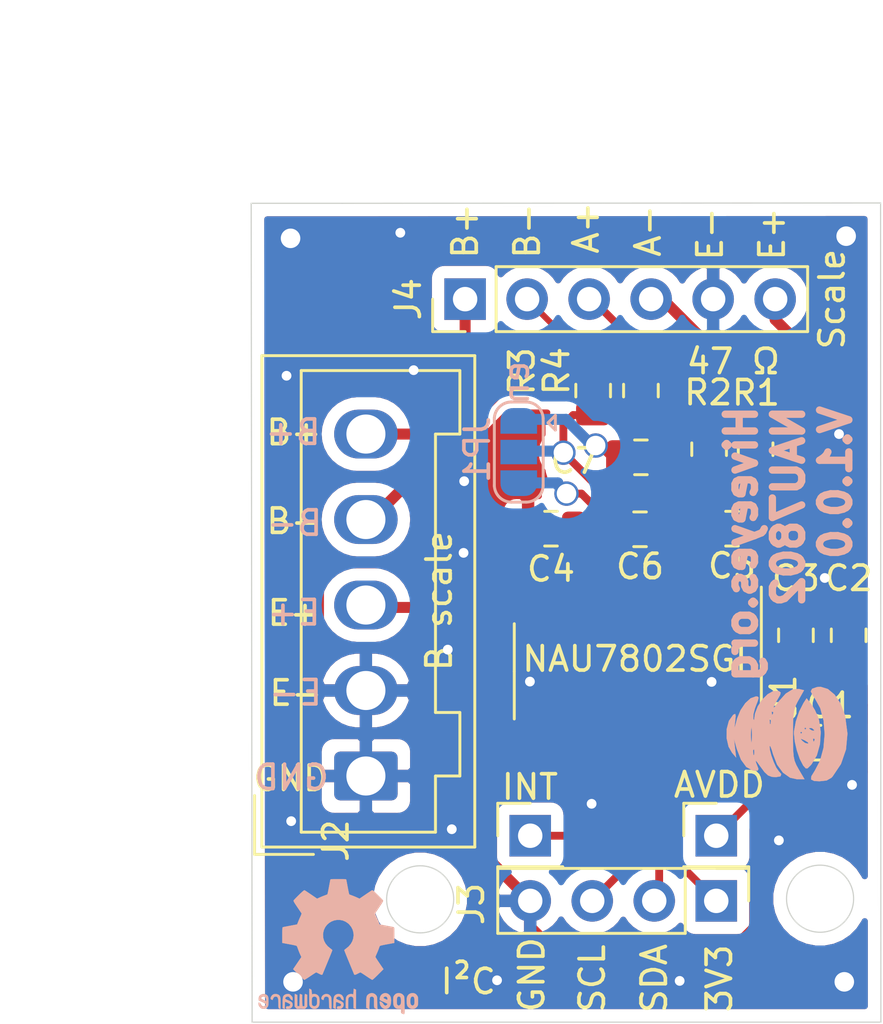
<source format=kicad_pcb>
(kicad_pcb (version 20171130) (host pcbnew "(5.1.6)-1")

  (general
    (thickness 1.6)
    (drawings 33)
    (tracks 212)
    (zones 0)
    (modules 20)
    (nets 20)
  )

  (page A4)
  (layers
    (0 F.Cu signal hide)
    (31 B.Cu signal hide)
    (32 B.Adhes user)
    (33 F.Adhes user)
    (34 B.Paste user)
    (35 F.Paste user)
    (36 B.SilkS user)
    (37 F.SilkS user)
    (38 B.Mask user)
    (39 F.Mask user)
    (40 Dwgs.User user)
    (41 Cmts.User user)
    (42 Eco1.User user)
    (43 Eco2.User user)
    (44 Edge.Cuts user)
    (45 Margin user)
    (46 B.CrtYd user)
    (47 F.CrtYd user)
    (48 B.Fab user)
    (49 F.Fab user)
  )

  (setup
    (last_trace_width 0.25)
    (user_trace_width 0.32)
    (user_trace_width 0.45)
    (trace_clearance 0.2)
    (zone_clearance 0.508)
    (zone_45_only no)
    (trace_min 0.2)
    (via_size 0.8)
    (via_drill 0.4)
    (via_min_size 0.4)
    (via_min_drill 0.3)
    (user_via 0.8 0.6)
    (user_via 1 0.8)
    (uvia_size 0.3)
    (uvia_drill 0.1)
    (uvias_allowed no)
    (uvia_min_size 0.2)
    (uvia_min_drill 0.1)
    (edge_width 0.05)
    (segment_width 0.2)
    (pcb_text_width 0.3)
    (pcb_text_size 1.5 1.5)
    (mod_edge_width 0.12)
    (mod_text_size 1 1)
    (mod_text_width 0.15)
    (pad_size 1.7 1.7)
    (pad_drill 1)
    (pad_to_mask_clearance 0.05)
    (aux_axis_origin 0 0)
    (visible_elements 7FFFFF7F)
    (pcbplotparams
      (layerselection 0x010fc_ffffffff)
      (usegerberextensions false)
      (usegerberattributes true)
      (usegerberadvancedattributes true)
      (creategerberjobfile true)
      (excludeedgelayer true)
      (linewidth 0.100000)
      (plotframeref false)
      (viasonmask false)
      (mode 1)
      (useauxorigin false)
      (hpglpennumber 1)
      (hpglpenspeed 20)
      (hpglpendiameter 15.000000)
      (psnegative false)
      (psa4output false)
      (plotreference true)
      (plotvalue true)
      (plotinvisibletext false)
      (padsonsilk false)
      (subtractmaskfromsilk false)
      (outputformat 1)
      (mirror false)
      (drillshape 1)
      (scaleselection 1)
      (outputdirectory ""))
  )

  (net 0 "")
  (net 1 "Net-(C4-Pad1)")
  (net 2 "Net-(C5-Pad2)")
  (net 3 "Net-(C5-Pad1)")
  (net 4 "Net-(C6-Pad2)")
  (net 5 "Net-(C6-Pad1)")
  (net 6 "Net-(U1-Pad11)")
  (net 7 "Net-(U1-Pad10)")
  (net 8 DVDD)
  (net 9 AVDD)
  (net 10 A+)
  (net 11 A-)
  (net 12 AVSS)
  (net 13 B+)
  (net 14 B-)
  (net 15 SDA)
  (net 16 SCL)
  (net 17 INT)
  (net 18 "Net-(C7-Pad1)")
  (net 19 "Net-(JP1-Pad2)")

  (net_class Default "This is the default net class."
    (clearance 0.2)
    (trace_width 0.25)
    (via_dia 0.8)
    (via_drill 0.4)
    (uvia_dia 0.3)
    (uvia_drill 0.1)
    (add_net A+)
    (add_net A-)
    (add_net AVDD)
    (add_net AVSS)
    (add_net B+)
    (add_net B-)
    (add_net DVDD)
    (add_net INT)
    (add_net "Net-(C4-Pad1)")
    (add_net "Net-(C5-Pad1)")
    (add_net "Net-(C5-Pad2)")
    (add_net "Net-(C6-Pad1)")
    (add_net "Net-(C6-Pad2)")
    (add_net "Net-(C7-Pad1)")
    (add_net "Net-(JP1-Pad2)")
    (add_net "Net-(U1-Pad10)")
    (add_net "Net-(U1-Pad11)")
    (add_net SCL)
    (add_net SDA)
  )

  (net_class 0,5 ""
    (clearance 0.2)
    (trace_width 0.5)
    (via_dia 0.8)
    (via_drill 0.4)
    (uvia_dia 0.3)
    (uvia_drill 0.1)
  )

  (module KiCad:OSHW-Logo2_7.3x6mm_SilkScreen (layer B.Cu) (tedit 0) (tstamp 5F025654)
    (at 34.3027 58.3819 180)
    (descr "Open Source Hardware Symbol")
    (tags "Logo Symbol OSHW")
    (attr virtual)
    (fp_text reference REF** (at 0 0) (layer B.SilkS) hide
      (effects (font (size 1 1) (thickness 0.15)) (justify mirror))
    )
    (fp_text value OSHW-Logo2_7.3x6mm_SilkScreen (at 0.75 0) (layer B.Fab) hide
      (effects (font (size 1 1) (thickness 0.15)) (justify mirror))
    )
    (fp_poly (pts (xy -2.400256 -1.919918) (xy -2.344799 -1.947568) (xy -2.295852 -1.99848) (xy -2.282371 -2.017338)
      (xy -2.267686 -2.042015) (xy -2.258158 -2.068816) (xy -2.252707 -2.104587) (xy -2.250253 -2.156169)
      (xy -2.249714 -2.224267) (xy -2.252148 -2.317588) (xy -2.260606 -2.387657) (xy -2.276826 -2.439931)
      (xy -2.302546 -2.479869) (xy -2.339503 -2.512929) (xy -2.342218 -2.514886) (xy -2.37864 -2.534908)
      (xy -2.422498 -2.544815) (xy -2.478276 -2.547257) (xy -2.568952 -2.547257) (xy -2.56899 -2.635283)
      (xy -2.569834 -2.684308) (xy -2.574976 -2.713065) (xy -2.588413 -2.730311) (xy -2.614142 -2.744808)
      (xy -2.620321 -2.747769) (xy -2.649236 -2.761648) (xy -2.671624 -2.770414) (xy -2.688271 -2.771171)
      (xy -2.699964 -2.761023) (xy -2.70749 -2.737073) (xy -2.711634 -2.696426) (xy -2.713185 -2.636186)
      (xy -2.712929 -2.553455) (xy -2.711651 -2.445339) (xy -2.711252 -2.413) (xy -2.709815 -2.301524)
      (xy -2.708528 -2.228603) (xy -2.569029 -2.228603) (xy -2.568245 -2.290499) (xy -2.56476 -2.330997)
      (xy -2.556876 -2.357708) (xy -2.542895 -2.378244) (xy -2.533403 -2.38826) (xy -2.494596 -2.417567)
      (xy -2.460237 -2.419952) (xy -2.424784 -2.39575) (xy -2.423886 -2.394857) (xy -2.409461 -2.376153)
      (xy -2.400687 -2.350732) (xy -2.396261 -2.311584) (xy -2.394882 -2.251697) (xy -2.394857 -2.23843)
      (xy -2.398188 -2.155901) (xy -2.409031 -2.098691) (xy -2.42866 -2.063766) (xy -2.45835 -2.048094)
      (xy -2.475509 -2.046514) (xy -2.516234 -2.053926) (xy -2.544168 -2.07833) (xy -2.560983 -2.12298)
      (xy -2.56835 -2.19113) (xy -2.569029 -2.228603) (xy -2.708528 -2.228603) (xy -2.708292 -2.215245)
      (xy -2.706323 -2.150333) (xy -2.70355 -2.102958) (xy -2.699612 -2.06929) (xy -2.694151 -2.045498)
      (xy -2.686808 -2.027753) (xy -2.677223 -2.012224) (xy -2.673113 -2.006381) (xy -2.618595 -1.951185)
      (xy -2.549664 -1.91989) (xy -2.469928 -1.911165) (xy -2.400256 -1.919918)) (layer B.SilkS) (width 0.01))
    (fp_poly (pts (xy -1.283907 -1.92778) (xy -1.237328 -1.954723) (xy -1.204943 -1.981466) (xy -1.181258 -2.009484)
      (xy -1.164941 -2.043748) (xy -1.154661 -2.089227) (xy -1.149086 -2.150892) (xy -1.146884 -2.233711)
      (xy -1.146629 -2.293246) (xy -1.146629 -2.512391) (xy -1.208314 -2.540044) (xy -1.27 -2.567697)
      (xy -1.277257 -2.32767) (xy -1.280256 -2.238028) (xy -1.283402 -2.172962) (xy -1.287299 -2.128026)
      (xy -1.292553 -2.09877) (xy -1.299769 -2.080748) (xy -1.30955 -2.069511) (xy -1.312688 -2.067079)
      (xy -1.360239 -2.048083) (xy -1.408303 -2.0556) (xy -1.436914 -2.075543) (xy -1.448553 -2.089675)
      (xy -1.456609 -2.10822) (xy -1.461729 -2.136334) (xy -1.464559 -2.179173) (xy -1.465744 -2.241895)
      (xy -1.465943 -2.307261) (xy -1.465982 -2.389268) (xy -1.467386 -2.447316) (xy -1.472086 -2.486465)
      (xy -1.482013 -2.51178) (xy -1.499097 -2.528323) (xy -1.525268 -2.541156) (xy -1.560225 -2.554491)
      (xy -1.598404 -2.569007) (xy -1.593859 -2.311389) (xy -1.592029 -2.218519) (xy -1.589888 -2.149889)
      (xy -1.586819 -2.100711) (xy -1.582206 -2.066198) (xy -1.575432 -2.041562) (xy -1.565881 -2.022016)
      (xy -1.554366 -2.00477) (xy -1.49881 -1.94968) (xy -1.43102 -1.917822) (xy -1.357287 -1.910191)
      (xy -1.283907 -1.92778)) (layer B.SilkS) (width 0.01))
    (fp_poly (pts (xy -2.958885 -1.921962) (xy -2.890855 -1.957733) (xy -2.840649 -2.015301) (xy -2.822815 -2.052312)
      (xy -2.808937 -2.107882) (xy -2.801833 -2.178096) (xy -2.80116 -2.254727) (xy -2.806573 -2.329552)
      (xy -2.81773 -2.394342) (xy -2.834286 -2.440873) (xy -2.839374 -2.448887) (xy -2.899645 -2.508707)
      (xy -2.971231 -2.544535) (xy -3.048908 -2.55502) (xy -3.127452 -2.53881) (xy -3.149311 -2.529092)
      (xy -3.191878 -2.499143) (xy -3.229237 -2.459433) (xy -3.232768 -2.454397) (xy -3.247119 -2.430124)
      (xy -3.256606 -2.404178) (xy -3.26221 -2.370022) (xy -3.264914 -2.321119) (xy -3.265701 -2.250935)
      (xy -3.265714 -2.2352) (xy -3.265678 -2.230192) (xy -3.120571 -2.230192) (xy -3.119727 -2.29643)
      (xy -3.116404 -2.340386) (xy -3.109417 -2.368779) (xy -3.097584 -2.388325) (xy -3.091543 -2.394857)
      (xy -3.056814 -2.41968) (xy -3.023097 -2.418548) (xy -2.989005 -2.397016) (xy -2.968671 -2.374029)
      (xy -2.956629 -2.340478) (xy -2.949866 -2.287569) (xy -2.949402 -2.281399) (xy -2.948248 -2.185513)
      (xy -2.960312 -2.114299) (xy -2.98543 -2.068194) (xy -3.02344 -2.047635) (xy -3.037008 -2.046514)
      (xy -3.072636 -2.052152) (xy -3.097006 -2.071686) (xy -3.111907 -2.109042) (xy -3.119125 -2.16815)
      (xy -3.120571 -2.230192) (xy -3.265678 -2.230192) (xy -3.265174 -2.160413) (xy -3.262904 -2.108159)
      (xy -3.257932 -2.071949) (xy -3.249287 -2.045299) (xy -3.235995 -2.021722) (xy -3.233057 -2.017338)
      (xy -3.183687 -1.958249) (xy -3.129891 -1.923947) (xy -3.064398 -1.910331) (xy -3.042158 -1.909665)
      (xy -2.958885 -1.921962)) (layer B.SilkS) (width 0.01))
    (fp_poly (pts (xy -1.831697 -1.931239) (xy -1.774473 -1.969735) (xy -1.730251 -2.025335) (xy -1.703833 -2.096086)
      (xy -1.69849 -2.148162) (xy -1.699097 -2.169893) (xy -1.704178 -2.186531) (xy -1.718145 -2.201437)
      (xy -1.745411 -2.217973) (xy -1.790388 -2.239498) (xy -1.857489 -2.269374) (xy -1.857829 -2.269524)
      (xy -1.919593 -2.297813) (xy -1.970241 -2.322933) (xy -2.004596 -2.342179) (xy -2.017482 -2.352848)
      (xy -2.017486 -2.352934) (xy -2.006128 -2.376166) (xy -1.979569 -2.401774) (xy -1.949077 -2.420221)
      (xy -1.93363 -2.423886) (xy -1.891485 -2.411212) (xy -1.855192 -2.379471) (xy -1.837483 -2.344572)
      (xy -1.820448 -2.318845) (xy -1.787078 -2.289546) (xy -1.747851 -2.264235) (xy -1.713244 -2.250471)
      (xy -1.706007 -2.249714) (xy -1.697861 -2.26216) (xy -1.69737 -2.293972) (xy -1.703357 -2.336866)
      (xy -1.714643 -2.382558) (xy -1.73005 -2.422761) (xy -1.730829 -2.424322) (xy -1.777196 -2.489062)
      (xy -1.837289 -2.533097) (xy -1.905535 -2.554711) (xy -1.976362 -2.552185) (xy -2.044196 -2.523804)
      (xy -2.047212 -2.521808) (xy -2.100573 -2.473448) (xy -2.13566 -2.410352) (xy -2.155078 -2.327387)
      (xy -2.157684 -2.304078) (xy -2.162299 -2.194055) (xy -2.156767 -2.142748) (xy -2.017486 -2.142748)
      (xy -2.015676 -2.174753) (xy -2.005778 -2.184093) (xy -1.981102 -2.177105) (xy -1.942205 -2.160587)
      (xy -1.898725 -2.139881) (xy -1.897644 -2.139333) (xy -1.860791 -2.119949) (xy -1.846 -2.107013)
      (xy -1.849647 -2.093451) (xy -1.865005 -2.075632) (xy -1.904077 -2.049845) (xy -1.946154 -2.04795)
      (xy -1.983897 -2.066717) (xy -2.009966 -2.102915) (xy -2.017486 -2.142748) (xy -2.156767 -2.142748)
      (xy -2.152806 -2.106027) (xy -2.12845 -2.036212) (xy -2.094544 -1.987302) (xy -2.033347 -1.937878)
      (xy -1.965937 -1.913359) (xy -1.89712 -1.911797) (xy -1.831697 -1.931239)) (layer B.SilkS) (width 0.01))
    (fp_poly (pts (xy -0.624114 -1.851289) (xy -0.619861 -1.910613) (xy -0.614975 -1.945572) (xy -0.608205 -1.96082)
      (xy -0.598298 -1.961015) (xy -0.595086 -1.959195) (xy -0.552356 -1.946015) (xy -0.496773 -1.946785)
      (xy -0.440263 -1.960333) (xy -0.404918 -1.977861) (xy -0.368679 -2.005861) (xy -0.342187 -2.037549)
      (xy -0.324001 -2.077813) (xy -0.312678 -2.131543) (xy -0.306778 -2.203626) (xy -0.304857 -2.298951)
      (xy -0.304823 -2.317237) (xy -0.3048 -2.522646) (xy -0.350509 -2.53858) (xy -0.382973 -2.54942)
      (xy -0.400785 -2.554468) (xy -0.401309 -2.554514) (xy -0.403063 -2.540828) (xy -0.404556 -2.503076)
      (xy -0.405674 -2.446224) (xy -0.406303 -2.375234) (xy -0.4064 -2.332073) (xy -0.406602 -2.246973)
      (xy -0.407642 -2.185981) (xy -0.410169 -2.144177) (xy -0.414836 -2.116642) (xy -0.422293 -2.098456)
      (xy -0.433189 -2.084698) (xy -0.439993 -2.078073) (xy -0.486728 -2.051375) (xy -0.537728 -2.049375)
      (xy -0.583999 -2.071955) (xy -0.592556 -2.080107) (xy -0.605107 -2.095436) (xy -0.613812 -2.113618)
      (xy -0.619369 -2.139909) (xy -0.622474 -2.179562) (xy -0.623824 -2.237832) (xy -0.624114 -2.318173)
      (xy -0.624114 -2.522646) (xy -0.669823 -2.53858) (xy -0.702287 -2.54942) (xy -0.720099 -2.554468)
      (xy -0.720623 -2.554514) (xy -0.721963 -2.540623) (xy -0.723172 -2.501439) (xy -0.724199 -2.4407)
      (xy -0.724998 -2.362141) (xy -0.725519 -2.269498) (xy -0.725714 -2.166509) (xy -0.725714 -1.769342)
      (xy -0.678543 -1.749444) (xy -0.631371 -1.729547) (xy -0.624114 -1.851289)) (layer B.SilkS) (width 0.01))
    (fp_poly (pts (xy 0.039744 -1.950968) (xy 0.096616 -1.972087) (xy 0.097267 -1.972493) (xy 0.13244 -1.99838)
      (xy 0.158407 -2.028633) (xy 0.17667 -2.068058) (xy 0.188732 -2.121462) (xy 0.196096 -2.193651)
      (xy 0.200264 -2.289432) (xy 0.200629 -2.303078) (xy 0.205876 -2.508842) (xy 0.161716 -2.531678)
      (xy 0.129763 -2.54711) (xy 0.11047 -2.554423) (xy 0.109578 -2.554514) (xy 0.106239 -2.541022)
      (xy 0.103587 -2.504626) (xy 0.101956 -2.451452) (xy 0.1016 -2.408393) (xy 0.101592 -2.338641)
      (xy 0.098403 -2.294837) (xy 0.087288 -2.273944) (xy 0.063501 -2.272925) (xy 0.022296 -2.288741)
      (xy -0.039914 -2.317815) (xy -0.085659 -2.341963) (xy -0.109187 -2.362913) (xy -0.116104 -2.385747)
      (xy -0.116114 -2.386877) (xy -0.104701 -2.426212) (xy -0.070908 -2.447462) (xy -0.019191 -2.450539)
      (xy 0.018061 -2.450006) (xy 0.037703 -2.460735) (xy 0.049952 -2.486505) (xy 0.057002 -2.519337)
      (xy 0.046842 -2.537966) (xy 0.043017 -2.540632) (xy 0.007001 -2.55134) (xy -0.043434 -2.552856)
      (xy -0.095374 -2.545759) (xy -0.132178 -2.532788) (xy -0.183062 -2.489585) (xy -0.211986 -2.429446)
      (xy -0.217714 -2.382462) (xy -0.213343 -2.340082) (xy -0.197525 -2.305488) (xy -0.166203 -2.274763)
      (xy -0.115322 -2.24399) (xy -0.040824 -2.209252) (xy -0.036286 -2.207288) (xy 0.030821 -2.176287)
      (xy 0.072232 -2.150862) (xy 0.089981 -2.128014) (xy 0.086107 -2.104745) (xy 0.062643 -2.078056)
      (xy 0.055627 -2.071914) (xy 0.00863 -2.0481) (xy -0.040067 -2.049103) (xy -0.082478 -2.072451)
      (xy -0.110616 -2.115675) (xy -0.113231 -2.12416) (xy -0.138692 -2.165308) (xy -0.170999 -2.185128)
      (xy -0.217714 -2.20477) (xy -0.217714 -2.15395) (xy -0.203504 -2.080082) (xy -0.161325 -2.012327)
      (xy -0.139376 -1.989661) (xy -0.089483 -1.960569) (xy -0.026033 -1.9474) (xy 0.039744 -1.950968)) (layer B.SilkS) (width 0.01))
    (fp_poly (pts (xy 0.529926 -1.949755) (xy 0.595858 -1.974084) (xy 0.649273 -2.017117) (xy 0.670164 -2.047409)
      (xy 0.692939 -2.102994) (xy 0.692466 -2.143186) (xy 0.668562 -2.170217) (xy 0.659717 -2.174813)
      (xy 0.62153 -2.189144) (xy 0.602028 -2.185472) (xy 0.595422 -2.161407) (xy 0.595086 -2.148114)
      (xy 0.582992 -2.09921) (xy 0.551471 -2.064999) (xy 0.507659 -2.048476) (xy 0.458695 -2.052634)
      (xy 0.418894 -2.074227) (xy 0.40545 -2.086544) (xy 0.395921 -2.101487) (xy 0.389485 -2.124075)
      (xy 0.385317 -2.159328) (xy 0.382597 -2.212266) (xy 0.380502 -2.287907) (xy 0.37996 -2.311857)
      (xy 0.377981 -2.39379) (xy 0.375731 -2.451455) (xy 0.372357 -2.489608) (xy 0.367006 -2.513004)
      (xy 0.358824 -2.526398) (xy 0.346959 -2.534545) (xy 0.339362 -2.538144) (xy 0.307102 -2.550452)
      (xy 0.288111 -2.554514) (xy 0.281836 -2.540948) (xy 0.278006 -2.499934) (xy 0.2766 -2.430999)
      (xy 0.277598 -2.333669) (xy 0.277908 -2.318657) (xy 0.280101 -2.229859) (xy 0.282693 -2.165019)
      (xy 0.286382 -2.119067) (xy 0.291864 -2.086935) (xy 0.299835 -2.063553) (xy 0.310993 -2.043852)
      (xy 0.31683 -2.03541) (xy 0.350296 -1.998057) (xy 0.387727 -1.969003) (xy 0.392309 -1.966467)
      (xy 0.459426 -1.946443) (xy 0.529926 -1.949755)) (layer B.SilkS) (width 0.01))
    (fp_poly (pts (xy 1.190117 -2.065358) (xy 1.189933 -2.173837) (xy 1.189219 -2.257287) (xy 1.187675 -2.319704)
      (xy 1.185001 -2.365085) (xy 1.180894 -2.397429) (xy 1.175055 -2.420733) (xy 1.167182 -2.438995)
      (xy 1.161221 -2.449418) (xy 1.111855 -2.505945) (xy 1.049264 -2.541377) (xy 0.980013 -2.55409)
      (xy 0.910668 -2.542463) (xy 0.869375 -2.521568) (xy 0.826025 -2.485422) (xy 0.796481 -2.441276)
      (xy 0.778655 -2.383462) (xy 0.770463 -2.306313) (xy 0.769302 -2.249714) (xy 0.769458 -2.245647)
      (xy 0.870857 -2.245647) (xy 0.871476 -2.31055) (xy 0.874314 -2.353514) (xy 0.88084 -2.381622)
      (xy 0.892523 -2.401953) (xy 0.906483 -2.417288) (xy 0.953365 -2.44689) (xy 1.003701 -2.449419)
      (xy 1.051276 -2.424705) (xy 1.054979 -2.421356) (xy 1.070783 -2.403935) (xy 1.080693 -2.383209)
      (xy 1.086058 -2.352362) (xy 1.088228 -2.304577) (xy 1.088571 -2.251748) (xy 1.087827 -2.185381)
      (xy 1.084748 -2.141106) (xy 1.078061 -2.112009) (xy 1.066496 -2.091173) (xy 1.057013 -2.080107)
      (xy 1.01296 -2.052198) (xy 0.962224 -2.048843) (xy 0.913796 -2.070159) (xy 0.90445 -2.078073)
      (xy 0.88854 -2.095647) (xy 0.87861 -2.116587) (xy 0.873278 -2.147782) (xy 0.871163 -2.196122)
      (xy 0.870857 -2.245647) (xy 0.769458 -2.245647) (xy 0.77281 -2.158568) (xy 0.784726 -2.090086)
      (xy 0.807135 -2.0386) (xy 0.842124 -1.998443) (xy 0.869375 -1.977861) (xy 0.918907 -1.955625)
      (xy 0.976316 -1.945304) (xy 1.029682 -1.948067) (xy 1.059543 -1.959212) (xy 1.071261 -1.962383)
      (xy 1.079037 -1.950557) (xy 1.084465 -1.918866) (xy 1.088571 -1.870593) (xy 1.093067 -1.816829)
      (xy 1.099313 -1.784482) (xy 1.110676 -1.765985) (xy 1.130528 -1.75377) (xy 1.143 -1.748362)
      (xy 1.190171 -1.728601) (xy 1.190117 -2.065358)) (layer B.SilkS) (width 0.01))
    (fp_poly (pts (xy 1.779833 -1.958663) (xy 1.782048 -1.99685) (xy 1.783784 -2.054886) (xy 1.784899 -2.12818)
      (xy 1.785257 -2.205055) (xy 1.785257 -2.465196) (xy 1.739326 -2.511127) (xy 1.707675 -2.539429)
      (xy 1.67989 -2.550893) (xy 1.641915 -2.550168) (xy 1.62684 -2.548321) (xy 1.579726 -2.542948)
      (xy 1.540756 -2.539869) (xy 1.531257 -2.539585) (xy 1.499233 -2.541445) (xy 1.453432 -2.546114)
      (xy 1.435674 -2.548321) (xy 1.392057 -2.551735) (xy 1.362745 -2.54432) (xy 1.33368 -2.521427)
      (xy 1.323188 -2.511127) (xy 1.277257 -2.465196) (xy 1.277257 -1.978602) (xy 1.314226 -1.961758)
      (xy 1.346059 -1.949282) (xy 1.364683 -1.944914) (xy 1.369458 -1.958718) (xy 1.373921 -1.997286)
      (xy 1.377775 -2.056356) (xy 1.380722 -2.131663) (xy 1.382143 -2.195286) (xy 1.386114 -2.445657)
      (xy 1.420759 -2.450556) (xy 1.452268 -2.447131) (xy 1.467708 -2.436041) (xy 1.472023 -2.415308)
      (xy 1.475708 -2.371145) (xy 1.478469 -2.309146) (xy 1.480012 -2.234909) (xy 1.480235 -2.196706)
      (xy 1.480457 -1.976783) (xy 1.526166 -1.960849) (xy 1.558518 -1.950015) (xy 1.576115 -1.944962)
      (xy 1.576623 -1.944914) (xy 1.578388 -1.958648) (xy 1.580329 -1.99673) (xy 1.582282 -2.054482)
      (xy 1.584084 -2.127227) (xy 1.585343 -2.195286) (xy 1.589314 -2.445657) (xy 1.6764 -2.445657)
      (xy 1.680396 -2.21724) (xy 1.684392 -1.988822) (xy 1.726847 -1.966868) (xy 1.758192 -1.951793)
      (xy 1.776744 -1.944951) (xy 1.777279 -1.944914) (xy 1.779833 -1.958663)) (layer B.SilkS) (width 0.01))
    (fp_poly (pts (xy 2.144876 -1.956335) (xy 2.186667 -1.975344) (xy 2.219469 -1.998378) (xy 2.243503 -2.024133)
      (xy 2.260097 -2.057358) (xy 2.270577 -2.1028) (xy 2.276271 -2.165207) (xy 2.278507 -2.249327)
      (xy 2.278743 -2.304721) (xy 2.278743 -2.520826) (xy 2.241774 -2.53767) (xy 2.212656 -2.549981)
      (xy 2.198231 -2.554514) (xy 2.195472 -2.541025) (xy 2.193282 -2.504653) (xy 2.191942 -2.451542)
      (xy 2.191657 -2.409372) (xy 2.190434 -2.348447) (xy 2.187136 -2.300115) (xy 2.182321 -2.270518)
      (xy 2.178496 -2.264229) (xy 2.152783 -2.270652) (xy 2.112418 -2.287125) (xy 2.065679 -2.309458)
      (xy 2.020845 -2.333457) (xy 1.986193 -2.35493) (xy 1.970002 -2.369685) (xy 1.969938 -2.369845)
      (xy 1.97133 -2.397152) (xy 1.983818 -2.423219) (xy 2.005743 -2.444392) (xy 2.037743 -2.451474)
      (xy 2.065092 -2.450649) (xy 2.103826 -2.450042) (xy 2.124158 -2.459116) (xy 2.136369 -2.483092)
      (xy 2.137909 -2.487613) (xy 2.143203 -2.521806) (xy 2.129047 -2.542568) (xy 2.092148 -2.552462)
      (xy 2.052289 -2.554292) (xy 1.980562 -2.540727) (xy 1.943432 -2.521355) (xy 1.897576 -2.475845)
      (xy 1.873256 -2.419983) (xy 1.871073 -2.360957) (xy 1.891629 -2.305953) (xy 1.922549 -2.271486)
      (xy 1.95342 -2.252189) (xy 2.001942 -2.227759) (xy 2.058485 -2.202985) (xy 2.06791 -2.199199)
      (xy 2.130019 -2.171791) (xy 2.165822 -2.147634) (xy 2.177337 -2.123619) (xy 2.16658 -2.096635)
      (xy 2.148114 -2.075543) (xy 2.104469 -2.049572) (xy 2.056446 -2.047624) (xy 2.012406 -2.067637)
      (xy 1.980709 -2.107551) (xy 1.976549 -2.117848) (xy 1.952327 -2.155724) (xy 1.916965 -2.183842)
      (xy 1.872343 -2.206917) (xy 1.872343 -2.141485) (xy 1.874969 -2.101506) (xy 1.88623 -2.069997)
      (xy 1.911199 -2.036378) (xy 1.935169 -2.010484) (xy 1.972441 -1.973817) (xy 2.001401 -1.954121)
      (xy 2.032505 -1.94622) (xy 2.067713 -1.944914) (xy 2.144876 -1.956335)) (layer B.SilkS) (width 0.01))
    (fp_poly (pts (xy 2.6526 -1.958752) (xy 2.669948 -1.966334) (xy 2.711356 -1.999128) (xy 2.746765 -2.046547)
      (xy 2.768664 -2.097151) (xy 2.772229 -2.122098) (xy 2.760279 -2.156927) (xy 2.734067 -2.175357)
      (xy 2.705964 -2.186516) (xy 2.693095 -2.188572) (xy 2.686829 -2.173649) (xy 2.674456 -2.141175)
      (xy 2.669028 -2.126502) (xy 2.63859 -2.075744) (xy 2.59452 -2.050427) (xy 2.53801 -2.051206)
      (xy 2.533825 -2.052203) (xy 2.503655 -2.066507) (xy 2.481476 -2.094393) (xy 2.466327 -2.139287)
      (xy 2.45725 -2.204615) (xy 2.453286 -2.293804) (xy 2.452914 -2.341261) (xy 2.45273 -2.416071)
      (xy 2.451522 -2.467069) (xy 2.448309 -2.499471) (xy 2.442109 -2.518495) (xy 2.43194 -2.529356)
      (xy 2.416819 -2.537272) (xy 2.415946 -2.53767) (xy 2.386828 -2.549981) (xy 2.372403 -2.554514)
      (xy 2.370186 -2.540809) (xy 2.368289 -2.502925) (xy 2.366847 -2.445715) (xy 2.365998 -2.374027)
      (xy 2.365829 -2.321565) (xy 2.366692 -2.220047) (xy 2.37007 -2.143032) (xy 2.377142 -2.086023)
      (xy 2.389088 -2.044526) (xy 2.40709 -2.014043) (xy 2.432327 -1.99008) (xy 2.457247 -1.973355)
      (xy 2.517171 -1.951097) (xy 2.586911 -1.946076) (xy 2.6526 -1.958752)) (layer B.SilkS) (width 0.01))
    (fp_poly (pts (xy 3.153595 -1.966966) (xy 3.211021 -2.004497) (xy 3.238719 -2.038096) (xy 3.260662 -2.099064)
      (xy 3.262405 -2.147308) (xy 3.258457 -2.211816) (xy 3.109686 -2.276934) (xy 3.037349 -2.310202)
      (xy 2.990084 -2.336964) (xy 2.965507 -2.360144) (xy 2.961237 -2.382667) (xy 2.974889 -2.407455)
      (xy 2.989943 -2.423886) (xy 3.033746 -2.450235) (xy 3.081389 -2.452081) (xy 3.125145 -2.431546)
      (xy 3.157289 -2.390752) (xy 3.163038 -2.376347) (xy 3.190576 -2.331356) (xy 3.222258 -2.312182)
      (xy 3.265714 -2.295779) (xy 3.265714 -2.357966) (xy 3.261872 -2.400283) (xy 3.246823 -2.435969)
      (xy 3.21528 -2.476943) (xy 3.210592 -2.482267) (xy 3.175506 -2.51872) (xy 3.145347 -2.538283)
      (xy 3.107615 -2.547283) (xy 3.076335 -2.55023) (xy 3.020385 -2.550965) (xy 2.980555 -2.54166)
      (xy 2.955708 -2.527846) (xy 2.916656 -2.497467) (xy 2.889625 -2.464613) (xy 2.872517 -2.423294)
      (xy 2.863238 -2.367521) (xy 2.859693 -2.291305) (xy 2.85941 -2.252622) (xy 2.860372 -2.206247)
      (xy 2.948007 -2.206247) (xy 2.949023 -2.231126) (xy 2.951556 -2.2352) (xy 2.968274 -2.229665)
      (xy 3.004249 -2.215017) (xy 3.052331 -2.19419) (xy 3.062386 -2.189714) (xy 3.123152 -2.158814)
      (xy 3.156632 -2.131657) (xy 3.16399 -2.10622) (xy 3.146391 -2.080481) (xy 3.131856 -2.069109)
      (xy 3.07941 -2.046364) (xy 3.030322 -2.050122) (xy 2.989227 -2.077884) (xy 2.960758 -2.127152)
      (xy 2.951631 -2.166257) (xy 2.948007 -2.206247) (xy 2.860372 -2.206247) (xy 2.861285 -2.162249)
      (xy 2.868196 -2.095384) (xy 2.881884 -2.046695) (xy 2.904096 -2.010849) (xy 2.936574 -1.982513)
      (xy 2.950733 -1.973355) (xy 3.015053 -1.949507) (xy 3.085473 -1.948006) (xy 3.153595 -1.966966)) (layer B.SilkS) (width 0.01))
    (fp_poly (pts (xy 0.10391 2.757652) (xy 0.182454 2.757222) (xy 0.239298 2.756058) (xy 0.278105 2.753793)
      (xy 0.302538 2.75006) (xy 0.316262 2.744494) (xy 0.32294 2.736727) (xy 0.326236 2.726395)
      (xy 0.326556 2.725057) (xy 0.331562 2.700921) (xy 0.340829 2.653299) (xy 0.353392 2.587259)
      (xy 0.368287 2.507872) (xy 0.384551 2.420204) (xy 0.385119 2.417125) (xy 0.40141 2.331211)
      (xy 0.416652 2.255304) (xy 0.429861 2.193955) (xy 0.440054 2.151718) (xy 0.446248 2.133145)
      (xy 0.446543 2.132816) (xy 0.464788 2.123747) (xy 0.502405 2.108633) (xy 0.551271 2.090738)
      (xy 0.551543 2.090642) (xy 0.613093 2.067507) (xy 0.685657 2.038035) (xy 0.754057 2.008403)
      (xy 0.757294 2.006938) (xy 0.868702 1.956374) (xy 1.115399 2.12484) (xy 1.191077 2.176197)
      (xy 1.259631 2.222111) (xy 1.317088 2.25997) (xy 1.359476 2.287163) (xy 1.382825 2.301079)
      (xy 1.385042 2.302111) (xy 1.40201 2.297516) (xy 1.433701 2.275345) (xy 1.481352 2.234553)
      (xy 1.546198 2.174095) (xy 1.612397 2.109773) (xy 1.676214 2.046388) (xy 1.733329 1.988549)
      (xy 1.780305 1.939825) (xy 1.813703 1.90379) (xy 1.830085 1.884016) (xy 1.830694 1.882998)
      (xy 1.832505 1.869428) (xy 1.825683 1.847267) (xy 1.80854 1.813522) (xy 1.779393 1.7652)
      (xy 1.736555 1.699308) (xy 1.679448 1.614483) (xy 1.628766 1.539823) (xy 1.583461 1.47286)
      (xy 1.54615 1.417484) (xy 1.519452 1.37758) (xy 1.505985 1.357038) (xy 1.505137 1.355644)
      (xy 1.506781 1.335962) (xy 1.519245 1.297707) (xy 1.540048 1.248111) (xy 1.547462 1.232272)
      (xy 1.579814 1.16171) (xy 1.614328 1.081647) (xy 1.642365 1.012371) (xy 1.662568 0.960955)
      (xy 1.678615 0.921881) (xy 1.687888 0.901459) (xy 1.689041 0.899886) (xy 1.706096 0.897279)
      (xy 1.746298 0.890137) (xy 1.804302 0.879477) (xy 1.874763 0.866315) (xy 1.952335 0.851667)
      (xy 2.031672 0.836551) (xy 2.107431 0.821982) (xy 2.174264 0.808978) (xy 2.226828 0.798555)
      (xy 2.259776 0.79173) (xy 2.267857 0.789801) (xy 2.276205 0.785038) (xy 2.282506 0.774282)
      (xy 2.287045 0.753902) (xy 2.290104 0.720266) (xy 2.291967 0.669745) (xy 2.292918 0.598708)
      (xy 2.29324 0.503524) (xy 2.293257 0.464508) (xy 2.293257 0.147201) (xy 2.217057 0.132161)
      (xy 2.174663 0.124005) (xy 2.1114 0.112101) (xy 2.034962 0.097884) (xy 1.953043 0.08279)
      (xy 1.9304 0.078645) (xy 1.854806 0.063947) (xy 1.788953 0.049495) (xy 1.738366 0.036625)
      (xy 1.708574 0.026678) (xy 1.703612 0.023713) (xy 1.691426 0.002717) (xy 1.673953 -0.037967)
      (xy 1.654577 -0.090322) (xy 1.650734 -0.1016) (xy 1.625339 -0.171523) (xy 1.593817 -0.250418)
      (xy 1.562969 -0.321266) (xy 1.562817 -0.321595) (xy 1.511447 -0.432733) (xy 1.680399 -0.681253)
      (xy 1.849352 -0.929772) (xy 1.632429 -1.147058) (xy 1.566819 -1.211726) (xy 1.506979 -1.268733)
      (xy 1.456267 -1.315033) (xy 1.418046 -1.347584) (xy 1.395675 -1.363343) (xy 1.392466 -1.364343)
      (xy 1.373626 -1.356469) (xy 1.33518 -1.334578) (xy 1.28133 -1.301267) (xy 1.216276 -1.259131)
      (xy 1.14594 -1.211943) (xy 1.074555 -1.16381) (xy 1.010908 -1.121928) (xy 0.959041 -1.088871)
      (xy 0.922995 -1.067218) (xy 0.906867 -1.059543) (xy 0.887189 -1.066037) (xy 0.849875 -1.08315)
      (xy 0.802621 -1.107326) (xy 0.797612 -1.110013) (xy 0.733977 -1.141927) (xy 0.690341 -1.157579)
      (xy 0.663202 -1.157745) (xy 0.649057 -1.143204) (xy 0.648975 -1.143) (xy 0.641905 -1.125779)
      (xy 0.625042 -1.084899) (xy 0.599695 -1.023525) (xy 0.567171 -0.944819) (xy 0.528778 -0.851947)
      (xy 0.485822 -0.748072) (xy 0.444222 -0.647502) (xy 0.398504 -0.536516) (xy 0.356526 -0.433703)
      (xy 0.319548 -0.342215) (xy 0.288827 -0.265201) (xy 0.265622 -0.205815) (xy 0.25119 -0.167209)
      (xy 0.246743 -0.1528) (xy 0.257896 -0.136272) (xy 0.287069 -0.10993) (xy 0.325971 -0.080887)
      (xy 0.436757 0.010961) (xy 0.523351 0.116241) (xy 0.584716 0.232734) (xy 0.619815 0.358224)
      (xy 0.627608 0.490493) (xy 0.621943 0.551543) (xy 0.591078 0.678205) (xy 0.53792 0.790059)
      (xy 0.465767 0.885999) (xy 0.377917 0.964924) (xy 0.277665 1.02573) (xy 0.16831 1.067313)
      (xy 0.053147 1.088572) (xy -0.064525 1.088401) (xy -0.18141 1.065699) (xy -0.294211 1.019362)
      (xy -0.399631 0.948287) (xy -0.443632 0.908089) (xy -0.528021 0.804871) (xy -0.586778 0.692075)
      (xy -0.620296 0.57299) (xy -0.628965 0.450905) (xy -0.613177 0.329107) (xy -0.573322 0.210884)
      (xy -0.509793 0.099525) (xy -0.422979 -0.001684) (xy -0.325971 -0.080887) (xy -0.285563 -0.111162)
      (xy -0.257018 -0.137219) (xy -0.246743 -0.152825) (xy -0.252123 -0.169843) (xy -0.267425 -0.2105)
      (xy -0.291388 -0.271642) (xy -0.322756 -0.350119) (xy -0.360268 -0.44278) (xy -0.402667 -0.546472)
      (xy -0.444337 -0.647526) (xy -0.49031 -0.758607) (xy -0.532893 -0.861541) (xy -0.570779 -0.953165)
      (xy -0.60266 -1.030316) (xy -0.627229 -1.089831) (xy -0.64318 -1.128544) (xy -0.64909 -1.143)
      (xy -0.663052 -1.157685) (xy -0.69006 -1.157642) (xy -0.733587 -1.142099) (xy -0.79711 -1.110284)
      (xy -0.797612 -1.110013) (xy -0.84544 -1.085323) (xy -0.884103 -1.067338) (xy -0.905905 -1.059614)
      (xy -0.906867 -1.059543) (xy -0.923279 -1.067378) (xy -0.959513 -1.089165) (xy -1.011526 -1.122328)
      (xy -1.075275 -1.164291) (xy -1.14594 -1.211943) (xy -1.217884 -1.260191) (xy -1.282726 -1.302151)
      (xy -1.336265 -1.335227) (xy -1.374303 -1.356821) (xy -1.392467 -1.364343) (xy -1.409192 -1.354457)
      (xy -1.44282 -1.326826) (xy -1.48999 -1.284495) (xy -1.547342 -1.230505) (xy -1.611516 -1.167899)
      (xy -1.632503 -1.146983) (xy -1.849501 -0.929623) (xy -1.684332 -0.68722) (xy -1.634136 -0.612781)
      (xy -1.590081 -0.545972) (xy -1.554638 -0.490665) (xy -1.530281 -0.450729) (xy -1.519478 -0.430036)
      (xy -1.519162 -0.428563) (xy -1.524857 -0.409058) (xy -1.540174 -0.369822) (xy -1.562463 -0.31743)
      (xy -1.578107 -0.282355) (xy -1.607359 -0.215201) (xy -1.634906 -0.147358) (xy -1.656263 -0.090034)
      (xy -1.662065 -0.072572) (xy -1.678548 -0.025938) (xy -1.69466 0.010095) (xy -1.70351 0.023713)
      (xy -1.72304 0.032048) (xy -1.765666 0.043863) (xy -1.825855 0.057819) (xy -1.898078 0.072578)
      (xy -1.9304 0.078645) (xy -2.012478 0.093727) (xy -2.091205 0.108331) (xy -2.158891 0.12102)
      (xy -2.20784 0.130358) (xy -2.217057 0.132161) (xy -2.293257 0.147201) (xy -2.293257 0.464508)
      (xy -2.293086 0.568846) (xy -2.292384 0.647787) (xy -2.290866 0.704962) (xy -2.288251 0.744001)
      (xy -2.284254 0.768535) (xy -2.278591 0.782195) (xy -2.27098 0.788611) (xy -2.267857 0.789801)
      (xy -2.249022 0.79402) (xy -2.207412 0.802438) (xy -2.14837 0.814039) (xy -2.077243 0.827805)
      (xy -1.999375 0.84272) (xy -1.920113 0.857768) (xy -1.844802 0.871931) (xy -1.778787 0.884194)
      (xy -1.727413 0.893539) (xy -1.696025 0.89895) (xy -1.689041 0.899886) (xy -1.682715 0.912404)
      (xy -1.66871 0.945754) (xy -1.649645 0.993623) (xy -1.642366 1.012371) (xy -1.613004 1.084805)
      (xy -1.578429 1.16483) (xy -1.547463 1.232272) (xy -1.524677 1.283841) (xy -1.509518 1.326215)
      (xy -1.504458 1.352166) (xy -1.505264 1.355644) (xy -1.515959 1.372064) (xy -1.54038 1.408583)
      (xy -1.575905 1.461313) (xy -1.619913 1.526365) (xy -1.669783 1.599849) (xy -1.679644 1.614355)
      (xy -1.737508 1.700296) (xy -1.780044 1.765739) (xy -1.808946 1.813696) (xy -1.82591 1.84718)
      (xy -1.832633 1.869205) (xy -1.83081 1.882783) (xy -1.830764 1.882869) (xy -1.816414 1.900703)
      (xy -1.784677 1.935183) (xy -1.73899 1.982732) (xy -1.682796 2.039778) (xy -1.619532 2.102745)
      (xy -1.612398 2.109773) (xy -1.53267 2.18698) (xy -1.471143 2.24367) (xy -1.426579 2.28089)
      (xy -1.397743 2.299685) (xy -1.385042 2.302111) (xy -1.366506 2.291529) (xy -1.328039 2.267084)
      (xy -1.273614 2.231388) (xy -1.207202 2.187053) (xy -1.132775 2.136689) (xy -1.115399 2.12484)
      (xy -0.868703 1.956374) (xy -0.757294 2.006938) (xy -0.689543 2.036405) (xy -0.616817 2.066041)
      (xy -0.554297 2.08967) (xy -0.551543 2.090642) (xy -0.50264 2.108543) (xy -0.464943 2.12368)
      (xy -0.446575 2.13279) (xy -0.446544 2.132816) (xy -0.440715 2.149283) (xy -0.430808 2.189781)
      (xy -0.417805 2.249758) (xy -0.402691 2.32466) (xy -0.386448 2.409936) (xy -0.385119 2.417125)
      (xy -0.368825 2.504986) (xy -0.353867 2.58474) (xy -0.341209 2.651319) (xy -0.331814 2.699653)
      (xy -0.326646 2.724675) (xy -0.326556 2.725057) (xy -0.323411 2.735701) (xy -0.317296 2.743738)
      (xy -0.304547 2.749533) (xy -0.2815 2.753453) (xy -0.244491 2.755865) (xy -0.189856 2.757135)
      (xy -0.113933 2.757629) (xy -0.013056 2.757714) (xy 0 2.757714) (xy 0.10391 2.757652)) (layer B.SilkS) (width 0.01))
  )

  (module Capacitor_SMD:C_0805_2012Metric (layer F.Cu) (tedit 5B36C52B) (tstamp 5F00E5E4)
    (at 46.6979 38.354)
    (descr "Capacitor SMD 0805 (2012 Metric), square (rectangular) end terminal, IPC_7351 nominal, (Body size source: https://docs.google.com/spreadsheets/d/1BsfQQcO9C6DZCsRaXUlFlo91Tg2WpOkGARC1WS5S8t0/edit?usp=sharing), generated with kicad-footprint-generator")
    (tags capacitor)
    (path /5F0D672B)
    (attr smd)
    (fp_text reference C7 (at -2.7201 0.1524) (layer F.SilkS)
      (effects (font (size 1 1) (thickness 0.15)))
    )
    (fp_text value Cfilter (at 0 1.65) (layer F.Fab)
      (effects (font (size 1 1) (thickness 0.15)))
    )
    (fp_line (start -1 0.6) (end -1 -0.6) (layer F.Fab) (width 0.1))
    (fp_line (start -1 -0.6) (end 1 -0.6) (layer F.Fab) (width 0.1))
    (fp_line (start 1 -0.6) (end 1 0.6) (layer F.Fab) (width 0.1))
    (fp_line (start 1 0.6) (end -1 0.6) (layer F.Fab) (width 0.1))
    (fp_line (start -0.258578 -0.71) (end 0.258578 -0.71) (layer F.SilkS) (width 0.12))
    (fp_line (start -0.258578 0.71) (end 0.258578 0.71) (layer F.SilkS) (width 0.12))
    (fp_line (start -1.68 0.95) (end -1.68 -0.95) (layer F.CrtYd) (width 0.05))
    (fp_line (start -1.68 -0.95) (end 1.68 -0.95) (layer F.CrtYd) (width 0.05))
    (fp_line (start 1.68 -0.95) (end 1.68 0.95) (layer F.CrtYd) (width 0.05))
    (fp_line (start 1.68 0.95) (end -1.68 0.95) (layer F.CrtYd) (width 0.05))
    (fp_text user %R (at 0 0) (layer F.Fab)
      (effects (font (size 0.5 0.5) (thickness 0.08)))
    )
    (pad 2 smd roundrect (at 0.9375 0) (size 0.975 1.4) (layers F.Cu F.Paste F.Mask) (roundrect_rratio 0.25)
      (net 4 "Net-(C6-Pad2)"))
    (pad 1 smd roundrect (at -0.9375 0) (size 0.975 1.4) (layers F.Cu F.Paste F.Mask) (roundrect_rratio 0.25)
      (net 18 "Net-(C7-Pad1)"))
    (model ${KISYS3DMOD}/Capacitor_SMD.3dshapes/C_0805_2012Metric.wrl
      (at (xyz 0 0 0))
      (scale (xyz 1 1 1))
      (rotate (xyz 0 0 0))
    )
  )

  (module Jumper:SolderJumper-3_P1.3mm_Open_RoundedPad1.0x1.5mm (layer B.Cu) (tedit 5B391EB7) (tstamp 5F010EC3)
    (at 41.6941 38.1381 270)
    (descr "SMD Solder 3-pad Jumper, 1x1.5mm rounded Pads, 0.3mm gap, open")
    (tags "solder jumper open")
    (path /5F0325A1)
    (attr virtual)
    (fp_text reference JP1 (at -0.1016 1.7018 90) (layer B.SilkS)
      (effects (font (size 1 1) (thickness 0.15)) (justify mirror))
    )
    (fp_text value en (at -2.8321 0.1016 90) (layer B.SilkS)
      (effects (font (size 1 1) (thickness 0.15)) (justify mirror))
    )
    (fp_line (start -1.2 -1.2) (end -0.9 -1.5) (layer B.SilkS) (width 0.12))
    (fp_line (start -1.5 -1.5) (end -0.9 -1.5) (layer B.SilkS) (width 0.12))
    (fp_line (start -1.2 -1.2) (end -1.5 -1.5) (layer B.SilkS) (width 0.12))
    (fp_line (start -2.05 -0.3) (end -2.05 0.3) (layer B.SilkS) (width 0.12))
    (fp_line (start 1.4 -1) (end -1.4 -1) (layer B.SilkS) (width 0.12))
    (fp_line (start 2.05 0.3) (end 2.05 -0.3) (layer B.SilkS) (width 0.12))
    (fp_line (start -1.4 1) (end 1.4 1) (layer B.SilkS) (width 0.12))
    (fp_line (start -2.3 1.25) (end 2.3 1.25) (layer B.CrtYd) (width 0.05))
    (fp_line (start -2.3 1.25) (end -2.3 -1.25) (layer B.CrtYd) (width 0.05))
    (fp_line (start 2.3 -1.25) (end 2.3 1.25) (layer B.CrtYd) (width 0.05))
    (fp_line (start 2.3 -1.25) (end -2.3 -1.25) (layer B.CrtYd) (width 0.05))
    (fp_arc (start -1.35 0.3) (end -1.35 1) (angle 90) (layer B.SilkS) (width 0.12))
    (fp_arc (start -1.35 -0.3) (end -2.05 -0.3) (angle 90) (layer B.SilkS) (width 0.12))
    (fp_arc (start 1.35 -0.3) (end 1.35 -1) (angle 90) (layer B.SilkS) (width 0.12))
    (fp_arc (start 1.35 0.3) (end 2.05 0.3) (angle 90) (layer B.SilkS) (width 0.12))
    (pad 2 smd rect (at 0 0 270) (size 1 1.5) (layers B.Cu B.Mask)
      (net 19 "Net-(JP1-Pad2)"))
    (pad 3 smd custom (at 1.3 0 270) (size 1 0.5) (layers B.Cu B.Mask)
      (net 5 "Net-(C6-Pad1)") (zone_connect 2)
      (options (clearance outline) (anchor rect))
      (primitives
        (gr_circle (center 0 -0.25) (end 0.5 -0.25) (width 0))
        (gr_circle (center 0 0.25) (end 0.5 0.25) (width 0))
        (gr_poly (pts
           (xy -0.55 0.75) (xy 0 0.75) (xy 0 -0.75) (xy -0.55 -0.75)) (width 0))
      ))
    (pad 1 smd custom (at -1.3 0 270) (size 1 0.5) (layers B.Cu B.Mask)
      (net 18 "Net-(C7-Pad1)") (zone_connect 2)
      (options (clearance outline) (anchor rect))
      (primitives
        (gr_circle (center 0 -0.25) (end 0.5 -0.25) (width 0))
        (gr_circle (center 0 0.25) (end 0.5 0.25) (width 0))
        (gr_poly (pts
           (xy 0.55 0.75) (xy 0 0.75) (xy 0 -0.75) (xy 0.55 -0.75)) (width 0))
      ))
  )

  (module Connector_Wago:Wago_734-135_1x05_P3.50mm_Vertical (layer F.Cu) (tedit 5B788E68) (tstamp 5EFFCB6E)
    (at 35.433 51.4015 90)
    (descr "Molex 734 Male header (for PCBs); Straight solder pin 1 x 1 mm, 734-135 , 5 Pins (http://www.farnell.com/datasheets/2157639.pdf), generated with kicad-footprint-generator")
    (tags "connector Wago  side entry")
    (path /5F016406)
    (fp_text reference J2 (at -2.6497 -1.2319 90) (layer F.SilkS)
      (effects (font (size 1 1) (thickness 0.15)))
    )
    (fp_text value "B scale" (at 7.1674 2.9972 90) (layer F.SilkS)
      (effects (font (size 1 1) (thickness 0.15)))
    )
    (fp_line (start -2.8 -4.15) (end -2.8 4.35) (layer F.Fab) (width 0.1))
    (fp_line (start -2.8 4.35) (end 17.1 4.35) (layer F.Fab) (width 0.1))
    (fp_line (start 17.1 4.35) (end 17.1 -4.15) (layer F.Fab) (width 0.1))
    (fp_line (start 17.1 -4.15) (end -2.8 -4.15) (layer F.Fab) (width 0.1))
    (fp_line (start -2.91 -4.26) (end -2.91 4.46) (layer F.SilkS) (width 0.12))
    (fp_line (start -2.91 4.46) (end 17.21 4.46) (layer F.SilkS) (width 0.12))
    (fp_line (start 17.21 4.46) (end 17.21 -4.26) (layer F.SilkS) (width 0.12))
    (fp_line (start 17.21 -4.26) (end -2.91 -4.26) (layer F.SilkS) (width 0.12))
    (fp_line (start -2.3 -2.65) (end -2.3 2.85) (layer F.SilkS) (width 0.12))
    (fp_line (start -2.3 2.85) (end 0 2.85) (layer F.SilkS) (width 0.12))
    (fp_line (start 0 2.85) (end 0 3.85) (layer F.SilkS) (width 0.12))
    (fp_line (start 0 3.85) (end 2.6 3.85) (layer F.SilkS) (width 0.12))
    (fp_line (start 2.6 3.85) (end 2.6 2.85) (layer F.SilkS) (width 0.12))
    (fp_line (start 2.6 2.85) (end 14 2.85) (layer F.SilkS) (width 0.12))
    (fp_line (start 14 2.85) (end 14 3.85) (layer F.SilkS) (width 0.12))
    (fp_line (start 14 3.85) (end 16.6 3.85) (layer F.SilkS) (width 0.12))
    (fp_line (start 16.6 3.85) (end 16.6 -2.65) (layer F.SilkS) (width 0.12))
    (fp_line (start 16.6 -2.65) (end -2.3 -2.65) (layer F.SilkS) (width 0.12))
    (fp_line (start -3.21 -2.15) (end -3.21 -4.56) (layer F.SilkS) (width 0.12))
    (fp_line (start -3.21 -4.56) (end -0.8 -4.56) (layer F.SilkS) (width 0.12))
    (fp_line (start -0.5 -4.15) (end 0 -3.442893) (layer F.Fab) (width 0.1))
    (fp_line (start 0 -3.442893) (end 0.5 -4.15) (layer F.Fab) (width 0.1))
    (fp_line (start -3.3 -4.65) (end -3.3 4.85) (layer F.CrtYd) (width 0.05))
    (fp_line (start -3.3 4.85) (end 17.6 4.85) (layer F.CrtYd) (width 0.05))
    (fp_line (start 17.6 4.85) (end 17.6 -4.65) (layer F.CrtYd) (width 0.05))
    (fp_line (start 17.6 -4.65) (end -3.3 -4.65) (layer F.CrtYd) (width 0.05))
    (fp_text user %R (at 7.15 3.65 90) (layer F.Fab)
      (effects (font (size 1 1) (thickness 0.15)))
    )
    (pad 5 thru_hole oval (at 14 0 90) (size 2 2.6) (drill 1.6) (layers *.Cu *.Mask)
      (net 13 B+))
    (pad 4 thru_hole oval (at 10.5 0 90) (size 2 2.6) (drill 1.6) (layers *.Cu *.Mask)
      (net 14 B-))
    (pad 3 thru_hole oval (at 7 0 90) (size 2 2.6) (drill 1.6) (layers *.Cu *.Mask)
      (net 9 AVDD))
    (pad 2 thru_hole oval (at 3.5 0 90) (size 2 2.6) (drill 1.6) (layers *.Cu *.Mask)
      (net 12 AVSS))
    (pad 1 thru_hole roundrect (at 0 0 90) (size 2 2.6) (drill 1.6) (layers *.Cu *.Mask) (roundrect_rratio 0.125)
      (net 12 AVSS))
    (model ${KISYS3DMOD}/Connector_Wago.3dshapes/Wago_734-135_1x05_P3.50mm_Vertical.wrl
      (at (xyz 0 0 0))
      (scale (xyz 1 1 1))
      (rotate (xyz 0 0 0))
    )
  )

  (module Connector_PinHeader_2.54mm:PinHeader_1x01_P2.54mm_Vertical (layer F.Cu) (tedit 59FED5CC) (tstamp 5F00EF13)
    (at 42.164 53.848)
    (descr "Through hole straight pin header, 1x01, 2.54mm pitch, single row")
    (tags "Through hole pin header THT 1x01 2.54mm single row")
    (path /5F008455)
    (fp_text reference J6 (at 0.0254 -2.4003) (layer F.SilkS) hide
      (effects (font (size 1 1) (thickness 0.15)))
    )
    (fp_text value INT (at 0 2.33) (layer F.Fab)
      (effects (font (size 1 1) (thickness 0.15)))
    )
    (fp_line (start -0.635 -1.27) (end 1.27 -1.27) (layer F.Fab) (width 0.1))
    (fp_line (start 1.27 -1.27) (end 1.27 1.27) (layer F.Fab) (width 0.1))
    (fp_line (start 1.27 1.27) (end -1.27 1.27) (layer F.Fab) (width 0.1))
    (fp_line (start -1.27 1.27) (end -1.27 -0.635) (layer F.Fab) (width 0.1))
    (fp_line (start -1.27 -0.635) (end -0.635 -1.27) (layer F.Fab) (width 0.1))
    (fp_line (start -1.33 1.33) (end 1.33 1.33) (layer F.SilkS) (width 0.12))
    (fp_line (start -1.33 1.27) (end -1.33 1.33) (layer F.SilkS) (width 0.12))
    (fp_line (start 1.33 1.27) (end 1.33 1.33) (layer F.SilkS) (width 0.12))
    (fp_line (start -1.33 1.27) (end 1.33 1.27) (layer F.SilkS) (width 0.12))
    (fp_line (start -1.33 0) (end -1.33 -1.33) (layer F.SilkS) (width 0.12))
    (fp_line (start -1.33 -1.33) (end 0 -1.33) (layer F.SilkS) (width 0.12))
    (fp_line (start -1.8 -1.8) (end -1.8 1.8) (layer F.CrtYd) (width 0.05))
    (fp_line (start -1.8 1.8) (end 1.8 1.8) (layer F.CrtYd) (width 0.05))
    (fp_line (start 1.8 1.8) (end 1.8 -1.8) (layer F.CrtYd) (width 0.05))
    (fp_line (start 1.8 -1.8) (end -1.8 -1.8) (layer F.CrtYd) (width 0.05))
    (fp_text user %R (at 0 0 90) (layer F.Fab)
      (effects (font (size 1 1) (thickness 0.15)))
    )
    (pad 1 thru_hole rect (at 0 0) (size 1.7 1.7) (drill 1) (layers *.Cu *.Mask)
      (net 17 INT))
    (model ${KISYS3DMOD}/Connector_PinHeader_2.54mm.3dshapes/PinHeader_1x01_P2.54mm_Vertical.wrl
      (at (xyz 0 0 0))
      (scale (xyz 1 1 1))
      (rotate (xyz 0 0 0))
    )
  )

  (module Connector_PinHeader_2.54mm:PinHeader_1x01_P2.54mm_Vertical (layer F.Cu) (tedit 59FED5CC) (tstamp 5F00EEFE)
    (at 49.784 53.848)
    (descr "Through hole straight pin header, 1x01, 2.54mm pitch, single row")
    (tags "Through hole pin header THT 1x01 2.54mm single row")
    (path /5F007783)
    (fp_text reference J5 (at 1.9431 -0.3175) (layer F.SilkS) hide
      (effects (font (size 1 1) (thickness 0.15)))
    )
    (fp_text value AVDD (at 0 2.33) (layer F.Fab)
      (effects (font (size 1 1) (thickness 0.15)))
    )
    (fp_line (start -0.635 -1.27) (end 1.27 -1.27) (layer F.Fab) (width 0.1))
    (fp_line (start 1.27 -1.27) (end 1.27 1.27) (layer F.Fab) (width 0.1))
    (fp_line (start 1.27 1.27) (end -1.27 1.27) (layer F.Fab) (width 0.1))
    (fp_line (start -1.27 1.27) (end -1.27 -0.635) (layer F.Fab) (width 0.1))
    (fp_line (start -1.27 -0.635) (end -0.635 -1.27) (layer F.Fab) (width 0.1))
    (fp_line (start -1.33 1.33) (end 1.33 1.33) (layer F.SilkS) (width 0.12))
    (fp_line (start -1.33 1.27) (end -1.33 1.33) (layer F.SilkS) (width 0.12))
    (fp_line (start 1.33 1.27) (end 1.33 1.33) (layer F.SilkS) (width 0.12))
    (fp_line (start -1.33 1.27) (end 1.33 1.27) (layer F.SilkS) (width 0.12))
    (fp_line (start -1.33 0) (end -1.33 -1.33) (layer F.SilkS) (width 0.12))
    (fp_line (start -1.33 -1.33) (end 0 -1.33) (layer F.SilkS) (width 0.12))
    (fp_line (start -1.8 -1.8) (end -1.8 1.8) (layer F.CrtYd) (width 0.05))
    (fp_line (start -1.8 1.8) (end 1.8 1.8) (layer F.CrtYd) (width 0.05))
    (fp_line (start 1.8 1.8) (end 1.8 -1.8) (layer F.CrtYd) (width 0.05))
    (fp_line (start 1.8 -1.8) (end -1.8 -1.8) (layer F.CrtYd) (width 0.05))
    (fp_text user %R (at 0 0 90) (layer F.Fab)
      (effects (font (size 1 1) (thickness 0.15)))
    )
    (pad 1 thru_hole rect (at 0 0) (size 1.7 1.7) (drill 1) (layers *.Cu *.Mask)
      (net 9 AVDD))
    (model ${KISYS3DMOD}/Connector_PinHeader_2.54mm.3dshapes/PinHeader_1x01_P2.54mm_Vertical.wrl
      (at (xyz 0 0 0))
      (scale (xyz 1 1 1))
      (rotate (xyz 0 0 0))
    )
  )

  (module KiCad:Hiveeyes_Logo (layer B.Cu) (tedit 0) (tstamp 5F008687)
    (at 52.6288 49.6697 270)
    (fp_text reference G*** (at 0 0 90) (layer B.SilkS) hide
      (effects (font (size 1.524 1.524) (thickness 0.3)) (justify mirror))
    )
    (fp_text value LOGO (at 0.75 0 90) (layer B.SilkS) hide
      (effects (font (size 1.524 1.524) (thickness 0.3)) (justify mirror))
    )
    (fp_poly (pts (xy -1.558142 -1.113856) (xy -1.46221 -1.185511) (xy -1.048874 -1.414741) (xy -0.539463 -1.551806)
      (xy 0.019945 -1.596551) (xy 0.583271 -1.548821) (xy 1.104436 -1.408462) (xy 1.509771 -1.195464)
      (xy 1.740016 -1.053271) (xy 1.874009 -1.04089) (xy 1.935149 -1.168308) (xy 1.947333 -1.382241)
      (xy 1.915498 -1.67367) (xy 1.804484 -1.870561) (xy 1.756833 -1.916943) (xy 1.240842 -2.263244)
      (xy 0.647 -2.468533) (xy -0.002699 -2.528565) (xy -0.686265 -2.439097) (xy -0.798953 -2.410174)
      (xy -1.248722 -2.237161) (xy -1.598668 -2.002209) (xy -1.828929 -1.725567) (xy -1.919646 -1.427487)
      (xy -1.907229 -1.280146) (xy -1.838575 -1.082446) (xy -1.732175 -1.029135) (xy -1.558142 -1.113856)) (layer B.SilkS) (width 0.01))
    (fp_poly (pts (xy 0.319306 -0.372279) (xy 0.690202 -0.459466) (xy 1.038362 -0.579751) (xy 1.29418 -0.712659)
      (xy 1.312333 -0.726111) (xy 1.416891 -0.819086) (xy 1.416533 -0.896762) (xy 1.300729 -1.01435)
      (xy 1.248694 -1.059764) (xy 0.887576 -1.274965) (xy 0.431149 -1.402227) (xy -0.067032 -1.434319)
      (xy -0.553415 -1.364006) (xy -0.689847 -1.321568) (xy -0.964479 -1.196777) (xy -1.183744 -1.060898)
      (xy -0.232102 -1.060898) (xy -0.215148 -1.095033) (xy -0.134416 -1.182566) (xy -0.121502 -1.128888)
      (xy 0.197555 -1.128888) (xy 0.209178 -1.179223) (xy 0.254 -1.185333) (xy 0.32369 -1.154355)
      (xy 0.310444 -1.128888) (xy 0.209965 -1.118755) (xy 0.197555 -1.128888) (xy -0.121502 -1.128888)
      (xy -0.119564 -1.120837) (xy -0.140117 -1.054681) (xy -0.20245 -0.962475) (xy -0.230605 -0.964382)
      (xy -0.232102 -1.060898) (xy -1.183744 -1.060898) (xy -1.211197 -1.043886) (xy -1.223889 -1.034098)
      (xy -1.449084 -0.856959) (xy -1.368767 -0.804333) (xy -0.254 -0.804333) (xy -0.211667 -0.846666)
      (xy -0.169333 -0.804333) (xy -0.211667 -0.762) (xy -0.254 -0.804333) (xy -1.368767 -0.804333)
      (xy -1.252323 -0.728036) (xy -1.069427 -0.635) (xy -0.084667 -0.635) (xy -0.042333 -0.677333)
      (xy -0.011871 -0.646871) (xy 0.213482 -0.646871) (xy 0.274038 -0.782293) (xy 0.35628 -0.914484)
      (xy 0.41023 -0.92465) (xy 0.411994 -0.92025) (xy 0.383252 -0.796081) (xy 0.305032 -0.692079)
      (xy 0.215867 -0.610415) (xy 0.213482 -0.646871) (xy -0.011871 -0.646871) (xy 0 -0.635)
      (xy -0.042333 -0.592666) (xy -0.084667 -0.635) (xy -1.069427 -0.635) (xy -0.911382 -0.554606)
      (xy -0.503931 -0.417668) (xy -0.116762 -0.344311) (xy -0.004722 -0.338666) (xy 0.319306 -0.372279)) (layer B.SilkS) (width 0.01))
    (fp_poly (pts (xy 0.53064 2.33961) (xy 0.777125 2.198784) (xy 0.973667 2.032307) (xy 0.592667 2.075933)
      (xy 0.211667 2.11956) (xy 0.620821 2.002428) (xy 1.064546 1.830336) (xy 1.361349 1.613162)
      (xy 1.502082 1.357994) (xy 1.509581 1.313479) (xy 1.510811 1.150379) (xy 1.44564 1.117821)
      (xy 1.403748 1.131353) (xy 1.1752 1.21877) (xy 1.095965 1.232411) (xy 1.16115 1.168456)
      (xy 1.312333 1.060008) (xy 1.565727 0.872651) (xy 1.705798 0.724794) (xy 1.765219 0.570151)
      (xy 1.776703 0.402167) (xy 1.745532 0.214062) (xy 1.654596 0.18247) (xy 1.527851 0.291694)
      (xy 1.390615 0.387635) (xy 1.157864 0.494458) (xy 0.890946 0.590196) (xy 0.651205 0.65288)
      (xy 0.499988 0.660541) (xy 0.49887 0.66018) (xy 0.519296 0.624948) (xy 0.669483 0.56653)
      (xy 0.841028 0.517628) (xy 1.266103 0.352519) (xy 1.594735 0.111615) (xy 1.801557 -0.180859)
      (xy 1.862667 -0.458066) (xy 1.862667 -0.769138) (xy 1.4605 -0.532735) (xy 1.278707 -0.431913)
      (xy 1.114132 -0.364706) (xy 0.92611 -0.324337) (xy 0.673979 -0.304026) (xy 0.317074 -0.296996)
      (xy 0.042333 -0.296333) (xy -0.397568 -0.299002) (xy -0.709127 -0.311378) (xy -0.933308 -0.340013)
      (xy -1.111074 -0.391458) (xy -1.283386 -0.472265) (xy -1.375731 -0.523149) (xy -1.777795 -0.749964)
      (xy -1.831259 -0.536945) (xy -1.811607 -0.279066) (xy -1.639831 -0.001317) (xy -1.328559 0.277049)
      (xy -1.270861 0.3175) (xy -1.096412 0.448208) (xy -1.059352 0.501948) (xy -1.145498 0.477249)
      (xy -1.340666 0.372638) (xy -1.408179 0.331758) (xy -1.593989 0.224968) (xy -1.688188 0.208312)
      (xy -1.739808 0.277621) (xy -1.749826 0.302702) (xy -1.745587 0.507629) (xy -1.713502 0.564445)
      (xy -0.903111 0.564445) (xy -0.891489 0.514111) (xy -0.846667 0.508) (xy -0.776977 0.538979)
      (xy -0.790222 0.564445) (xy -0.890702 0.574578) (xy -0.903111 0.564445) (xy -1.713502 0.564445)
      (xy -1.68335 0.617838) (xy -0.62447 0.617838) (xy -0.508 0.606036) (xy -0.387805 0.619341)
      (xy -0.402167 0.64874) (xy -0.575509 0.659923) (xy -0.613833 0.64874) (xy -0.62447 0.617838)
      (xy -1.68335 0.617838) (xy -1.616051 0.737005) (xy -1.395769 0.959399) (xy -1.11929 1.143378)
      (xy -0.821163 1.25751) (xy -0.677333 1.278429) (xy -0.552571 1.293971) (xy -0.554249 1.295171)
      (xy 0.64553 1.295171) (xy 0.762 1.283369) (xy 0.882195 1.296674) (xy 0.867833 1.326074)
      (xy 0.694491 1.337256) (xy 0.656167 1.326074) (xy 0.64553 1.295171) (xy -0.554249 1.295171)
      (xy -0.591413 1.321743) (xy -0.61887 1.329333) (xy -0.791034 1.324127) (xy -1.032515 1.262496)
      (xy -1.107416 1.234845) (xy -1.348668 1.141263) (xy -1.472318 1.110578) (xy -1.517663 1.141985)
      (xy -1.524 1.226331) (xy -1.462072 1.398721) (xy -0.258777 1.398721) (xy -0.177 1.386117)
      (xy 0.038597 1.38091) (xy 0.042333 1.380903) (xy 0.267248 1.38532) (xy 0.366175 1.397726)
      (xy 0.319016 1.415164) (xy 0.061578 1.429898) (xy -0.188984 1.416028) (xy -0.258777 1.398721)
      (xy -1.462072 1.398721) (xy -1.448332 1.436966) (xy -1.247508 1.655637) (xy -0.960797 1.849914)
      (xy -0.627471 1.987363) (xy -0.59031 1.99745) (xy -0.342062 2.06249) (xy -0.250997 2.092347)
      (xy -0.31 2.092812) (xy -0.499744 2.071164) (xy -0.722753 2.05018) (xy -0.808088 2.066742)
      (xy -0.785042 2.130173) (xy -0.764867 2.155546) (xy -0.524257 2.326431) (xy -0.190778 2.415117)
      (xy 0.179534 2.420034) (xy 0.53064 2.33961)) (layer B.SilkS) (width 0.01))
  )

  (module Connector_PinHeader_2.54mm:PinHeader_1x06_P2.54mm_Vertical (layer F.Cu) (tedit 59FED5CC) (tstamp 5F004ECB)
    (at 39.497 31.877 90)
    (descr "Through hole straight pin header, 1x06, 2.54mm pitch, single row")
    (tags "Through hole pin header THT 1x06 2.54mm single row")
    (path /5F06EEFE)
    (fp_text reference J4 (at 0 -2.33 90) (layer F.SilkS)
      (effects (font (size 1 1) (thickness 0.15)))
    )
    (fp_text value Scale (at 0 15.03 90) (layer F.SilkS)
      (effects (font (size 1 1) (thickness 0.15)))
    )
    (fp_line (start -0.635 -1.27) (end 1.27 -1.27) (layer F.Fab) (width 0.1))
    (fp_line (start 1.27 -1.27) (end 1.27 13.97) (layer F.Fab) (width 0.1))
    (fp_line (start 1.27 13.97) (end -1.27 13.97) (layer F.Fab) (width 0.1))
    (fp_line (start -1.27 13.97) (end -1.27 -0.635) (layer F.Fab) (width 0.1))
    (fp_line (start -1.27 -0.635) (end -0.635 -1.27) (layer F.Fab) (width 0.1))
    (fp_line (start -1.33 14.03) (end 1.33 14.03) (layer F.SilkS) (width 0.12))
    (fp_line (start -1.33 1.27) (end -1.33 14.03) (layer F.SilkS) (width 0.12))
    (fp_line (start 1.33 1.27) (end 1.33 14.03) (layer F.SilkS) (width 0.12))
    (fp_line (start -1.33 1.27) (end 1.33 1.27) (layer F.SilkS) (width 0.12))
    (fp_line (start -1.33 0) (end -1.33 -1.33) (layer F.SilkS) (width 0.12))
    (fp_line (start -1.33 -1.33) (end 0 -1.33) (layer F.SilkS) (width 0.12))
    (fp_line (start -1.8 -1.8) (end -1.8 14.5) (layer F.CrtYd) (width 0.05))
    (fp_line (start -1.8 14.5) (end 1.8 14.5) (layer F.CrtYd) (width 0.05))
    (fp_line (start 1.8 14.5) (end 1.8 -1.8) (layer F.CrtYd) (width 0.05))
    (fp_line (start 1.8 -1.8) (end -1.8 -1.8) (layer F.CrtYd) (width 0.05))
    (fp_text user %R (at 0 6.35) (layer F.Fab)
      (effects (font (size 1 1) (thickness 0.15)))
    )
    (pad 6 thru_hole oval (at 0 12.7 90) (size 1.7 1.7) (drill 1) (layers *.Cu *.Mask)
      (net 9 AVDD))
    (pad 5 thru_hole oval (at 0 10.16 90) (size 1.7 1.7) (drill 1) (layers *.Cu *.Mask)
      (net 12 AVSS))
    (pad 4 thru_hole oval (at 0 7.62 90) (size 1.7 1.7) (drill 1) (layers *.Cu *.Mask)
      (net 11 A-))
    (pad 3 thru_hole oval (at 0 5.08 90) (size 1.7 1.7) (drill 1) (layers *.Cu *.Mask)
      (net 10 A+))
    (pad 2 thru_hole oval (at 0 2.54 90) (size 1.7 1.7) (drill 1) (layers *.Cu *.Mask)
      (net 14 B-))
    (pad 1 thru_hole rect (at 0 0 90) (size 1.7 1.7) (drill 1) (layers *.Cu *.Mask)
      (net 13 B+))
    (model ${KISYS3DMOD}/Connector_PinHeader_2.54mm.3dshapes/PinHeader_1x06_P2.54mm_Vertical.wrl
      (at (xyz 0 0 0))
      (scale (xyz 1 1 1))
      (rotate (xyz 0 0 0))
    )
  )

  (module Connector_PinHeader_2.54mm:PinHeader_1x04_P2.54mm_Vertical (layer F.Cu) (tedit 59FED5CC) (tstamp 5F004E78)
    (at 49.784 56.515 270)
    (descr "Through hole straight pin header, 1x04, 2.54mm pitch, single row")
    (tags "Through hole pin header THT 1x04 2.54mm single row")
    (path /5F067F04)
    (fp_text reference J3 (at 0.127 10.033 90) (layer F.SilkS)
      (effects (font (size 1 1) (thickness 0.15)))
    )
    (fp_text value "I²C " (at 3.302 9.779 180) (layer F.SilkS)
      (effects (font (size 1 1) (thickness 0.15)))
    )
    (fp_line (start -0.635 -1.27) (end 1.27 -1.27) (layer F.Fab) (width 0.1))
    (fp_line (start 1.27 -1.27) (end 1.27 8.89) (layer F.Fab) (width 0.1))
    (fp_line (start 1.27 8.89) (end -1.27 8.89) (layer F.Fab) (width 0.1))
    (fp_line (start -1.27 8.89) (end -1.27 -0.635) (layer F.Fab) (width 0.1))
    (fp_line (start -1.27 -0.635) (end -0.635 -1.27) (layer F.Fab) (width 0.1))
    (fp_line (start -1.33 8.95) (end 1.33 8.95) (layer F.SilkS) (width 0.12))
    (fp_line (start -1.33 1.27) (end -1.33 8.95) (layer F.SilkS) (width 0.12))
    (fp_line (start 1.33 1.27) (end 1.33 8.95) (layer F.SilkS) (width 0.12))
    (fp_line (start -1.33 1.27) (end 1.33 1.27) (layer F.SilkS) (width 0.12))
    (fp_line (start -1.33 0) (end -1.33 -1.33) (layer F.SilkS) (width 0.12))
    (fp_line (start -1.33 -1.33) (end 0 -1.33) (layer F.SilkS) (width 0.12))
    (fp_line (start -1.8 -1.8) (end -1.8 9.4) (layer F.CrtYd) (width 0.05))
    (fp_line (start -1.8 9.4) (end 1.8 9.4) (layer F.CrtYd) (width 0.05))
    (fp_line (start 1.8 9.4) (end 1.8 -1.8) (layer F.CrtYd) (width 0.05))
    (fp_line (start 1.8 -1.8) (end -1.8 -1.8) (layer F.CrtYd) (width 0.05))
    (fp_text user %R (at 0 3.81) (layer F.Fab)
      (effects (font (size 1 1) (thickness 0.15)))
    )
    (pad 4 thru_hole oval (at 0 7.62 270) (size 1.7 1.7) (drill 1) (layers *.Cu *.Mask)
      (net 12 AVSS))
    (pad 3 thru_hole oval (at 0 5.08 270) (size 1.7 1.7) (drill 1) (layers *.Cu *.Mask)
      (net 16 SCL))
    (pad 2 thru_hole oval (at 0 2.54 270) (size 1.7 1.7) (drill 1) (layers *.Cu *.Mask)
      (net 15 SDA))
    (pad 1 thru_hole rect (at 0 0 270) (size 1.7 1.7) (drill 1) (layers *.Cu *.Mask)
      (net 8 DVDD))
    (model ${KISYS3DMOD}/Connector_PinHeader_2.54mm.3dshapes/PinHeader_1x04_P2.54mm_Vertical.wrl
      (at (xyz 0 0 0))
      (scale (xyz 1 1 1))
      (rotate (xyz 0 0 0))
    )
  )

  (module Capacitor_SMD:C_0805_2012Metric (layer F.Cu) (tedit 5B36C52B) (tstamp 5EFFCAD8)
    (at 53.8099 50.038)
    (descr "Capacitor SMD 0805 (2012 Metric), square (rectangular) end terminal, IPC_7351 nominal, (Body size source: https://docs.google.com/spreadsheets/d/1BsfQQcO9C6DZCsRaXUlFlo91Tg2WpOkGARC1WS5S8t0/edit?usp=sharing), generated with kicad-footprint-generator")
    (tags capacitor)
    (path /5F003FEF)
    (attr smd)
    (fp_text reference C1 (at 0.635 -1.524) (layer F.SilkS)
      (effects (font (size 1 1) (thickness 0.15)))
    )
    (fp_text value 1uF (at 0 1.778) (layer F.Fab)
      (effects (font (size 1 1) (thickness 0.15)))
    )
    (fp_line (start -1 0.6) (end -1 -0.6) (layer F.Fab) (width 0.1))
    (fp_line (start -1 -0.6) (end 1 -0.6) (layer F.Fab) (width 0.1))
    (fp_line (start 1 -0.6) (end 1 0.6) (layer F.Fab) (width 0.1))
    (fp_line (start 1 0.6) (end -1 0.6) (layer F.Fab) (width 0.1))
    (fp_line (start -0.258578 -0.71) (end 0.258578 -0.71) (layer F.SilkS) (width 0.12))
    (fp_line (start -0.258578 0.71) (end 0.258578 0.71) (layer F.SilkS) (width 0.12))
    (fp_line (start -1.68 0.95) (end -1.68 -0.95) (layer F.CrtYd) (width 0.05))
    (fp_line (start -1.68 -0.95) (end 1.68 -0.95) (layer F.CrtYd) (width 0.05))
    (fp_line (start 1.68 -0.95) (end 1.68 0.95) (layer F.CrtYd) (width 0.05))
    (fp_line (start 1.68 0.95) (end -1.68 0.95) (layer F.CrtYd) (width 0.05))
    (fp_text user %R (at 0 0) (layer F.Fab)
      (effects (font (size 0.5 0.5) (thickness 0.08)))
    )
    (pad 2 smd roundrect (at 0.9375 0) (size 0.975 1.4) (layers F.Cu F.Paste F.Mask) (roundrect_rratio 0.25)
      (net 12 AVSS))
    (pad 1 smd roundrect (at -0.9375 0) (size 0.975 1.4) (layers F.Cu F.Paste F.Mask) (roundrect_rratio 0.25)
      (net 8 DVDD))
    (model ${KISYS3DMOD}/Capacitor_SMD.3dshapes/C_0805_2012Metric.wrl
      (at (xyz 0 0 0))
      (scale (xyz 1 1 1))
      (rotate (xyz 0 0 0))
    )
  )

  (module Package_SO:SOIC-16_3.9x9.9mm_P1.27mm (layer F.Cu) (tedit 5D9F72B1) (tstamp 5F0034DE)
    (at 46.5709 47.117 270)
    (descr "SOIC, 16 Pin (JEDEC MS-012AC, https://www.analog.com/media/en/package-pcb-resources/package/pkg_pdf/soic_narrow-r/r_16.pdf), generated with kicad-footprint-generator ipc_gullwing_generator.py")
    (tags "SOIC SO")
    (path /5EFF6DBD)
    (attr smd)
    (fp_text reference U1 (at 1.143 -5.969 90) (layer F.SilkS)
      (effects (font (size 1 1) (thickness 0.15)))
    )
    (fp_text value NAU7802SGI (at -0.508 0.127 180) (layer F.SilkS)
      (effects (font (size 1 1) (thickness 0.15)))
    )
    (fp_line (start 0 5.06) (end 1.95 5.06) (layer F.SilkS) (width 0.12))
    (fp_line (start 0 5.06) (end -1.95 5.06) (layer F.SilkS) (width 0.12))
    (fp_line (start 0 -5.06) (end 1.95 -5.06) (layer F.SilkS) (width 0.12))
    (fp_line (start 0 -5.06) (end -3.45 -5.06) (layer F.SilkS) (width 0.12))
    (fp_line (start -0.975 -4.95) (end 1.95 -4.95) (layer F.Fab) (width 0.1))
    (fp_line (start 1.95 -4.95) (end 1.95 4.95) (layer F.Fab) (width 0.1))
    (fp_line (start 1.95 4.95) (end -1.95 4.95) (layer F.Fab) (width 0.1))
    (fp_line (start -1.95 4.95) (end -1.95 -3.975) (layer F.Fab) (width 0.1))
    (fp_line (start -1.95 -3.975) (end -0.975 -4.95) (layer F.Fab) (width 0.1))
    (fp_line (start -3.7 -5.2) (end -3.7 5.2) (layer F.CrtYd) (width 0.05))
    (fp_line (start -3.7 5.2) (end 3.7 5.2) (layer F.CrtYd) (width 0.05))
    (fp_line (start 3.7 5.2) (end 3.7 -5.2) (layer F.CrtYd) (width 0.05))
    (fp_line (start 3.7 -5.2) (end -3.7 -5.2) (layer F.CrtYd) (width 0.05))
    (pad 16 smd roundrect (at 2.475 -4.445 270) (size 1.95 0.6) (layers F.Cu F.Paste F.Mask) (roundrect_rratio 0.25)
      (net 9 AVDD))
    (pad 15 smd roundrect (at 2.475 -3.175 270) (size 1.95 0.6) (layers F.Cu F.Paste F.Mask) (roundrect_rratio 0.25)
      (net 8 DVDD))
    (pad 14 smd roundrect (at 2.475 -1.905 270) (size 1.95 0.6) (layers F.Cu F.Paste F.Mask) (roundrect_rratio 0.25)
      (net 15 SDA))
    (pad 13 smd roundrect (at 2.475 -0.635 270) (size 1.95 0.6) (layers F.Cu F.Paste F.Mask) (roundrect_rratio 0.25)
      (net 16 SCL))
    (pad 12 smd roundrect (at 2.475 0.635 270) (size 1.95 0.6) (layers F.Cu F.Paste F.Mask) (roundrect_rratio 0.25)
      (net 17 INT))
    (pad 11 smd roundrect (at 2.475 1.905 270) (size 1.95 0.6) (layers F.Cu F.Paste F.Mask) (roundrect_rratio 0.25)
      (net 6 "Net-(U1-Pad11)"))
    (pad 10 smd roundrect (at 2.475 3.175 270) (size 1.95 0.6) (layers F.Cu F.Paste F.Mask) (roundrect_rratio 0.25)
      (net 7 "Net-(U1-Pad10)"))
    (pad 9 smd roundrect (at 2.475 4.445 270) (size 1.95 0.6) (layers F.Cu F.Paste F.Mask) (roundrect_rratio 0.25)
      (net 12 AVSS))
    (pad 8 smd roundrect (at -2.475 4.445 270) (size 1.95 0.6) (layers F.Cu F.Paste F.Mask) (roundrect_rratio 0.25)
      (net 12 AVSS))
    (pad 7 smd roundrect (at -2.475 3.175 270) (size 1.95 0.6) (layers F.Cu F.Paste F.Mask) (roundrect_rratio 0.25)
      (net 12 AVSS))
    (pad 6 smd roundrect (at -2.475 1.905 270) (size 1.95 0.6) (layers F.Cu F.Paste F.Mask) (roundrect_rratio 0.25)
      (net 1 "Net-(C4-Pad1)"))
    (pad 5 smd roundrect (at -2.475 0.635 270) (size 1.95 0.6) (layers F.Cu F.Paste F.Mask) (roundrect_rratio 0.25)
      (net 19 "Net-(JP1-Pad2)"))
    (pad 4 smd roundrect (at -2.475 -0.635 270) (size 1.95 0.6) (layers F.Cu F.Paste F.Mask) (roundrect_rratio 0.25)
      (net 4 "Net-(C6-Pad2)"))
    (pad 3 smd roundrect (at -2.475 -1.905 270) (size 1.95 0.6) (layers F.Cu F.Paste F.Mask) (roundrect_rratio 0.25)
      (net 3 "Net-(C5-Pad1)"))
    (pad 2 smd roundrect (at -2.475 -3.175 270) (size 1.95 0.6) (layers F.Cu F.Paste F.Mask) (roundrect_rratio 0.25)
      (net 2 "Net-(C5-Pad2)"))
    (pad 1 smd roundrect (at -2.475 -4.445 270) (size 1.95 0.6) (layers F.Cu F.Paste F.Mask) (roundrect_rratio 0.25)
      (net 9 AVDD))
    (model ${KISYS3DMOD}/Package_SO.3dshapes/SOIC-16_3.9x9.9mm_P1.27mm.wrl
      (at (xyz 0 0 0))
      (scale (xyz 1 1 1))
      (rotate (xyz 0 0 0))
    )
  )

  (module Capacitor_SMD:C_0805_2012Metric (layer F.Cu) (tedit 5B36C52B) (tstamp 5F0042F2)
    (at 53.0479 45.6415 270)
    (descr "Capacitor SMD 0805 (2012 Metric), square (rectangular) end terminal, IPC_7351 nominal, (Body size source: https://docs.google.com/spreadsheets/d/1BsfQQcO9C6DZCsRaXUlFlo91Tg2WpOkGARC1WS5S8t0/edit?usp=sharing), generated with kicad-footprint-generator")
    (tags capacitor)
    (path /5F05C52D)
    (attr smd)
    (fp_text reference C3 (at -2.3345 0 180) (layer F.SilkS)
      (effects (font (size 1 1) (thickness 0.15)))
    )
    (fp_text value 0,1uF (at -1.4455 -3.556 90) (layer F.Fab)
      (effects (font (size 1 1) (thickness 0.15)))
    )
    (fp_line (start -1 0.6) (end -1 -0.6) (layer F.Fab) (width 0.1))
    (fp_line (start -1 -0.6) (end 1 -0.6) (layer F.Fab) (width 0.1))
    (fp_line (start 1 -0.6) (end 1 0.6) (layer F.Fab) (width 0.1))
    (fp_line (start 1 0.6) (end -1 0.6) (layer F.Fab) (width 0.1))
    (fp_line (start -0.258578 -0.71) (end 0.258578 -0.71) (layer F.SilkS) (width 0.12))
    (fp_line (start -0.258578 0.71) (end 0.258578 0.71) (layer F.SilkS) (width 0.12))
    (fp_line (start -1.68 0.95) (end -1.68 -0.95) (layer F.CrtYd) (width 0.05))
    (fp_line (start -1.68 -0.95) (end 1.68 -0.95) (layer F.CrtYd) (width 0.05))
    (fp_line (start 1.68 -0.95) (end 1.68 0.95) (layer F.CrtYd) (width 0.05))
    (fp_line (start 1.68 0.95) (end -1.68 0.95) (layer F.CrtYd) (width 0.05))
    (fp_text user %R (at 0 0 90) (layer F.Fab)
      (effects (font (size 0.5 0.5) (thickness 0.08)))
    )
    (pad 2 smd roundrect (at 0.9375 0 270) (size 0.975 1.4) (layers F.Cu F.Paste F.Mask) (roundrect_rratio 0.25)
      (net 12 AVSS))
    (pad 1 smd roundrect (at -0.9375 0 270) (size 0.975 1.4) (layers F.Cu F.Paste F.Mask) (roundrect_rratio 0.25)
      (net 9 AVDD))
    (model ${KISYS3DMOD}/Capacitor_SMD.3dshapes/C_0805_2012Metric.wrl
      (at (xyz 0 0 0))
      (scale (xyz 1 1 1))
      (rotate (xyz 0 0 0))
    )
  )

  (module Resistor_SMD:R_0805_2012Metric (layer F.Cu) (tedit 5B36C52B) (tstamp 5EFFCBB2)
    (at 46.6979 35.6212 90)
    (descr "Resistor SMD 0805 (2012 Metric), square (rectangular) end terminal, IPC_7351 nominal, (Body size source: https://docs.google.com/spreadsheets/d/1BsfQQcO9C6DZCsRaXUlFlo91Tg2WpOkGARC1WS5S8t0/edit?usp=sharing), generated with kicad-footprint-generator")
    (tags resistor)
    (path /5F014705)
    (attr smd)
    (fp_text reference R4 (at 0.8001 -3.4544 90) (layer F.SilkS)
      (effects (font (size 1 1) (thickness 0.15)))
    )
    (fp_text value "47 Ω" (at -0.0785 -0.127 90) (layer F.Fab) hide
      (effects (font (size 1 1) (thickness 0.15)))
    )
    (fp_line (start -1 0.6) (end -1 -0.6) (layer F.Fab) (width 0.1))
    (fp_line (start -1 -0.6) (end 1 -0.6) (layer F.Fab) (width 0.1))
    (fp_line (start 1 -0.6) (end 1 0.6) (layer F.Fab) (width 0.1))
    (fp_line (start 1 0.6) (end -1 0.6) (layer F.Fab) (width 0.1))
    (fp_line (start -0.258578 -0.71) (end 0.258578 -0.71) (layer F.SilkS) (width 0.12))
    (fp_line (start -0.258578 0.71) (end 0.258578 0.71) (layer F.SilkS) (width 0.12))
    (fp_line (start -1.68 0.95) (end -1.68 -0.95) (layer F.CrtYd) (width 0.05))
    (fp_line (start -1.68 -0.95) (end 1.68 -0.95) (layer F.CrtYd) (width 0.05))
    (fp_line (start 1.68 -0.95) (end 1.68 0.95) (layer F.CrtYd) (width 0.05))
    (fp_line (start 1.68 0.95) (end -1.68 0.95) (layer F.CrtYd) (width 0.05))
    (fp_text user %R (at 0 0 90) (layer F.Fab)
      (effects (font (size 0.5 0.5) (thickness 0.08)))
    )
    (pad 2 smd roundrect (at 0.9375 0 90) (size 0.975 1.4) (layers F.Cu F.Paste F.Mask) (roundrect_rratio 0.25)
      (net 14 B-))
    (pad 1 smd roundrect (at -0.9375 0 90) (size 0.975 1.4) (layers F.Cu F.Paste F.Mask) (roundrect_rratio 0.25)
      (net 4 "Net-(C6-Pad2)"))
    (model ${KISYS3DMOD}/Resistor_SMD.3dshapes/R_0805_2012Metric.wrl
      (at (xyz 0 0 0))
      (scale (xyz 1 1 1))
      (rotate (xyz 0 0 0))
    )
  )

  (module Resistor_SMD:R_0805_2012Metric (layer F.Cu) (tedit 5B36C52B) (tstamp 5EFFCBA1)
    (at 44.7421 35.6212 90)
    (descr "Resistor SMD 0805 (2012 Metric), square (rectangular) end terminal, IPC_7351 nominal, (Body size source: https://docs.google.com/spreadsheets/d/1BsfQQcO9C6DZCsRaXUlFlo91Tg2WpOkGARC1WS5S8t0/edit?usp=sharing), generated with kicad-footprint-generator")
    (tags resistor)
    (path /5F010666)
    (attr smd)
    (fp_text reference R3 (at 0.7874 -2.921 90) (layer F.SilkS)
      (effects (font (size 1 1) (thickness 0.15)))
    )
    (fp_text value "47 Ω" (at -0.2055 0.127 90) (layer F.Fab) hide
      (effects (font (size 1 1) (thickness 0.15)))
    )
    (fp_line (start -1 0.6) (end -1 -0.6) (layer F.Fab) (width 0.1))
    (fp_line (start -1 -0.6) (end 1 -0.6) (layer F.Fab) (width 0.1))
    (fp_line (start 1 -0.6) (end 1 0.6) (layer F.Fab) (width 0.1))
    (fp_line (start 1 0.6) (end -1 0.6) (layer F.Fab) (width 0.1))
    (fp_line (start -0.258578 -0.71) (end 0.258578 -0.71) (layer F.SilkS) (width 0.12))
    (fp_line (start -0.258578 0.71) (end 0.258578 0.71) (layer F.SilkS) (width 0.12))
    (fp_line (start -1.68 0.95) (end -1.68 -0.95) (layer F.CrtYd) (width 0.05))
    (fp_line (start -1.68 -0.95) (end 1.68 -0.95) (layer F.CrtYd) (width 0.05))
    (fp_line (start 1.68 -0.95) (end 1.68 0.95) (layer F.CrtYd) (width 0.05))
    (fp_line (start 1.68 0.95) (end -1.68 0.95) (layer F.CrtYd) (width 0.05))
    (fp_text user %R (at 0 0 90) (layer F.Fab)
      (effects (font (size 0.5 0.5) (thickness 0.08)))
    )
    (pad 2 smd roundrect (at 0.9375 0 90) (size 0.975 1.4) (layers F.Cu F.Paste F.Mask) (roundrect_rratio 0.25)
      (net 13 B+))
    (pad 1 smd roundrect (at -0.9375 0 90) (size 0.975 1.4) (layers F.Cu F.Paste F.Mask) (roundrect_rratio 0.25)
      (net 19 "Net-(JP1-Pad2)"))
    (model ${KISYS3DMOD}/Resistor_SMD.3dshapes/R_0805_2012Metric.wrl
      (at (xyz 0 0 0))
      (scale (xyz 1 1 1))
      (rotate (xyz 0 0 0))
    )
  )

  (module Resistor_SMD:R_0805_2012Metric (layer F.Cu) (tedit 5B36C52B) (tstamp 5EFFCB90)
    (at 51.3969 38.0215 90)
    (descr "Resistor SMD 0805 (2012 Metric), square (rectangular) end terminal, IPC_7351 nominal, (Body size source: https://docs.google.com/spreadsheets/d/1BsfQQcO9C6DZCsRaXUlFlo91Tg2WpOkGARC1WS5S8t0/edit?usp=sharing), generated with kicad-footprint-generator")
    (tags resistor)
    (path /5F014F48)
    (attr smd)
    (fp_text reference R2 (at 2.3218 -1.9431 180) (layer F.SilkS)
      (effects (font (size 1 1) (thickness 0.15)))
    )
    (fp_text value "47 Ω" (at 0.1755 0 90) (layer F.Fab) hide
      (effects (font (size 1 1) (thickness 0.15)))
    )
    (fp_line (start -1 0.6) (end -1 -0.6) (layer F.Fab) (width 0.1))
    (fp_line (start -1 -0.6) (end 1 -0.6) (layer F.Fab) (width 0.1))
    (fp_line (start 1 -0.6) (end 1 0.6) (layer F.Fab) (width 0.1))
    (fp_line (start 1 0.6) (end -1 0.6) (layer F.Fab) (width 0.1))
    (fp_line (start -0.258578 -0.71) (end 0.258578 -0.71) (layer F.SilkS) (width 0.12))
    (fp_line (start -0.258578 0.71) (end 0.258578 0.71) (layer F.SilkS) (width 0.12))
    (fp_line (start -1.68 0.95) (end -1.68 -0.95) (layer F.CrtYd) (width 0.05))
    (fp_line (start -1.68 -0.95) (end 1.68 -0.95) (layer F.CrtYd) (width 0.05))
    (fp_line (start 1.68 -0.95) (end 1.68 0.95) (layer F.CrtYd) (width 0.05))
    (fp_line (start 1.68 0.95) (end -1.68 0.95) (layer F.CrtYd) (width 0.05))
    (fp_text user %R (at 0 0 90) (layer F.Fab)
      (effects (font (size 0.5 0.5) (thickness 0.08)))
    )
    (pad 2 smd roundrect (at 0.9375 0 90) (size 0.975 1.4) (layers F.Cu F.Paste F.Mask) (roundrect_rratio 0.25)
      (net 11 A-))
    (pad 1 smd roundrect (at -0.9375 0 90) (size 0.975 1.4) (layers F.Cu F.Paste F.Mask) (roundrect_rratio 0.25)
      (net 2 "Net-(C5-Pad2)"))
    (model ${KISYS3DMOD}/Resistor_SMD.3dshapes/R_0805_2012Metric.wrl
      (at (xyz 0 0 0))
      (scale (xyz 1 1 1))
      (rotate (xyz 0 0 0))
    )
  )

  (module Resistor_SMD:R_0805_2012Metric (layer F.Cu) (tedit 5B36C52B) (tstamp 5EFFCB7F)
    (at 49.4919 38.0215 270)
    (descr "Resistor SMD 0805 (2012 Metric), square (rectangular) end terminal, IPC_7351 nominal, (Body size source: https://docs.google.com/spreadsheets/d/1BsfQQcO9C6DZCsRaXUlFlo91Tg2WpOkGARC1WS5S8t0/edit?usp=sharing), generated with kicad-footprint-generator")
    (tags resistor)
    (path /5F00A307)
    (attr smd)
    (fp_text reference R1 (at -2.3091 -1.9177 180) (layer F.SilkS)
      (effects (font (size 1 1) (thickness 0.15)))
    )
    (fp_text value "47 Ω" (at -3.5918 -0.9906 180) (layer F.SilkS)
      (effects (font (size 1 1) (thickness 0.15)))
    )
    (fp_line (start -1 0.6) (end -1 -0.6) (layer F.Fab) (width 0.1))
    (fp_line (start -1 -0.6) (end 1 -0.6) (layer F.Fab) (width 0.1))
    (fp_line (start 1 -0.6) (end 1 0.6) (layer F.Fab) (width 0.1))
    (fp_line (start 1 0.6) (end -1 0.6) (layer F.Fab) (width 0.1))
    (fp_line (start -0.258578 -0.71) (end 0.258578 -0.71) (layer F.SilkS) (width 0.12))
    (fp_line (start -0.258578 0.71) (end 0.258578 0.71) (layer F.SilkS) (width 0.12))
    (fp_line (start -1.68 0.95) (end -1.68 -0.95) (layer F.CrtYd) (width 0.05))
    (fp_line (start -1.68 -0.95) (end 1.68 -0.95) (layer F.CrtYd) (width 0.05))
    (fp_line (start 1.68 -0.95) (end 1.68 0.95) (layer F.CrtYd) (width 0.05))
    (fp_line (start 1.68 0.95) (end -1.68 0.95) (layer F.CrtYd) (width 0.05))
    (fp_text user %R (at 0 0 90) (layer F.Fab)
      (effects (font (size 0.5 0.5) (thickness 0.08)))
    )
    (pad 2 smd roundrect (at 0.9375 0 270) (size 0.975 1.4) (layers F.Cu F.Paste F.Mask) (roundrect_rratio 0.25)
      (net 3 "Net-(C5-Pad1)"))
    (pad 1 smd roundrect (at -0.9375 0 270) (size 0.975 1.4) (layers F.Cu F.Paste F.Mask) (roundrect_rratio 0.25)
      (net 10 A+))
    (model ${KISYS3DMOD}/Resistor_SMD.3dshapes/R_0805_2012Metric.wrl
      (at (xyz 0 0 0))
      (scale (xyz 1 1 1))
      (rotate (xyz 0 0 0))
    )
  )

  (module Capacitor_SMD:C_0805_2012Metric (layer F.Cu) (tedit 5B36C52B) (tstamp 5EFFCB3E)
    (at 43.0149 41.275 180)
    (descr "Capacitor SMD 0805 (2012 Metric), square (rectangular) end terminal, IPC_7351 nominal, (Body size source: https://docs.google.com/spreadsheets/d/1BsfQQcO9C6DZCsRaXUlFlo91Tg2WpOkGARC1WS5S8t0/edit?usp=sharing), generated with kicad-footprint-generator")
    (tags capacitor)
    (path /5F0048D9)
    (attr smd)
    (fp_text reference C4 (at 0 -1.65) (layer F.SilkS)
      (effects (font (size 1 1) (thickness 0.15)))
    )
    (fp_text value 0,1uF (at 0.127 -1.778) (layer F.Fab)
      (effects (font (size 1 1) (thickness 0.15)))
    )
    (fp_line (start -1 0.6) (end -1 -0.6) (layer F.Fab) (width 0.1))
    (fp_line (start -1 -0.6) (end 1 -0.6) (layer F.Fab) (width 0.1))
    (fp_line (start 1 -0.6) (end 1 0.6) (layer F.Fab) (width 0.1))
    (fp_line (start 1 0.6) (end -1 0.6) (layer F.Fab) (width 0.1))
    (fp_line (start -0.258578 -0.71) (end 0.258578 -0.71) (layer F.SilkS) (width 0.12))
    (fp_line (start -0.258578 0.71) (end 0.258578 0.71) (layer F.SilkS) (width 0.12))
    (fp_line (start -1.68 0.95) (end -1.68 -0.95) (layer F.CrtYd) (width 0.05))
    (fp_line (start -1.68 -0.95) (end 1.68 -0.95) (layer F.CrtYd) (width 0.05))
    (fp_line (start 1.68 -0.95) (end 1.68 0.95) (layer F.CrtYd) (width 0.05))
    (fp_line (start 1.68 0.95) (end -1.68 0.95) (layer F.CrtYd) (width 0.05))
    (fp_text user %R (at 0 0) (layer F.Fab)
      (effects (font (size 0.5 0.5) (thickness 0.08)))
    )
    (pad 2 smd roundrect (at 0.9375 0 180) (size 0.975 1.4) (layers F.Cu F.Paste F.Mask) (roundrect_rratio 0.25)
      (net 12 AVSS))
    (pad 1 smd roundrect (at -0.9375 0 180) (size 0.975 1.4) (layers F.Cu F.Paste F.Mask) (roundrect_rratio 0.25)
      (net 1 "Net-(C4-Pad1)"))
    (model ${KISYS3DMOD}/Capacitor_SMD.3dshapes/C_0805_2012Metric.wrl
      (at (xyz 0 0 0))
      (scale (xyz 1 1 1))
      (rotate (xyz 0 0 0))
    )
  )

  (module Capacitor_SMD:C_0805_2012Metric (layer F.Cu) (tedit 5B36C52B) (tstamp 5EFFCB2D)
    (at 46.6621 41.3004)
    (descr "Capacitor SMD 0805 (2012 Metric), square (rectangular) end terminal, IPC_7351 nominal, (Body size source: https://docs.google.com/spreadsheets/d/1BsfQQcO9C6DZCsRaXUlFlo91Tg2WpOkGARC1WS5S8t0/edit?usp=sharing), generated with kicad-footprint-generator")
    (tags capacitor)
    (path /5F002C00)
    (attr smd)
    (fp_text reference C6 (at 0 1.524) (layer F.SilkS)
      (effects (font (size 1 1) (thickness 0.15)))
    )
    (fp_text value 0,1uF (at 0 1.524) (layer F.Fab)
      (effects (font (size 1 1) (thickness 0.15)))
    )
    (fp_line (start -1 0.6) (end -1 -0.6) (layer F.Fab) (width 0.1))
    (fp_line (start -1 -0.6) (end 1 -0.6) (layer F.Fab) (width 0.1))
    (fp_line (start 1 -0.6) (end 1 0.6) (layer F.Fab) (width 0.1))
    (fp_line (start 1 0.6) (end -1 0.6) (layer F.Fab) (width 0.1))
    (fp_line (start -0.258578 -0.71) (end 0.258578 -0.71) (layer F.SilkS) (width 0.12))
    (fp_line (start -0.258578 0.71) (end 0.258578 0.71) (layer F.SilkS) (width 0.12))
    (fp_line (start -1.68 0.95) (end -1.68 -0.95) (layer F.CrtYd) (width 0.05))
    (fp_line (start -1.68 -0.95) (end 1.68 -0.95) (layer F.CrtYd) (width 0.05))
    (fp_line (start 1.68 -0.95) (end 1.68 0.95) (layer F.CrtYd) (width 0.05))
    (fp_line (start 1.68 0.95) (end -1.68 0.95) (layer F.CrtYd) (width 0.05))
    (fp_text user %R (at 0 0) (layer F.Fab)
      (effects (font (size 0.5 0.5) (thickness 0.08)))
    )
    (pad 2 smd roundrect (at 0.9375 0) (size 0.975 1.4) (layers F.Cu F.Paste F.Mask) (roundrect_rratio 0.25)
      (net 4 "Net-(C6-Pad2)"))
    (pad 1 smd roundrect (at -0.9375 0) (size 0.975 1.4) (layers F.Cu F.Paste F.Mask) (roundrect_rratio 0.25)
      (net 5 "Net-(C6-Pad1)"))
    (model ${KISYS3DMOD}/Capacitor_SMD.3dshapes/C_0805_2012Metric.wrl
      (at (xyz 0 0 0))
      (scale (xyz 1 1 1))
      (rotate (xyz 0 0 0))
    )
  )

  (module Capacitor_SMD:C_0805_2012Metric (layer F.Cu) (tedit 5B36C52B) (tstamp 5EFFCB1C)
    (at 50.4294 41.275)
    (descr "Capacitor SMD 0805 (2012 Metric), square (rectangular) end terminal, IPC_7351 nominal, (Body size source: https://docs.google.com/spreadsheets/d/1BsfQQcO9C6DZCsRaXUlFlo91Tg2WpOkGARC1WS5S8t0/edit?usp=sharing), generated with kicad-footprint-generator")
    (tags capacitor)
    (path /5F00051F)
    (attr smd)
    (fp_text reference C5 (at 0 1.524) (layer F.SilkS)
      (effects (font (size 1 1) (thickness 0.15)))
    )
    (fp_text value 0,1uF (at 0.7135 1.524) (layer F.Fab)
      (effects (font (size 1 1) (thickness 0.15)))
    )
    (fp_line (start -1 0.6) (end -1 -0.6) (layer F.Fab) (width 0.1))
    (fp_line (start -1 -0.6) (end 1 -0.6) (layer F.Fab) (width 0.1))
    (fp_line (start 1 -0.6) (end 1 0.6) (layer F.Fab) (width 0.1))
    (fp_line (start 1 0.6) (end -1 0.6) (layer F.Fab) (width 0.1))
    (fp_line (start -0.258578 -0.71) (end 0.258578 -0.71) (layer F.SilkS) (width 0.12))
    (fp_line (start -0.258578 0.71) (end 0.258578 0.71) (layer F.SilkS) (width 0.12))
    (fp_line (start -1.68 0.95) (end -1.68 -0.95) (layer F.CrtYd) (width 0.05))
    (fp_line (start -1.68 -0.95) (end 1.68 -0.95) (layer F.CrtYd) (width 0.05))
    (fp_line (start 1.68 -0.95) (end 1.68 0.95) (layer F.CrtYd) (width 0.05))
    (fp_line (start 1.68 0.95) (end -1.68 0.95) (layer F.CrtYd) (width 0.05))
    (fp_text user %R (at 0 0) (layer F.Fab)
      (effects (font (size 0.5 0.5) (thickness 0.08)))
    )
    (pad 2 smd roundrect (at 0.9375 0) (size 0.975 1.4) (layers F.Cu F.Paste F.Mask) (roundrect_rratio 0.25)
      (net 2 "Net-(C5-Pad2)"))
    (pad 1 smd roundrect (at -0.9375 0) (size 0.975 1.4) (layers F.Cu F.Paste F.Mask) (roundrect_rratio 0.25)
      (net 3 "Net-(C5-Pad1)"))
    (model ${KISYS3DMOD}/Capacitor_SMD.3dshapes/C_0805_2012Metric.wrl
      (at (xyz 0 0 0))
      (scale (xyz 1 1 1))
      (rotate (xyz 0 0 0))
    )
  )

  (module Capacitor_SMD:C_0805_2012Metric (layer F.Cu) (tedit 5B36C52B) (tstamp 5EFFCAE9)
    (at 55.2069 45.6415 270)
    (descr "Capacitor SMD 0805 (2012 Metric), square (rectangular) end terminal, IPC_7351 nominal, (Body size source: https://docs.google.com/spreadsheets/d/1BsfQQcO9C6DZCsRaXUlFlo91Tg2WpOkGARC1WS5S8t0/edit?usp=sharing), generated with kicad-footprint-generator")
    (tags capacitor)
    (path /5F00379D)
    (attr smd)
    (fp_text reference C2 (at -2.3345 0 180) (layer F.SilkS)
      (effects (font (size 1 1) (thickness 0.15)))
    )
    (fp_text value 1uF (at -2.0805 -2.667 90) (layer F.Fab)
      (effects (font (size 1 1) (thickness 0.15)))
    )
    (fp_line (start -1 0.6) (end -1 -0.6) (layer F.Fab) (width 0.1))
    (fp_line (start -1 -0.6) (end 1 -0.6) (layer F.Fab) (width 0.1))
    (fp_line (start 1 -0.6) (end 1 0.6) (layer F.Fab) (width 0.1))
    (fp_line (start 1 0.6) (end -1 0.6) (layer F.Fab) (width 0.1))
    (fp_line (start -0.258578 -0.71) (end 0.258578 -0.71) (layer F.SilkS) (width 0.12))
    (fp_line (start -0.258578 0.71) (end 0.258578 0.71) (layer F.SilkS) (width 0.12))
    (fp_line (start -1.68 0.95) (end -1.68 -0.95) (layer F.CrtYd) (width 0.05))
    (fp_line (start -1.68 -0.95) (end 1.68 -0.95) (layer F.CrtYd) (width 0.05))
    (fp_line (start 1.68 -0.95) (end 1.68 0.95) (layer F.CrtYd) (width 0.05))
    (fp_line (start 1.68 0.95) (end -1.68 0.95) (layer F.CrtYd) (width 0.05))
    (fp_text user %R (at 0 0 90) (layer F.Fab)
      (effects (font (size 0.5 0.5) (thickness 0.08)))
    )
    (pad 2 smd roundrect (at 0.9375 0 270) (size 0.975 1.4) (layers F.Cu F.Paste F.Mask) (roundrect_rratio 0.25)
      (net 12 AVSS))
    (pad 1 smd roundrect (at -0.9375 0 270) (size 0.975 1.4) (layers F.Cu F.Paste F.Mask) (roundrect_rratio 0.25)
      (net 9 AVDD))
    (model ${KISYS3DMOD}/Capacitor_SMD.3dshapes/C_0805_2012Metric.wrl
      (at (xyz 0 0 0))
      (scale (xyz 1 1 1))
      (rotate (xyz 0 0 0))
    )
  )

  (gr_circle (center 54.036503 56.4261) (end 55.344603 56.8452) (layer Edge.Cuts) (width 0.05) (tstamp 5F019153))
  (dimension 33.528022 (width 0.15) (layer Dwgs.User)
    (gr_text "33,528 mm" (at 21.81023 44.726862 270.0651088) (layer Dwgs.User)
      (effects (font (size 1 1) (thickness 0.15)))
    )
    (feature1 (pts (xy 30.7721 61.4807) (xy 22.542859 61.490051)))
    (feature2 (pts (xy 30.734 27.9527) (xy 22.504759 27.962051)))
    (crossbar (pts (xy 23.091179 27.961385) (xy 23.129279 61.489385)))
    (arrow1a (pts (xy 23.129279 61.489385) (xy 22.541579 60.363548)))
    (arrow1b (pts (xy 23.129279 61.489385) (xy 23.714419 60.362216)))
    (arrow2a (pts (xy 23.091179 27.961385) (xy 22.506039 29.088554)))
    (arrow2b (pts (xy 23.091179 27.961385) (xy 23.678879 29.087222)))
  )
  (dimension 25.831803 (width 0.15) (layer Dwgs.User)
    (gr_text "25,832 mm" (at 43.633461 20.327378 0.02816901421) (layer Dwgs.User)
      (effects (font (size 1 1) (thickness 0.15)))
    )
    (feature1 (pts (xy 30.7213 27.94) (xy 30.717911 21.047307)))
    (feature2 (pts (xy 56.5531 27.9273) (xy 56.549711 21.034607)))
    (crossbar (pts (xy 56.55 21.621028) (xy 30.7182 21.633728)))
    (arrow1a (pts (xy 30.7182 21.633728) (xy 31.844415 21.046753)))
    (arrow1b (pts (xy 30.7182 21.633728) (xy 31.844992 22.219595)))
    (arrow2a (pts (xy 56.55 21.621028) (xy 55.423208 21.035161)))
    (arrow2b (pts (xy 56.55 21.621028) (xy 55.423785 22.208003)))
  )
  (gr_line (start 34.4678 27.9527) (end 56.515 27.94) (layer Edge.Cuts) (width 0.05) (tstamp 5F014162))
  (gr_line (start 56.515 27.94) (end 56.5277 61.4807) (layer Edge.Cuts) (width 0.05) (tstamp 5F014132))
  (gr_text AVDD (at 49.911 51.7652) (layer F.SilkS)
    (effects (font (size 1 1) (thickness 0.15)))
  )
  (gr_text "INT\n" (at 42.1513 51.8541) (layer F.SilkS)
    (effects (font (size 1 1) (thickness 0.15)))
  )
  (gr_text d (at 42.3672 40.7289 90) (layer F.Mask)
    (effects (font (size 1 1) (thickness 0.15)) (justify mirror))
  )
  (gr_circle (center 37.6555 56.4515) (end 38.9636 56.8706) (layer Edge.Cuts) (width 0.05))
  (gr_text "GND\n" (at 32.3469 51.4985) (layer F.SilkS)
    (effects (font (size 1 1) (thickness 0.15)))
  )
  (gr_text "E-\n" (at 32.5628 48.006) (layer F.SilkS)
    (effects (font (size 1 1) (thickness 0.15)))
  )
  (gr_text "E+\n" (at 32.4866 44.7294) (layer F.SilkS)
    (effects (font (size 1 1) (thickness 0.15)))
  )
  (gr_text "B-\n" (at 32.4866 40.9702) (layer F.SilkS)
    (effects (font (size 1 1) (thickness 0.15)))
  )
  (gr_text "B+\n" (at 32.4866 37.338) (layer F.SilkS)
    (effects (font (size 1 1) (thickness 0.15)))
  )
  (gr_line (start 30.734 27.9527) (end 34.4678 27.9527) (layer Edge.Cuts) (width 0.05))
  (gr_line (start 30.7721 61.4807) (end 30.734 27.9527) (layer Edge.Cuts) (width 0.05))
  (gr_line (start 56.5277 61.4807) (end 30.7721 61.4807) (layer Edge.Cuts) (width 0.05))
  (gr_text "Hiveeyes.org\nNAU7802\nV.1.0.0" (at 52.7431 36.1061 90) (layer B.SilkS)
    (effects (font (size 1.2 1.2) (thickness 0.3)) (justify left mirror))
  )
  (gr_text "3V3\n" (at 49.911 59.69 90) (layer F.SilkS)
    (effects (font (size 1 1) (thickness 0.15)))
  )
  (gr_text "SDA\n" (at 47.244 59.69 90) (layer F.SilkS)
    (effects (font (size 1 1) (thickness 0.15)))
  )
  (gr_text "SCL\n" (at 44.704 59.69 90) (layer F.SilkS)
    (effects (font (size 1 1) (thickness 0.15)))
  )
  (gr_text "GND\n" (at 42.2275 59.5376 90) (layer F.SilkS)
    (effects (font (size 1 1) (thickness 0.15)))
  )
  (gr_text "E+\n" (at 52.07 29.21 90) (layer F.SilkS)
    (effects (font (size 1 1) (thickness 0.15)))
  )
  (gr_text "E-\n" (at 49.53 29.21 90) (layer F.SilkS)
    (effects (font (size 1 1) (thickness 0.15)))
  )
  (gr_text "A-\n" (at 46.99 29.083 90) (layer F.SilkS)
    (effects (font (size 1 1) (thickness 0.15)))
  )
  (gr_text "A+\n" (at 44.45 28.956 90) (layer F.SilkS)
    (effects (font (size 1 1) (thickness 0.15)))
  )
  (gr_text B- (at 42.037 29.083 90) (layer F.SilkS)
    (effects (font (size 1 1) (thickness 0.15)))
  )
  (gr_text "B+\n" (at 39.497 29.083 90) (layer F.SilkS)
    (effects (font (size 1 1) (thickness 0.15)))
  )
  (gr_text "GND\n" (at 32.385 51.4604) (layer B.SilkS)
    (effects (font (size 1 1) (thickness 0.15)) (justify mirror))
  )
  (gr_text "E-\n" (at 32.5501 47.9933) (layer B.SilkS)
    (effects (font (size 1 1) (thickness 0.15)) (justify mirror))
  )
  (gr_text "E+\n" (at 32.4866 44.7167) (layer B.SilkS)
    (effects (font (size 1 1) (thickness 0.15)) (justify mirror))
  )
  (gr_text "B-\n" (at 32.512 41.0464) (layer B.SilkS)
    (effects (font (size 1 1) (thickness 0.15)) (justify mirror))
  )
  (gr_text "B+\n" (at 32.4485 37.3253) (layer B.SilkS)
    (effects (font (size 1 1) (thickness 0.15)) (justify mirror))
  )

  (segment (start 43.9524 41.275) (end 43.9524 42.3395) (width 0.45) (layer F.Cu) (net 1))
  (segment (start 43.9524 42.3395) (end 44.6659 43.053) (width 0.45) (layer F.Cu) (net 1))
  (segment (start 44.6659 43.053) (end 44.6659 44.642) (width 0.45) (layer F.Cu) (net 1))
  (segment (start 49.7459 43.434) (end 49.7459 44.642) (width 0.45) (layer F.Cu) (net 2))
  (segment (start 51.3669 41.275) (end 51.3669 41.813) (width 0.45) (layer F.Cu) (net 2))
  (segment (start 51.3669 41.813) (end 49.7459 43.434) (width 0.45) (layer F.Cu) (net 2))
  (segment (start 51.3969 41.245) (end 51.3669 41.275) (width 0.45) (layer F.Cu) (net 2))
  (segment (start 51.3969 38.959) (end 51.3969 41.245) (width 0.45) (layer F.Cu) (net 2))
  (segment (start 48.4759 43.18) (end 49.4919 42.164) (width 0.45) (layer F.Cu) (net 3))
  (segment (start 48.4759 44.642) (end 48.4759 43.18) (width 0.45) (layer F.Cu) (net 3))
  (segment (start 49.4919 38.959) (end 49.4919 41.275) (width 0.45) (layer F.Cu) (net 3))
  (segment (start 49.4919 41.275) (end 49.4919 42.164) (width 0.45) (layer F.Cu) (net 3))
  (segment (start 47.7139 41.148) (end 47.7139 41.783) (width 0.25) (layer F.Cu) (net 4))
  (segment (start 47.3329 41.178) (end 47.4299 41.275) (width 0.32) (layer F.Cu) (net 4))
  (segment (start 47.4299 38.384) (end 47.4599 38.354) (width 0.45) (layer F.Cu) (net 4))
  (segment (start 47.4299 41.275) (end 47.4299 38.384) (width 0.45) (layer F.Cu) (net 4))
  (segment (start 46.6979 36.6245) (end 46.6979 36.9697) (width 0.45) (layer F.Cu) (net 4))
  (segment (start 47.4599 37.7317) (end 47.4599 38.354) (width 0.45) (layer F.Cu) (net 4))
  (segment (start 46.6979 36.9697) (end 47.4599 37.7317) (width 0.45) (layer F.Cu) (net 4))
  (segment (start 47.5996 41.3004) (end 47.5996 42.8117) (width 0.45) (layer F.Cu) (net 4))
  (segment (start 47.2059 43.2054) (end 47.2059 44.642) (width 0.45) (layer F.Cu) (net 4))
  (segment (start 47.5996 42.8117) (end 47.2059 43.2054) (width 0.45) (layer F.Cu) (net 4))
  (segment (start 45.8089 41.118) (end 45.8389 41.148) (width 0.25) (layer F.Cu) (net 5))
  (segment (start 45.5549 41.275) (end 45.5549 41.656) (width 0.32) (layer F.Cu) (net 5))
  (segment (start 42.3799 39.4) (end 43.2989 39.4) (width 0.25) (layer B.Cu) (net 5))
  (segment (start 43.2989 39.4) (end 43.2989 39.4) (width 0.25) (layer B.Cu) (net 5) (tstamp 5F011ACE))
  (segment (start 42.3799 39.4) (end 43.2862 39.4) (width 0.45) (layer B.Cu) (net 5))
  (segment (start 45.5549 40.767) (end 45.5549 41.0845) (width 0.32) (layer F.Cu) (net 5))
  (segment (start 45.5549 41.275) (end 45.5549 41.0845) (width 0.45) (layer F.Cu) (net 5))
  (segment (start 45.5549 41.275) (end 45.5549 41.03683) (width 0.45) (layer F.Cu) (net 5))
  (via (at 43.6499 39.8399) (size 1) (drill 0.8) (layers F.Cu B.Cu) (net 5))
  (segment (start 43.2989 39.4889) (end 43.6499 39.8399) (width 0.45) (layer B.Cu) (net 5))
  (segment (start 43.2989 39.4) (end 43.2989 39.4889) (width 0.45) (layer B.Cu) (net 5))
  (segment (start 45.5549 41.275) (end 45.5549 40.767) (width 0.45) (layer F.Cu) (net 5))
  (segment (start 44.2641 39.8399) (end 45.7246 41.3004) (width 0.32) (layer F.Cu) (net 5))
  (segment (start 43.6499 39.8399) (end 44.2641 39.8399) (width 0.32) (layer F.Cu) (net 5))
  (segment (start 49.4815 56.4665) (end 49.657 56.642) (width 0.32) (layer F.Cu) (net 8))
  (segment (start 49.4815 56.2125) (end 49.784 56.515) (width 0.32) (layer F.Cu) (net 8))
  (segment (start 49.784 56.388) (end 49.784 56.515) (width 0.25) (layer F.Cu) (net 8))
  (segment (start 49.7459 49.592) (end 49.7459 50.6984) (width 0.25) (layer F.Cu) (net 8))
  (segment (start 49.7459 50.42213) (end 49.7459 49.592) (width 0.45) (layer F.Cu) (net 8))
  (segment (start 49.7459 49.592) (end 49.7459 50.6603) (width 0.32) (layer F.Cu) (net 8))
  (segment (start 49.1363 51.2699) (end 48.89813 51.2699) (width 0.32) (layer F.Cu) (net 8))
  (segment (start 48.89813 51.2699) (end 48.1838 51.98423) (width 0.32) (layer F.Cu) (net 8))
  (segment (start 48.1838 51.98423) (end 48.1838 54.9783) (width 0.32) (layer F.Cu) (net 8))
  (segment (start 48.2473 54.9783) (end 49.784 56.515) (width 0.32) (layer F.Cu) (net 8))
  (segment (start 48.1838 54.9783) (end 48.2473 54.9783) (width 0.32) (layer F.Cu) (net 8))
  (segment (start 52.8724 50.6072) (end 52.578 50.9016) (width 0.32) (layer F.Cu) (net 8))
  (segment (start 52.8724 50.038) (end 52.8724 50.6072) (width 0.32) (layer F.Cu) (net 8))
  (segment (start 52.578 50.9016) (end 52.2097 51.2699) (width 0.45) (layer F.Cu) (net 8))
  (segment (start 49.7459 51.2445) (end 49.7205 51.2699) (width 0.32) (layer F.Cu) (net 8))
  (segment (start 49.7459 50.6984) (end 49.7459 51.2445) (width 0.32) (layer F.Cu) (net 8))
  (segment (start 52.2097 51.2699) (end 49.7205 51.2699) (width 0.32) (layer F.Cu) (net 8))
  (segment (start 49.7205 51.2699) (end 49.1363 51.2699) (width 0.32) (layer F.Cu) (net 8))
  (segment (start 50.9674 49.5435) (end 51.0159 49.592) (width 0.32) (layer F.Cu) (net 9))
  (segment (start 52.9859 44.642) (end 53.0479 44.704) (width 0.32) (layer F.Cu) (net 9))
  (segment (start 51.0159 44.642) (end 52.9859 44.642) (width 0.32) (layer F.Cu) (net 9))
  (segment (start 51.0159 46.355) (end 51.0159 46.99) (width 0.32) (layer F.Cu) (net 9))
  (segment (start 51.0159 44.642) (end 51.0159 46.355) (width 0.32) (layer F.Cu) (net 9))
  (segment (start 51.0159 48.26) (end 51.0159 49.592) (width 0.32) (layer F.Cu) (net 9))
  (segment (start 51.0159 46.99) (end 51.0159 48.26) (width 0.32) (layer F.Cu) (net 9))
  (segment (start 51.0159 48.26) (end 53.3019 48.26) (width 0.25) (layer F.Cu) (net 9))
  (segment (start 49.657 53.721) (end 49.784 53.848) (width 0.25) (layer F.Cu) (net 9))
  (segment (start 51.816 32.258) (end 52.197 31.877) (width 0.25) (layer F.Cu) (net 9))
  (segment (start 51.0159 48.3108) (end 51.0159 49.592) (width 0.45) (layer F.Cu) (net 9))
  (segment (start 51.0159 44.642) (end 51.0159 48.3108) (width 0.45) (layer F.Cu) (net 9))
  (segment (start 51.0159 46.355) (end 41.6179 46.355) (width 0.45) (layer F.Cu) (net 9))
  (segment (start 41.6179 46.355) (end 39.7637 44.5008) (width 0.45) (layer F.Cu) (net 9))
  (segment (start 35.5323 44.5008) (end 35.433 44.4015) (width 0.45) (layer F.Cu) (net 9))
  (segment (start 39.7637 44.5008) (end 35.5323 44.5008) (width 0.45) (layer F.Cu) (net 9))
  (segment (start 53.0479 44.704) (end 53.0479 33.5661) (width 0.45) (layer F.Cu) (net 9))
  (segment (start 52.197 32.7152) (end 52.197 31.877) (width 0.45) (layer F.Cu) (net 9))
  (segment (start 53.0479 33.5661) (end 52.197 32.7152) (width 0.45) (layer F.Cu) (net 9))
  (segment (start 53.0479 44.704) (end 55.2069 44.704) (width 0.45) (layer F.Cu) (net 9))
  (segment (start 49.8094 53.848) (end 51.6255 52.0319) (width 0.32) (layer F.Cu) (net 9))
  (segment (start 49.784 53.848) (end 49.8094 53.848) (width 0.32) (layer F.Cu) (net 9))
  (segment (start 51.6255 52.0319) (end 52.9209 52.0319) (width 0.32) (layer F.Cu) (net 9))
  (segment (start 52.9209 52.0319) (end 53.83489 51.11791) (width 0.32) (layer F.Cu) (net 9))
  (segment (start 53.83489 48.75489) (end 53.3908 48.3108) (width 0.32) (layer F.Cu) (net 9))
  (segment (start 53.3908 48.3108) (end 51.0159 48.3108) (width 0.32) (layer F.Cu) (net 9))
  (segment (start 53.83489 48.75489) (end 53.83489 51.11791) (width 0.32) (layer F.Cu) (net 9))
  (segment (start 44.577 31.877) (end 44.6913 31.877) (width 0.32) (layer F.Cu) (net 10))
  (segment (start 46.228 33.4137) (end 47.752 33.4137) (width 0.32) (layer F.Cu) (net 10))
  (segment (start 44.6913 31.877) (end 46.228 33.4137) (width 0.32) (layer F.Cu) (net 10))
  (segment (start 47.752 33.4137) (end 49.4919 35.1536) (width 0.32) (layer F.Cu) (net 10))
  (segment (start 49.4919 35.1536) (end 49.4919 37.084) (width 0.32) (layer F.Cu) (net 10))
  (segment (start 47.117 31.87) (end 46.997 31.75) (width 0.25) (layer F.Cu) (net 11))
  (segment (start 51.3969 37.084) (end 51.3969 35.687) (width 0.45) (layer F.Cu) (net 11))
  (segment (start 47.5869 31.877) (end 47.117 31.877) (width 0.45) (layer F.Cu) (net 11))
  (segment (start 51.3969 35.687) (end 47.5869 31.877) (width 0.45) (layer F.Cu) (net 11))
  (segment (start 42.1744 44.5935) (end 42.2529 44.515) (width 0.25) (layer F.Cu) (net 12))
  (segment (start 53.1264 46.863) (end 53.1749 46.9115) (width 0.25) (layer F.Cu) (net 12))
  (segment (start 53.0479 46.579) (end 55.2069 46.579) (width 0.32) (layer F.Cu) (net 12))
  (segment (start 55.2069 46.579) (end 55.2069 47.879) (width 0.32) (layer F.Cu) (net 12))
  (segment (start 54.7474 48.3385) (end 54.7474 50.038) (width 0.32) (layer F.Cu) (net 12))
  (segment (start 55.2069 47.879) (end 54.7474 48.3385) (width 0.32) (layer F.Cu) (net 12))
  (segment (start 49.497 31.463) (end 49.497 31.75) (width 0.32) (layer F.Cu) (net 12))
  (segment (start 42.2529 44.515) (end 42.1259 44.642) (width 0.32) (layer F.Cu) (net 12))
  (segment (start 42.1259 41.3235) (end 42.0774 41.275) (width 0.32) (layer F.Cu) (net 12))
  (via (at 40.8051 59.7662) (size 0.8) (drill 0.4) (layers F.Cu B.Cu) (net 12))
  (via (at 48.2854 59.7916) (size 0.8) (drill 0.4) (layers F.Cu B.Cu) (net 12))
  (via (at 52.3494 54.0385) (size 0.8) (drill 0.4) (layers F.Cu B.Cu) (net 12))
  (segment (start 35.433 51.4015) (end 35.433 47.9015) (width 0.25) (layer F.Cu) (net 12))
  (segment (start 38.4908 47.9015) (end 38.9128 48.3235) (width 0.45) (layer F.Cu) (net 12))
  (segment (start 35.433 47.9015) (end 38.4908 47.9015) (width 0.45) (layer F.Cu) (net 12))
  (segment (start 38.9128 48.3235) (end 40.2844 49.6951) (width 0.45) (layer F.Cu) (net 12))
  (segment (start 42.0228 49.6951) (end 42.1259 49.592) (width 0.45) (layer F.Cu) (net 12))
  (segment (start 40.2844 49.6951) (end 42.0228 49.6951) (width 0.45) (layer F.Cu) (net 12))
  (segment (start 40.2844 54.6354) (end 42.164 56.515) (width 0.45) (layer F.Cu) (net 12))
  (segment (start 40.2844 49.6951) (end 40.2844 54.6354) (width 0.45) (layer F.Cu) (net 12))
  (segment (start 42.1259 42.7101) (end 42.1259 41.3235) (width 0.32) (layer F.Cu) (net 12))
  (segment (start 42.0774 44.5935) (end 42.1259 44.642) (width 0.45) (layer F.Cu) (net 12))
  (segment (start 41.9608 42.672) (end 42.0774 42.7886) (width 0.45) (layer F.Cu) (net 12))
  (segment (start 34.3027 42.672) (end 41.9608 42.672) (width 0.45) (layer F.Cu) (net 12))
  (segment (start 33.4899 43.4848) (end 34.3027 42.672) (width 0.45) (layer F.Cu) (net 12))
  (segment (start 42.0774 41.275) (end 42.0774 42.7886) (width 0.45) (layer F.Cu) (net 12))
  (segment (start 33.4899 46.7106) (end 33.4899 43.4848) (width 0.45) (layer F.Cu) (net 12))
  (segment (start 35.433 47.9015) (end 34.6808 47.9015) (width 0.45) (layer F.Cu) (net 12))
  (segment (start 54.7474 51.4454) (end 51.3565 54.8363) (width 0.45) (layer F.Cu) (net 12))
  (segment (start 54.7474 50.038) (end 54.7474 51.4454) (width 0.45) (layer F.Cu) (net 12))
  (segment (start 51.3565 54.8363) (end 51.3565 57.6095) (width 0.45) (layer F.Cu) (net 12))
  (segment (start 51.3565 57.6095) (end 50.78095 58.18505) (width 0.45) (layer F.Cu) (net 12))
  (segment (start 42.76595 58.18505) (end 42.157 57.5761) (width 0.45) (layer F.Cu) (net 12))
  (segment (start 42.157 56.642) (end 42.157 57.5761) (width 0.32) (layer F.Cu) (net 12))
  (segment (start 50.78095 58.18505) (end 42.76595 58.18505) (width 0.45) (layer F.Cu) (net 12))
  (segment (start 42.157 56.522) (end 42.164 56.515) (width 0.45) (layer F.Cu) (net 12))
  (segment (start 42.157 57.5761) (end 42.157 56.522) (width 0.45) (layer F.Cu) (net 12))
  (via (at 49.5935 47.5488) (size 0.8) (drill 0.4) (layers F.Cu B.Cu) (net 12))
  (via (at 42.1513 47.5361) (size 0.8) (drill 0.4) (layers F.Cu B.Cu) (net 12))
  (via (at 44.6786 52.5399) (size 0.8) (drill 0.4) (layers F.Cu B.Cu) (net 12))
  (via (at 55.3466 51.7652) (size 0.8) (drill 0.4) (layers F.Cu B.Cu) (net 12))
  (via (at 54.229 43.2943) (size 0.8) (drill 0.4) (layers F.Cu B.Cu) (net 12))
  (via (at 54.8132 37.4015) (size 0.8) (drill 0.4) (layers F.Cu B.Cu) (net 12))
  (via (at 36.8427 29.1592) (size 0.8) (drill 0.4) (layers F.Cu B.Cu) (net 12))
  (via (at 32.1818 35.0139) (size 0.8) (drill 0.4) (layers F.Cu B.Cu) (net 12))
  (via (at 37.3888 34.7853) (size 0.8) (drill 0.4) (layers F.Cu B.Cu) (net 12))
  (via (at 38.7858 46.228) (size 0.8) (drill 0.4) (layers F.Cu B.Cu) (net 12))
  (via (at 38.9509 53.5813) (size 0.8) (drill 0.4) (layers F.Cu B.Cu) (net 12))
  (via (at 32.3723 53.2511) (size 0.8) (drill 0.4) (layers F.Cu B.Cu) (net 12))
  (via (at 39.4589 39.3319) (size 0.8) (drill 0.4) (layers F.Cu B.Cu) (net 12))
  (via (at 39.4335 42.2656) (size 0.8) (drill 0.4) (layers F.Cu B.Cu) (net 12))
  (via (at 32.4485 59.8297) (size 1) (drill 0.8) (layers F.Cu B.Cu) (net 12))
  (via (at 55.0291 59.8297) (size 1) (drill 0.8) (layers F.Cu B.Cu) (net 12))
  (via (at 32.3469 29.3878) (size 1) (drill 0.8) (layers F.Cu B.Cu) (net 12))
  (via (at 55.1053 29.2989) (size 1) (drill 0.8) (layers F.Cu B.Cu) (net 12))
  (segment (start 55.2069 46.579) (end 55.2069 47.8409) (width 0.25) (layer F.Cu) (net 12))
  (segment (start 55.2069 47.8409) (end 55.8673 48.5013) (width 0.25) (layer F.Cu) (net 12))
  (segment (start 55.8673 51.2445) (end 55.3466 51.7652) (width 0.25) (layer F.Cu) (net 12))
  (segment (start 55.8038 50.038) (end 55.8673 49.9745) (width 0.25) (layer F.Cu) (net 12))
  (segment (start 54.7474 50.038) (end 55.8038 50.038) (width 0.25) (layer F.Cu) (net 12))
  (segment (start 55.8673 48.5013) (end 55.8673 49.9745) (width 0.25) (layer F.Cu) (net 12))
  (segment (start 55.8673 49.9745) (end 55.8673 51.2445) (width 0.25) (layer F.Cu) (net 12))
  (segment (start 39.7256 31.877) (end 39.497 31.877) (width 0.25) (layer F.Cu) (net 13))
  (segment (start 35.433 37.4015) (end 36.703 37.4015) (width 0.25) (layer F.Cu) (net 13))
  (segment (start 39.5478 34.0614) (end 39.497 34.0106) (width 0.25) (layer F.Cu) (net 13))
  (segment (start 44.7929 34.7495) (end 43.8173 34.7495) (width 0.45) (layer F.Cu) (net 13))
  (segment (start 43.8173 34.7495) (end 43.2943 34.2265) (width 0.45) (layer F.Cu) (net 13))
  (segment (start 43.2943 34.2265) (end 39.5986 34.2265) (width 0.45) (layer F.Cu) (net 13))
  (segment (start 39.497 34.3281) (end 39.497 35.5346) (width 0.25) (layer F.Cu) (net 13))
  (segment (start 39.497 31.877) (end 39.497 35.5346) (width 0.45) (layer F.Cu) (net 13))
  (segment (start 39.497 35.5346) (end 37.6301 37.4015) (width 0.45) (layer F.Cu) (net 13))
  (segment (start 37.6301 37.4015) (end 35.433 37.4015) (width 0.45) (layer F.Cu) (net 13))
  (segment (start 46.6979 34.7495) (end 46.556478 34.7495) (width 0.45) (layer F.Cu) (net 14))
  (segment (start 35.66278 40.9015) (end 35.433 40.9015) (width 0.45) (layer F.Cu) (net 14))
  (segment (start 40.90227 35.66201) (end 35.66278 40.9015) (width 0.45) (layer F.Cu) (net 14))
  (segment (start 42.037 31.877) (end 43.6626 33.5026) (width 0.25) (layer F.Cu) (net 14))
  (segment (start 43.6626 33.5026) (end 45.3009 33.5026) (width 0.25) (layer F.Cu) (net 14))
  (segment (start 45.3136 33.4899) (end 45.4383 33.4899) (width 0.25) (layer F.Cu) (net 14))
  (segment (start 45.3009 33.5026) (end 45.3136 33.4899) (width 0.25) (layer F.Cu) (net 14))
  (segment (start 45.4383 33.4899) (end 46.6979 34.7495) (width 0.25) (layer F.Cu) (net 14))
  (segment (start 46.6979 34.7495) (end 46.6979 35.0647) (width 0.25) (layer F.Cu) (net 14))
  (segment (start 46.10059 35.66201) (end 40.90227 35.66201) (width 0.25) (layer F.Cu) (net 14))
  (segment (start 46.6979 35.0647) (end 46.10059 35.66201) (width 0.25) (layer F.Cu) (net 14))
  (segment (start 40.90227 35.66201) (end 43.26849 35.66201) (width 0.32) (layer F.Cu) (net 14))
  (segment (start 47.244 56.0959) (end 47.4472 55.8927) (width 0.32) (layer F.Cu) (net 15))
  (segment (start 47.244 56.515) (end 47.244 56.0959) (width 0.32) (layer F.Cu) (net 15))
  (segment (start 48.4759 50.6476) (end 48.4632 50.6603) (width 0.32) (layer F.Cu) (net 15))
  (segment (start 48.4759 49.592) (end 48.4759 50.6476) (width 0.32) (layer F.Cu) (net 15))
  (segment (start 48.4759 50.6476) (end 47.4472 51.6763) (width 0.32) (layer F.Cu) (net 15))
  (segment (start 47.4472 51.6763) (end 47.4472 55.3847) (width 0.32) (layer F.Cu) (net 15))
  (segment (start 47.4472 56.3118) (end 47.244 56.515) (width 0.32) (layer F.Cu) (net 15))
  (segment (start 47.4472 55.3847) (end 47.4472 56.3118) (width 0.32) (layer F.Cu) (net 15))
  (segment (start 47.2059 50.9397) (end 46.5963 51.5493) (width 0.25) (layer F.Cu) (net 16))
  (segment (start 46.5963 54.6227) (end 44.704 56.515) (width 0.25) (layer F.Cu) (net 16))
  (segment (start 46.5963 51.5493) (end 46.5963 54.6227) (width 0.25) (layer F.Cu) (net 16))
  (segment (start 47.2059 49.592) (end 47.2059 50.9397) (width 0.32) (layer F.Cu) (net 16))
  (segment (start 47.2059 50.9397) (end 46.59399 51.55161) (width 0.32) (layer F.Cu) (net 16))
  (segment (start 46.59399 51.55161) (end 46.59399 54.62501) (width 0.32) (layer F.Cu) (net 16))
  (segment (start 44.704 56.515) (end 46.59399 54.62501) (width 0.32) (layer F.Cu) (net 16))
  (segment (start 45.9359 49.592) (end 45.9359 53.1495) (width 0.32) (layer F.Cu) (net 17))
  (segment (start 45.9359 53.1495) (end 45.2374 53.848) (width 0.32) (layer F.Cu) (net 17))
  (segment (start 45.2374 53.848) (end 42.164 53.848) (width 0.32) (layer F.Cu) (net 17))
  (segment (start 45.5849 38.354) (end 45.0769 37.846) (width 0.45) (layer F.Cu) (net 18))
  (via (at 44.8437 37.8714) (size 1) (drill 0.8) (layers F.Cu B.Cu) (net 18))
  (segment (start 45.0515 37.8714) (end 45.0769 37.846) (width 0.45) (layer F.Cu) (net 18))
  (segment (start 44.8437 37.8714) (end 45.0515 37.8714) (width 0.45) (layer F.Cu) (net 18))
  (segment (start 43.6326 36.8) (end 42.3799 36.8) (width 0.45) (layer B.Cu) (net 18))
  (segment (start 44.8437 37.8714) (end 44.704 37.8714) (width 0.45) (layer B.Cu) (net 18))
  (segment (start 44.704 37.8714) (end 43.6326 36.8) (width 0.45) (layer B.Cu) (net 18))
  (via (at 43.5229 38.1635) (size 1) (drill 0.8) (layers F.Cu B.Cu) (net 19))
  (segment (start 43.4594 38.1) (end 43.5229 38.1635) (width 0.45) (layer B.Cu) (net 19))
  (segment (start 42.3799 38.1) (end 43.4594 38.1) (width 0.45) (layer B.Cu) (net 19))
  (segment (start 45.9359 43.0403) (end 45.9359 44.642) (width 0.45) (layer F.Cu) (net 19))
  (segment (start 46.68709 42.28911) (end 45.9359 43.0403) (width 0.45) (layer F.Cu) (net 19))
  (segment (start 44.7929 36.6245) (end 43.9189 36.6245) (width 0.32) (layer F.Cu) (net 19))
  (segment (start 43.5229 37.0205) (end 43.5229 38.1635) (width 0.32) (layer F.Cu) (net 19))
  (segment (start 43.9189 36.6245) (end 43.5229 37.0205) (width 0.32) (layer F.Cu) (net 19))
  (segment (start 44.9326 39.5732) (end 44.6151 39.2557) (width 0.32) (layer F.Cu) (net 19))
  (segment (start 45.9105 39.5732) (end 44.9326 39.5732) (width 0.32) (layer F.Cu) (net 19))
  (segment (start 44.6151 39.2557) (end 43.5229 38.1635) (width 0.32) (layer F.Cu) (net 19))
  (segment (start 46.68709 42.28911) (end 46.68709 40.34979) (width 0.32) (layer F.Cu) (net 19))
  (segment (start 46.68709 40.34979) (end 45.9105 39.5732) (width 0.32) (layer F.Cu) (net 19))

  (zone (net 12) (net_name AVSS) (layer B.Cu) (tstamp 5F013F2B) (hatch edge 0.508)
    (connect_pads (clearance 0.508))
    (min_thickness 0.254)
    (fill yes (arc_segments 32) (thermal_gap 0.508) (thermal_bridge_width 0.508))
    (polygon
      (pts
        (xy 56.388 28.0797) (xy 56.388 61.3537) (xy 30.861 61.3664) (xy 30.8483 28.0797) (xy 30.8737 28.0797)
        (xy 30.861 28.067)
      )
    )
    (filled_polygon
      (pts
        (xy 55.865436 55.501066) (xy 55.847615 55.458041) (xy 55.623956 55.123311) (xy 55.339292 54.838647) (xy 55.004562 54.614988)
        (xy 54.632631 54.460929) (xy 54.237791 54.382391) (xy 53.835215 54.382391) (xy 53.440375 54.460929) (xy 53.068444 54.614988)
        (xy 52.733714 54.838647) (xy 52.44905 55.123311) (xy 52.225391 55.458041) (xy 52.071332 55.829972) (xy 51.992794 56.224812)
        (xy 51.992794 56.627388) (xy 52.071332 57.022228) (xy 52.225391 57.394159) (xy 52.44905 57.728889) (xy 52.733714 58.013553)
        (xy 53.068444 58.237212) (xy 53.440375 58.391271) (xy 53.835215 58.469809) (xy 54.237791 58.469809) (xy 54.632631 58.391271)
        (xy 55.004562 58.237212) (xy 55.339292 58.013553) (xy 55.623956 57.728889) (xy 55.847615 57.394159) (xy 55.866136 57.349445)
        (xy 55.867451 60.8207) (xy 31.43135 60.8207) (xy 31.426157 56.250212) (xy 35.611791 56.250212) (xy 35.611791 56.652788)
        (xy 35.690329 57.047628) (xy 35.844388 57.419559) (xy 36.068047 57.754289) (xy 36.352711 58.038953) (xy 36.687441 58.262612)
        (xy 37.059372 58.416671) (xy 37.454212 58.495209) (xy 37.856788 58.495209) (xy 38.251628 58.416671) (xy 38.623559 58.262612)
        (xy 38.958289 58.038953) (xy 39.242953 57.754289) (xy 39.466612 57.419559) (xy 39.620671 57.047628) (xy 39.655627 56.871891)
        (xy 40.722519 56.871891) (xy 40.819843 57.146252) (xy 40.968822 57.396355) (xy 41.163731 57.612588) (xy 41.39708 57.786641)
        (xy 41.659901 57.911825) (xy 41.80711 57.956476) (xy 42.037 57.835155) (xy 42.037 56.642) (xy 40.843186 56.642)
        (xy 40.722519 56.871891) (xy 39.655627 56.871891) (xy 39.699209 56.652788) (xy 39.699209 56.250212) (xy 39.620671 55.855372)
        (xy 39.466612 55.483441) (xy 39.242953 55.148711) (xy 38.958289 54.864047) (xy 38.623559 54.640388) (xy 38.251628 54.486329)
        (xy 37.856788 54.407791) (xy 37.454212 54.407791) (xy 37.059372 54.486329) (xy 36.687441 54.640388) (xy 36.352711 54.864047)
        (xy 36.068047 55.148711) (xy 35.844388 55.483441) (xy 35.690329 55.855372) (xy 35.611791 56.250212) (xy 31.426157 56.250212)
        (xy 31.421783 52.4015) (xy 33.494928 52.4015) (xy 33.507188 52.525982) (xy 33.543498 52.64568) (xy 33.602463 52.755994)
        (xy 33.681815 52.852685) (xy 33.778506 52.932037) (xy 33.88882 52.991002) (xy 34.008518 53.027312) (xy 34.133 53.039572)
        (xy 35.14725 53.0365) (xy 35.306 52.87775) (xy 35.306 51.5285) (xy 35.56 51.5285) (xy 35.56 52.87775)
        (xy 35.71875 53.0365) (xy 36.733 53.039572) (xy 36.857482 53.027312) (xy 36.95411 52.998) (xy 40.675928 52.998)
        (xy 40.675928 54.698) (xy 40.688188 54.822482) (xy 40.724498 54.94218) (xy 40.783463 55.052494) (xy 40.862815 55.149185)
        (xy 40.959506 55.228537) (xy 41.06982 55.287502) (xy 41.189518 55.323812) (xy 41.277589 55.332486) (xy 41.163731 55.417412)
        (xy 40.968822 55.633645) (xy 40.819843 55.883748) (xy 40.722519 56.158109) (xy 40.843186 56.388) (xy 42.037 56.388)
        (xy 42.037 56.368) (xy 42.291 56.368) (xy 42.291 56.388) (xy 42.311 56.388) (xy 42.311 56.642)
        (xy 42.291 56.642) (xy 42.291 57.835155) (xy 42.52089 57.956476) (xy 42.668099 57.911825) (xy 42.93092 57.786641)
        (xy 43.164269 57.612588) (xy 43.359178 57.396355) (xy 43.428805 57.279466) (xy 43.550525 57.461632) (xy 43.757368 57.668475)
        (xy 44.000589 57.83099) (xy 44.270842 57.942932) (xy 44.55774 58) (xy 44.85026 58) (xy 45.137158 57.942932)
        (xy 45.407411 57.83099) (xy 45.650632 57.668475) (xy 45.857475 57.461632) (xy 45.974 57.28724) (xy 46.090525 57.461632)
        (xy 46.297368 57.668475) (xy 46.540589 57.83099) (xy 46.810842 57.942932) (xy 47.09774 58) (xy 47.39026 58)
        (xy 47.677158 57.942932) (xy 47.947411 57.83099) (xy 48.190632 57.668475) (xy 48.322487 57.53662) (xy 48.344498 57.60918)
        (xy 48.403463 57.719494) (xy 48.482815 57.816185) (xy 48.579506 57.895537) (xy 48.68982 57.954502) (xy 48.809518 57.990812)
        (xy 48.934 58.003072) (xy 50.634 58.003072) (xy 50.758482 57.990812) (xy 50.87818 57.954502) (xy 50.988494 57.895537)
        (xy 51.085185 57.816185) (xy 51.164537 57.719494) (xy 51.223502 57.60918) (xy 51.259812 57.489482) (xy 51.272072 57.365)
        (xy 51.272072 55.665) (xy 51.259812 55.540518) (xy 51.223502 55.42082) (xy 51.164537 55.310506) (xy 51.085185 55.213815)
        (xy 51.045809 55.1815) (xy 51.085185 55.149185) (xy 51.164537 55.052494) (xy 51.223502 54.94218) (xy 51.259812 54.822482)
        (xy 51.272072 54.698) (xy 51.272072 52.998) (xy 51.259812 52.873518) (xy 51.223502 52.75382) (xy 51.164537 52.643506)
        (xy 51.085185 52.546815) (xy 50.988494 52.467463) (xy 50.87818 52.408498) (xy 50.758482 52.372188) (xy 50.634 52.359928)
        (xy 48.934 52.359928) (xy 48.809518 52.372188) (xy 48.68982 52.408498) (xy 48.579506 52.467463) (xy 48.482815 52.546815)
        (xy 48.403463 52.643506) (xy 48.344498 52.75382) (xy 48.308188 52.873518) (xy 48.295928 52.998) (xy 48.295928 54.698)
        (xy 48.308188 54.822482) (xy 48.344498 54.94218) (xy 48.403463 55.052494) (xy 48.482815 55.149185) (xy 48.522191 55.1815)
        (xy 48.482815 55.213815) (xy 48.403463 55.310506) (xy 48.344498 55.42082) (xy 48.322487 55.49338) (xy 48.190632 55.361525)
        (xy 47.947411 55.19901) (xy 47.677158 55.087068) (xy 47.39026 55.03) (xy 47.09774 55.03) (xy 46.810842 55.087068)
        (xy 46.540589 55.19901) (xy 46.297368 55.361525) (xy 46.090525 55.568368) (xy 45.974 55.74276) (xy 45.857475 55.568368)
        (xy 45.650632 55.361525) (xy 45.407411 55.19901) (xy 45.137158 55.087068) (xy 44.85026 55.03) (xy 44.55774 55.03)
        (xy 44.270842 55.087068) (xy 44.000589 55.19901) (xy 43.757368 55.361525) (xy 43.550525 55.568368) (xy 43.428805 55.750534)
        (xy 43.359178 55.633645) (xy 43.164269 55.417412) (xy 43.050411 55.332486) (xy 43.138482 55.323812) (xy 43.25818 55.287502)
        (xy 43.368494 55.228537) (xy 43.465185 55.149185) (xy 43.544537 55.052494) (xy 43.603502 54.94218) (xy 43.639812 54.822482)
        (xy 43.652072 54.698) (xy 43.652072 52.998) (xy 43.639812 52.873518) (xy 43.603502 52.75382) (xy 43.544537 52.643506)
        (xy 43.465185 52.546815) (xy 43.368494 52.467463) (xy 43.25818 52.408498) (xy 43.138482 52.372188) (xy 43.014 52.359928)
        (xy 41.314 52.359928) (xy 41.189518 52.372188) (xy 41.06982 52.408498) (xy 40.959506 52.467463) (xy 40.862815 52.546815)
        (xy 40.783463 52.643506) (xy 40.724498 52.75382) (xy 40.688188 52.873518) (xy 40.675928 52.998) (xy 36.95411 52.998)
        (xy 36.97718 52.991002) (xy 37.087494 52.932037) (xy 37.184185 52.852685) (xy 37.263537 52.755994) (xy 37.322502 52.64568)
        (xy 37.358812 52.525982) (xy 37.371072 52.4015) (xy 37.368 51.68725) (xy 37.20925 51.5285) (xy 35.56 51.5285)
        (xy 35.306 51.5285) (xy 33.65675 51.5285) (xy 33.498 51.68725) (xy 33.494928 52.4015) (xy 31.421783 52.4015)
        (xy 31.419511 50.4015) (xy 33.494928 50.4015) (xy 33.498 51.11575) (xy 33.65675 51.2745) (xy 35.306 51.2745)
        (xy 35.306 49.92525) (xy 35.56 49.92525) (xy 35.56 51.2745) (xy 37.20925 51.2745) (xy 37.368 51.11575)
        (xy 37.371072 50.4015) (xy 37.358812 50.277018) (xy 37.322502 50.15732) (xy 37.263537 50.047006) (xy 37.184185 49.950315)
        (xy 37.087494 49.870963) (xy 36.97718 49.811998) (xy 36.857482 49.775688) (xy 36.733 49.763428) (xy 35.71875 49.7665)
        (xy 35.56 49.92525) (xy 35.306 49.92525) (xy 35.14725 49.7665) (xy 34.133 49.763428) (xy 34.008518 49.775688)
        (xy 33.88882 49.811998) (xy 33.778506 49.870963) (xy 33.681815 49.950315) (xy 33.602463 50.047006) (xy 33.543498 50.15732)
        (xy 33.507188 50.277018) (xy 33.494928 50.4015) (xy 31.419511 50.4015) (xy 31.417103 48.281934) (xy 33.542876 48.281934)
        (xy 33.573856 48.409855) (xy 33.70299 48.704261) (xy 33.887078 48.967817) (xy 34.119046 49.190395) (xy 34.38998 49.363442)
        (xy 34.689468 49.480307) (xy 35.006 49.5365) (xy 35.306 49.5365) (xy 35.306 48.0285) (xy 35.56 48.0285)
        (xy 35.56 49.5365) (xy 35.86 49.5365) (xy 36.176532 49.480307) (xy 36.47602 49.363442) (xy 36.746954 49.190395)
        (xy 36.978922 48.967817) (xy 37.16301 48.704261) (xy 37.292144 48.409855) (xy 37.323124 48.281934) (xy 37.203777 48.0285)
        (xy 35.56 48.0285) (xy 35.306 48.0285) (xy 33.662223 48.0285) (xy 33.542876 48.281934) (xy 31.417103 48.281934)
        (xy 31.416239 47.521066) (xy 33.542876 47.521066) (xy 33.662223 47.7745) (xy 35.306 47.7745) (xy 35.306 46.2665)
        (xy 35.56 46.2665) (xy 35.56 47.7745) (xy 37.203777 47.7745) (xy 37.323124 47.521066) (xy 37.292144 47.393145)
        (xy 37.16301 47.098739) (xy 36.978922 46.835183) (xy 36.746954 46.612605) (xy 36.47602 46.439558) (xy 36.176532 46.322693)
        (xy 35.86 46.2665) (xy 35.56 46.2665) (xy 35.306 46.2665) (xy 35.006 46.2665) (xy 34.689468 46.322693)
        (xy 34.38998 46.439558) (xy 34.119046 46.612605) (xy 33.887078 46.835183) (xy 33.70299 47.098739) (xy 33.573856 47.393145)
        (xy 33.542876 47.521066) (xy 31.416239 47.521066) (xy 31.412692 44.4015) (xy 33.490089 44.4015) (xy 33.521657 44.722016)
        (xy 33.615148 45.030215) (xy 33.766969 45.314252) (xy 33.971286 45.563214) (xy 34.220248 45.767531) (xy 34.504285 45.919352)
        (xy 34.812484 46.012843) (xy 35.052678 46.0365) (xy 35.813322 46.0365) (xy 36.053516 46.012843) (xy 36.361715 45.919352)
        (xy 36.645752 45.767531) (xy 36.894714 45.563214) (xy 37.099031 45.314252) (xy 37.250852 45.030215) (xy 37.344343 44.722016)
        (xy 37.375911 44.4015) (xy 37.344343 44.080984) (xy 37.250852 43.772785) (xy 37.099031 43.488748) (xy 36.894714 43.239786)
        (xy 36.645752 43.035469) (xy 36.361715 42.883648) (xy 36.053516 42.790157) (xy 35.813322 42.7665) (xy 35.052678 42.7665)
        (xy 34.812484 42.790157) (xy 34.504285 42.883648) (xy 34.220248 43.035469) (xy 33.971286 43.239786) (xy 33.766969 43.488748)
        (xy 33.615148 43.772785) (xy 33.521657 44.080984) (xy 33.490089 44.4015) (xy 31.412692 44.4015) (xy 31.408715 40.9015)
        (xy 33.490089 40.9015) (xy 33.521657 41.222016) (xy 33.615148 41.530215) (xy 33.766969 41.814252) (xy 33.971286 42.063214)
        (xy 34.220248 42.267531) (xy 34.504285 42.419352) (xy 34.812484 42.512843) (xy 35.052678 42.5365) (xy 35.813322 42.5365)
        (xy 36.053516 42.512843) (xy 36.361715 42.419352) (xy 36.645752 42.267531) (xy 36.894714 42.063214) (xy 37.099031 41.814252)
        (xy 37.250852 41.530215) (xy 37.344343 41.222016) (xy 37.375911 40.9015) (xy 37.344343 40.580984) (xy 37.250852 40.272785)
        (xy 37.099031 39.988748) (xy 36.894714 39.739786) (xy 36.645752 39.535469) (xy 36.361715 39.383648) (xy 36.053516 39.290157)
        (xy 35.813322 39.2665) (xy 35.052678 39.2665) (xy 34.812484 39.290157) (xy 34.504285 39.383648) (xy 34.220248 39.535469)
        (xy 33.971286 39.739786) (xy 33.766969 39.988748) (xy 33.615148 40.272785) (xy 33.521657 40.580984) (xy 33.490089 40.9015)
        (xy 31.408715 40.9015) (xy 31.404738 37.4015) (xy 33.490089 37.4015) (xy 33.521657 37.722016) (xy 33.615148 38.030215)
        (xy 33.766969 38.314252) (xy 33.971286 38.563214) (xy 34.220248 38.767531) (xy 34.504285 38.919352) (xy 34.812484 39.012843)
        (xy 35.052678 39.0365) (xy 35.813322 39.0365) (xy 36.053516 39.012843) (xy 36.361715 38.919352) (xy 36.645752 38.767531)
        (xy 36.894714 38.563214) (xy 37.099031 38.314252) (xy 37.250852 38.030215) (xy 37.344343 37.722016) (xy 37.375911 37.4015)
        (xy 37.344343 37.080984) (xy 37.270666 36.8381) (xy 40.306028 36.8381) (xy 40.306028 37.3881) (xy 40.318288 37.512582)
        (xy 40.318445 37.5131) (xy 40.318288 37.513618) (xy 40.306028 37.6381) (xy 40.306028 38.6381) (xy 40.318288 38.762582)
        (xy 40.318445 38.7631) (xy 40.318288 38.763618) (xy 40.306028 38.8881) (xy 40.306028 39.4381) (xy 40.308436 39.46255)
        (xy 40.308436 39.487109) (xy 40.320696 39.61159) (xy 40.339818 39.707723) (xy 40.376127 39.827419) (xy 40.413636 39.917975)
        (xy 40.472602 40.028292) (xy 40.527058 40.109791) (xy 40.60641 40.206482) (xy 40.675718 40.27579) (xy 40.772409 40.355142)
        (xy 40.853908 40.409598) (xy 40.964225 40.468564) (xy 41.054781 40.506073) (xy 41.174477 40.542382) (xy 41.27061 40.561504)
        (xy 41.395091 40.573764) (xy 41.41965 40.573764) (xy 41.4441 40.576172) (xy 41.9441 40.576172) (xy 41.96855 40.573764)
        (xy 41.993109 40.573764) (xy 42.11759 40.561504) (xy 42.213723 40.542382) (xy 42.333419 40.506073) (xy 42.423975 40.468564)
        (xy 42.534292 40.409598) (xy 42.615791 40.355142) (xy 42.629981 40.343496) (xy 42.644076 40.377524) (xy 42.768288 40.56342)
        (xy 42.92638 40.721512) (xy 43.112276 40.845724) (xy 43.318833 40.931283) (xy 43.538112 40.9749) (xy 43.761688 40.9749)
        (xy 43.980967 40.931283) (xy 44.187524 40.845724) (xy 44.37342 40.721512) (xy 44.531512 40.56342) (xy 44.655724 40.377524)
        (xy 44.741283 40.170967) (xy 44.7849 39.951688) (xy 44.7849 39.728112) (xy 44.741283 39.508833) (xy 44.655724 39.302276)
        (xy 44.531512 39.11638) (xy 44.37342 38.958288) (xy 44.349336 38.942196) (xy 44.382608 38.908924) (xy 44.512633 38.962783)
        (xy 44.731912 39.0064) (xy 44.955488 39.0064) (xy 45.174767 38.962783) (xy 45.381324 38.877224) (xy 45.56722 38.753012)
        (xy 45.725312 38.59492) (xy 45.849524 38.409024) (xy 45.935083 38.202467) (xy 45.9787 37.983188) (xy 45.9787 37.759612)
        (xy 45.935083 37.540333) (xy 45.849524 37.333776) (xy 45.725312 37.14788) (xy 45.56722 36.989788) (xy 45.381324 36.865576)
        (xy 45.174767 36.780017) (xy 44.955488 36.7364) (xy 44.785223 36.7364) (xy 44.270588 36.221765) (xy 44.243654 36.188946)
        (xy 44.112702 36.081476) (xy 43.9633 36.001619) (xy 43.801189 35.952444) (xy 43.674846 35.94) (xy 43.674839 35.94)
        (xy 43.6326 35.93584) (xy 43.590361 35.94) (xy 42.638872 35.94) (xy 42.615791 35.921058) (xy 42.534292 35.866602)
        (xy 42.423975 35.807636) (xy 42.333419 35.770127) (xy 42.213723 35.733818) (xy 42.11759 35.714696) (xy 41.993109 35.702436)
        (xy 41.96855 35.702436) (xy 41.9441 35.700028) (xy 41.4441 35.700028) (xy 41.41965 35.702436) (xy 41.395091 35.702436)
        (xy 41.27061 35.714696) (xy 41.174477 35.733818) (xy 41.054781 35.770127) (xy 40.964225 35.807636) (xy 40.853908 35.866602)
        (xy 40.772409 35.921058) (xy 40.675718 36.00041) (xy 40.60641 36.069718) (xy 40.527058 36.166409) (xy 40.472602 36.247908)
        (xy 40.413636 36.358225) (xy 40.376127 36.448781) (xy 40.339818 36.568477) (xy 40.320696 36.66461) (xy 40.308436 36.789091)
        (xy 40.308436 36.81365) (xy 40.306028 36.8381) (xy 37.270666 36.8381) (xy 37.250852 36.772785) (xy 37.099031 36.488748)
        (xy 36.894714 36.239786) (xy 36.645752 36.035469) (xy 36.361715 35.883648) (xy 36.053516 35.790157) (xy 35.813322 35.7665)
        (xy 35.052678 35.7665) (xy 34.812484 35.790157) (xy 34.504285 35.883648) (xy 34.220248 36.035469) (xy 33.971286 36.239786)
        (xy 33.766969 36.488748) (xy 33.615148 36.772785) (xy 33.521657 37.080984) (xy 33.490089 37.4015) (xy 31.404738 37.4015)
        (xy 31.397494 31.027) (xy 38.008928 31.027) (xy 38.008928 32.727) (xy 38.021188 32.851482) (xy 38.057498 32.97118)
        (xy 38.116463 33.081494) (xy 38.195815 33.178185) (xy 38.292506 33.257537) (xy 38.40282 33.316502) (xy 38.522518 33.352812)
        (xy 38.647 33.365072) (xy 40.347 33.365072) (xy 40.471482 33.352812) (xy 40.59118 33.316502) (xy 40.701494 33.257537)
        (xy 40.798185 33.178185) (xy 40.877537 33.081494) (xy 40.936502 32.97118) (xy 40.958513 32.89862) (xy 41.090368 33.030475)
        (xy 41.333589 33.19299) (xy 41.603842 33.304932) (xy 41.89074 33.362) (xy 42.18326 33.362) (xy 42.470158 33.304932)
        (xy 42.740411 33.19299) (xy 42.983632 33.030475) (xy 43.190475 32.823632) (xy 43.307 32.64924) (xy 43.423525 32.823632)
        (xy 43.630368 33.030475) (xy 43.873589 33.19299) (xy 44.143842 33.304932) (xy 44.43074 33.362) (xy 44.72326 33.362)
        (xy 45.010158 33.304932) (xy 45.280411 33.19299) (xy 45.523632 33.030475) (xy 45.730475 32.823632) (xy 45.847 32.64924)
        (xy 45.963525 32.823632) (xy 46.170368 33.030475) (xy 46.413589 33.19299) (xy 46.683842 33.304932) (xy 46.97074 33.362)
        (xy 47.26326 33.362) (xy 47.550158 33.304932) (xy 47.820411 33.19299) (xy 48.063632 33.030475) (xy 48.270475 32.823632)
        (xy 48.392195 32.641466) (xy 48.461822 32.758355) (xy 48.656731 32.974588) (xy 48.89008 33.148641) (xy 49.152901 33.273825)
        (xy 49.30011 33.318476) (xy 49.53 33.197155) (xy 49.53 32.004) (xy 49.51 32.004) (xy 49.51 31.75)
        (xy 49.53 31.75) (xy 49.53 30.556845) (xy 49.784 30.556845) (xy 49.784 31.75) (xy 49.804 31.75)
        (xy 49.804 32.004) (xy 49.784 32.004) (xy 49.784 33.197155) (xy 50.01389 33.318476) (xy 50.161099 33.273825)
        (xy 50.42392 33.148641) (xy 50.657269 32.974588) (xy 50.852178 32.758355) (xy 50.921805 32.641466) (xy 51.043525 32.823632)
        (xy 51.250368 33.030475) (xy 51.493589 33.19299) (xy 51.763842 33.304932) (xy 52.05074 33.362) (xy 52.34326 33.362)
        (xy 52.630158 33.304932) (xy 52.900411 33.19299) (xy 53.143632 33.030475) (xy 53.350475 32.823632) (xy 53.51299 32.580411)
        (xy 53.624932 32.310158) (xy 53.682 32.02326) (xy 53.682 31.73074) (xy 53.624932 31.443842) (xy 53.51299 31.173589)
        (xy 53.350475 30.930368) (xy 53.143632 30.723525) (xy 52.900411 30.56101) (xy 52.630158 30.449068) (xy 52.34326 30.392)
        (xy 52.05074 30.392) (xy 51.763842 30.449068) (xy 51.493589 30.56101) (xy 51.250368 30.723525) (xy 51.043525 30.930368)
        (xy 50.921805 31.112534) (xy 50.852178 30.995645) (xy 50.657269 30.779412) (xy 50.42392 30.605359) (xy 50.161099 30.480175)
        (xy 50.01389 30.435524) (xy 49.784 30.556845) (xy 49.53 30.556845) (xy 49.30011 30.435524) (xy 49.152901 30.480175)
        (xy 48.89008 30.605359) (xy 48.656731 30.779412) (xy 48.461822 30.995645) (xy 48.392195 31.112534) (xy 48.270475 30.930368)
        (xy 48.063632 30.723525) (xy 47.820411 30.56101) (xy 47.550158 30.449068) (xy 47.26326 30.392) (xy 46.97074 30.392)
        (xy 46.683842 30.449068) (xy 46.413589 30.56101) (xy 46.170368 30.723525) (xy 45.963525 30.930368) (xy 45.847 31.10476)
        (xy 45.730475 30.930368) (xy 45.523632 30.723525) (xy 45.280411 30.56101) (xy 45.010158 30.449068) (xy 44.72326 30.392)
        (xy 44.43074 30.392) (xy 44.143842 30.449068) (xy 43.873589 30.56101) (xy 43.630368 30.723525) (xy 43.423525 30.930368)
        (xy 43.307 31.10476) (xy 43.190475 30.930368) (xy 42.983632 30.723525) (xy 42.740411 30.56101) (xy 42.470158 30.449068)
        (xy 42.18326 30.392) (xy 41.89074 30.392) (xy 41.603842 30.449068) (xy 41.333589 30.56101) (xy 41.090368 30.723525)
        (xy 40.958513 30.85538) (xy 40.936502 30.78282) (xy 40.877537 30.672506) (xy 40.798185 30.575815) (xy 40.701494 30.496463)
        (xy 40.59118 30.437498) (xy 40.471482 30.401188) (xy 40.347 30.388928) (xy 38.647 30.388928) (xy 38.522518 30.401188)
        (xy 38.40282 30.437498) (xy 38.292506 30.496463) (xy 38.195815 30.575815) (xy 38.116463 30.672506) (xy 38.057498 30.78282)
        (xy 38.021188 30.902518) (xy 38.008928 31.027) (xy 31.397494 31.027) (xy 31.39475 28.6127) (xy 34.435578 28.6127)
        (xy 34.435762 28.612718) (xy 34.467011 28.6127) (xy 34.500219 28.6127) (xy 34.500414 28.612681) (xy 55.85525 28.60038)
      )
    )
  )
  (zone (net 12) (net_name AVSS) (layer F.Cu) (tstamp 5F013F28) (hatch edge 0.508)
    (connect_pads (clearance 0.508))
    (min_thickness 0.254)
    (fill yes (arc_segments 32) (thermal_gap 0.508) (thermal_bridge_width 0.508))
    (polygon
      (pts
        (xy 30.886438 28.067038) (xy 56.4007 28.1051) (xy 56.4261 61.3918) (xy 30.8991 61.3791) (xy 30.873713 28.071238)
        (xy 30.861 28.067) (xy 30.87371 28.067019) (xy 30.8737 28.0543)
      )
    )
    (filled_polygon
      (pts
        (xy 55.860931 43.603182) (xy 55.835185 43.595372) (xy 55.66315 43.578428) (xy 54.75065 43.578428) (xy 54.578615 43.595372)
        (xy 54.413191 43.645553) (xy 54.260736 43.727042) (xy 54.1274 43.836468) (xy 53.994064 43.727042) (xy 53.9079 43.680986)
        (xy 53.9079 33.608338) (xy 53.91206 33.566099) (xy 53.9079 33.52386) (xy 53.9079 33.523854) (xy 53.895456 33.397511)
        (xy 53.895456 33.397509) (xy 53.867373 33.304932) (xy 53.846281 33.2354) (xy 53.766424 33.085998) (xy 53.658954 32.955046)
        (xy 53.62614 32.928116) (xy 53.41904 32.721017) (xy 53.51299 32.580411) (xy 53.624932 32.310158) (xy 53.682 32.02326)
        (xy 53.682 31.73074) (xy 53.624932 31.443842) (xy 53.51299 31.173589) (xy 53.350475 30.930368) (xy 53.143632 30.723525)
        (xy 52.900411 30.56101) (xy 52.630158 30.449068) (xy 52.34326 30.392) (xy 52.05074 30.392) (xy 51.763842 30.449068)
        (xy 51.493589 30.56101) (xy 51.250368 30.723525) (xy 51.043525 30.930368) (xy 50.921805 31.112534) (xy 50.852178 30.995645)
        (xy 50.657269 30.779412) (xy 50.42392 30.605359) (xy 50.161099 30.480175) (xy 50.01389 30.435524) (xy 49.784 30.556845)
        (xy 49.784 31.75) (xy 49.804 31.75) (xy 49.804 32.004) (xy 49.784 32.004) (xy 49.784 32.024)
        (xy 49.53 32.024) (xy 49.53 32.004) (xy 49.51 32.004) (xy 49.51 31.75) (xy 49.53 31.75)
        (xy 49.53 30.556845) (xy 49.30011 30.435524) (xy 49.152901 30.480175) (xy 48.89008 30.605359) (xy 48.656731 30.779412)
        (xy 48.461822 30.995645) (xy 48.392195 31.112534) (xy 48.270475 30.930368) (xy 48.063632 30.723525) (xy 47.820411 30.56101)
        (xy 47.550158 30.449068) (xy 47.26326 30.392) (xy 46.97074 30.392) (xy 46.683842 30.449068) (xy 46.413589 30.56101)
        (xy 46.170368 30.723525) (xy 45.963525 30.930368) (xy 45.847 31.10476) (xy 45.730475 30.930368) (xy 45.523632 30.723525)
        (xy 45.280411 30.56101) (xy 45.010158 30.449068) (xy 44.72326 30.392) (xy 44.43074 30.392) (xy 44.143842 30.449068)
        (xy 43.873589 30.56101) (xy 43.630368 30.723525) (xy 43.423525 30.930368) (xy 43.307 31.10476) (xy 43.190475 30.930368)
        (xy 42.983632 30.723525) (xy 42.740411 30.56101) (xy 42.470158 30.449068) (xy 42.18326 30.392) (xy 41.89074 30.392)
        (xy 41.603842 30.449068) (xy 41.333589 30.56101) (xy 41.090368 30.723525) (xy 40.958513 30.85538) (xy 40.936502 30.78282)
        (xy 40.877537 30.672506) (xy 40.798185 30.575815) (xy 40.701494 30.496463) (xy 40.59118 30.437498) (xy 40.471482 30.401188)
        (xy 40.347 30.388928) (xy 38.647 30.388928) (xy 38.522518 30.401188) (xy 38.40282 30.437498) (xy 38.292506 30.496463)
        (xy 38.195815 30.575815) (xy 38.116463 30.672506) (xy 38.057498 30.78282) (xy 38.021188 30.902518) (xy 38.008928 31.027)
        (xy 38.008928 32.727) (xy 38.021188 32.851482) (xy 38.057498 32.97118) (xy 38.116463 33.081494) (xy 38.195815 33.178185)
        (xy 38.292506 33.257537) (xy 38.40282 33.316502) (xy 38.522518 33.352812) (xy 38.637 33.364087) (xy 38.637001 35.178375)
        (xy 37.273877 36.5415) (xy 37.127228 36.5415) (xy 37.099031 36.488748) (xy 36.894714 36.239786) (xy 36.645752 36.035469)
        (xy 36.361715 35.883648) (xy 36.053516 35.790157) (xy 35.813322 35.7665) (xy 35.052678 35.7665) (xy 34.812484 35.790157)
        (xy 34.504285 35.883648) (xy 34.220248 36.035469) (xy 33.971286 36.239786) (xy 33.766969 36.488748) (xy 33.615148 36.772785)
        (xy 33.521657 37.080984) (xy 33.490089 37.4015) (xy 33.521657 37.722016) (xy 33.615148 38.030215) (xy 33.766969 38.314252)
        (xy 33.971286 38.563214) (xy 34.220248 38.767531) (xy 34.504285 38.919352) (xy 34.812484 39.012843) (xy 35.052678 39.0365)
        (xy 35.813322 39.0365) (xy 36.053516 39.012843) (xy 36.361715 38.919352) (xy 36.505628 38.842429) (xy 36.05688 39.291177)
        (xy 36.053516 39.290157) (xy 35.813322 39.2665) (xy 35.052678 39.2665) (xy 34.812484 39.290157) (xy 34.504285 39.383648)
        (xy 34.220248 39.535469) (xy 33.971286 39.739786) (xy 33.766969 39.988748) (xy 33.615148 40.272785) (xy 33.521657 40.580984)
        (xy 33.490089 40.9015) (xy 33.521657 41.222016) (xy 33.615148 41.530215) (xy 33.766969 41.814252) (xy 33.971286 42.063214)
        (xy 34.220248 42.267531) (xy 34.504285 42.419352) (xy 34.812484 42.512843) (xy 35.052678 42.5365) (xy 35.813322 42.5365)
        (xy 36.053516 42.512843) (xy 36.361715 42.419352) (xy 36.645752 42.267531) (xy 36.894714 42.063214) (xy 36.967109 41.975)
        (xy 40.951828 41.975) (xy 40.964088 42.099482) (xy 41.000398 42.21918) (xy 41.059363 42.329494) (xy 41.138715 42.426185)
        (xy 41.235406 42.505537) (xy 41.34572 42.564502) (xy 41.465418 42.600812) (xy 41.5899 42.613072) (xy 41.79165 42.61)
        (xy 41.9504 42.45125) (xy 41.9504 41.402) (xy 41.11365 41.402) (xy 40.9549 41.56075) (xy 40.951828 41.975)
        (xy 36.967109 41.975) (xy 37.099031 41.814252) (xy 37.250852 41.530215) (xy 37.344343 41.222016) (xy 37.375911 40.9015)
        (xy 37.344343 40.580984) (xy 37.342528 40.575) (xy 40.951828 40.575) (xy 40.9549 40.98925) (xy 41.11365 41.148)
        (xy 41.9504 41.148) (xy 41.9504 40.09875) (xy 41.79165 39.94) (xy 41.5899 39.936928) (xy 41.465418 39.949188)
        (xy 41.34572 39.985498) (xy 41.235406 40.044463) (xy 41.138715 40.123815) (xy 41.059363 40.220506) (xy 41.000398 40.33082)
        (xy 40.964088 40.450518) (xy 40.951828 40.575) (xy 37.342528 40.575) (xy 37.310636 40.469867) (xy 41.258494 36.52201)
        (xy 42.861158 36.52201) (xy 42.804376 36.591199) (xy 42.724519 36.740601) (xy 42.675344 36.902712) (xy 42.6629 37.029055)
        (xy 42.6629 37.029061) (xy 42.65874 37.0713) (xy 42.6629 37.113539) (xy 42.6629 37.418368) (xy 42.641288 37.43998)
        (xy 42.517076 37.625876) (xy 42.431517 37.832433) (xy 42.3879 38.051712) (xy 42.3879 38.275288) (xy 42.431517 38.494567)
        (xy 42.517076 38.701124) (xy 42.641288 38.88702) (xy 42.66893 38.914662) (xy 42.675344 38.979789) (xy 42.72452 39.1419)
        (xy 42.736393 39.164114) (xy 42.644076 39.302276) (xy 42.558517 39.508833) (xy 42.5149 39.728112) (xy 42.5149 39.937689)
        (xy 42.36315 39.94) (xy 42.2044 40.09875) (xy 42.2044 41.148) (xy 42.2244 41.148) (xy 42.2244 41.402)
        (xy 42.2044 41.402) (xy 42.2044 42.45125) (xy 42.36315 42.61) (xy 42.5649 42.613072) (xy 42.689382 42.600812)
        (xy 42.80908 42.564502) (xy 42.919394 42.505537) (xy 43.016085 42.426185) (xy 43.079892 42.348436) (xy 43.085108 42.354792)
        (xy 43.090154 42.358933) (xy 43.104844 42.508089) (xy 43.15402 42.6702) (xy 43.233877 42.819602) (xy 43.287065 42.884411)
        (xy 43.341347 42.950554) (xy 43.37416 42.977483) (xy 43.555164 43.158487) (xy 43.5229 43.19075) (xy 43.5229 44.515)
        (xy 43.5429 44.515) (xy 43.5429 44.769) (xy 43.5229 44.769) (xy 43.5229 44.789) (xy 43.2689 44.789)
        (xy 43.2689 44.769) (xy 42.2529 44.769) (xy 42.2529 44.789) (xy 41.9989 44.789) (xy 41.9989 44.769)
        (xy 41.34965 44.769) (xy 41.298887 44.819763) (xy 40.401688 43.922565) (xy 40.374754 43.889746) (xy 40.243802 43.782276)
        (xy 40.0944 43.702419) (xy 39.977638 43.667) (xy 41.187828 43.667) (xy 41.1909 44.35625) (xy 41.34965 44.515)
        (xy 41.9989 44.515) (xy 41.9989 43.19075) (xy 42.2529 43.19075) (xy 42.2529 44.515) (xy 43.2689 44.515)
        (xy 43.2689 43.19075) (xy 43.11015 43.032) (xy 43.0959 43.028928) (xy 42.971418 43.041188) (xy 42.85172 43.077498)
        (xy 42.7609 43.126043) (xy 42.67008 43.077498) (xy 42.550382 43.041188) (xy 42.4259 43.028928) (xy 42.41165 43.032)
        (xy 42.2529 43.19075) (xy 41.9989 43.19075) (xy 41.84015 43.032) (xy 41.8259 43.028928) (xy 41.701418 43.041188)
        (xy 41.58172 43.077498) (xy 41.471406 43.136463) (xy 41.374715 43.215815) (xy 41.295363 43.312506) (xy 41.236398 43.42282)
        (xy 41.200088 43.542518) (xy 41.187828 43.667) (xy 39.977638 43.667) (xy 39.932289 43.653244) (xy 39.805946 43.6408)
        (xy 39.805939 43.6408) (xy 39.7637 43.63664) (xy 39.721461 43.6408) (xy 37.180305 43.6408) (xy 37.099031 43.488748)
        (xy 36.894714 43.239786) (xy 36.645752 43.035469) (xy 36.361715 42.883648) (xy 36.053516 42.790157) (xy 35.813322 42.7665)
        (xy 35.052678 42.7665) (xy 34.812484 42.790157) (xy 34.504285 42.883648) (xy 34.220248 43.035469) (xy 33.971286 43.239786)
        (xy 33.766969 43.488748) (xy 33.615148 43.772785) (xy 33.521657 44.080984) (xy 33.490089 44.4015) (xy 33.521657 44.722016)
        (xy 33.615148 45.030215) (xy 33.766969 45.314252) (xy 33.971286 45.563214) (xy 34.220248 45.767531) (xy 34.504285 45.919352)
        (xy 34.812484 46.012843) (xy 35.052678 46.0365) (xy 35.813322 46.0365) (xy 36.053516 46.012843) (xy 36.361715 45.919352)
        (xy 36.645752 45.767531) (xy 36.894714 45.563214) (xy 37.06083 45.3608) (xy 39.407477 45.3608) (xy 40.979917 46.933241)
        (xy 41.006846 46.966054) (xy 41.137798 47.073524) (xy 41.2872 47.153381) (xy 41.400135 47.187639) (xy 41.44931 47.202556)
        (xy 41.6179 47.219161) (xy 41.660146 47.215) (xy 50.155901 47.215) (xy 50.155901 48.026303) (xy 50.049645 47.994071)
        (xy 49.8959 47.978928) (xy 49.5959 47.978928) (xy 49.442155 47.994071) (xy 49.294318 48.038916) (xy 49.158071 48.111742)
        (xy 49.1109 48.150454) (xy 49.063729 48.111742) (xy 48.927482 48.038916) (xy 48.779645 47.994071) (xy 48.6259 47.978928)
        (xy 48.3259 47.978928) (xy 48.172155 47.994071) (xy 48.024318 48.038916) (xy 47.888071 48.111742) (xy 47.8409 48.150454)
        (xy 47.793729 48.111742) (xy 47.657482 48.038916) (xy 47.509645 47.994071) (xy 47.3559 47.978928) (xy 47.0559 47.978928)
        (xy 46.902155 47.994071) (xy 46.754318 48.038916) (xy 46.618071 48.111742) (xy 46.5709 48.150454) (xy 46.523729 48.111742)
        (xy 46.387482 48.038916) (xy 46.239645 47.994071) (xy 46.0859 47.978928) (xy 45.7859 47.978928) (xy 45.632155 47.994071)
        (xy 45.484318 48.038916) (xy 45.348071 48.111742) (xy 45.3009 48.150454) (xy 45.253729 48.111742) (xy 45.117482 48.038916)
        (xy 44.969645 47.994071) (xy 44.8159 47.978928) (xy 44.5159 47.978928) (xy 44.362155 47.994071) (xy 44.214318 48.038916)
        (xy 44.078071 48.111742) (xy 44.0309 48.150454) (xy 43.983729 48.111742) (xy 43.847482 48.038916) (xy 43.699645 47.994071)
        (xy 43.5459 47.978928) (xy 43.2459 47.978928) (xy 43.092155 47.994071) (xy 42.944318 48.038916) (xy 42.809964 48.11073)
        (xy 42.780394 48.086463) (xy 42.67008 48.027498) (xy 42.550382 47.991188) (xy 42.4259 47.978928) (xy 42.41165 47.982)
        (xy 42.2529 48.14075) (xy 42.2529 49.465) (xy 42.2729 49.465) (xy 42.2729 49.719) (xy 42.2529 49.719)
        (xy 42.2529 51.04325) (xy 42.41165 51.202) (xy 42.4259 51.205072) (xy 42.550382 51.192812) (xy 42.67008 51.156502)
        (xy 42.780394 51.097537) (xy 42.809964 51.07327) (xy 42.944318 51.145084) (xy 43.092155 51.189929) (xy 43.2459 51.205072)
        (xy 43.5459 51.205072) (xy 43.699645 51.189929) (xy 43.847482 51.145084) (xy 43.983729 51.072258) (xy 44.0309 51.033546)
        (xy 44.078071 51.072258) (xy 44.214318 51.145084) (xy 44.362155 51.189929) (xy 44.5159 51.205072) (xy 44.8159 51.205072)
        (xy 44.969645 51.189929) (xy 45.0759 51.157697) (xy 45.075901 52.793275) (xy 44.881177 52.988) (xy 43.651087 52.988)
        (xy 43.639812 52.873518) (xy 43.603502 52.75382) (xy 43.544537 52.643506) (xy 43.465185 52.546815) (xy 43.368494 52.467463)
        (xy 43.25818 52.408498) (xy 43.138482 52.372188) (xy 43.014 52.359928) (xy 41.314 52.359928) (xy 41.189518 52.372188)
        (xy 41.06982 52.408498) (xy 40.959506 52.467463) (xy 40.862815 52.546815) (xy 40.783463 52.643506) (xy 40.724498 52.75382)
        (xy 40.688188 52.873518) (xy 40.675928 52.998) (xy 40.675928 54.698) (xy 40.688188 54.822482) (xy 40.724498 54.94218)
        (xy 40.783463 55.052494) (xy 40.862815 55.149185) (xy 40.959506 55.228537) (xy 41.06982 55.287502) (xy 41.189518 55.323812)
        (xy 41.277589 55.332486) (xy 41.163731 55.417412) (xy 40.968822 55.633645) (xy 40.819843 55.883748) (xy 40.722519 56.158109)
        (xy 40.843186 56.388) (xy 42.037 56.388) (xy 42.037 56.368) (xy 42.291 56.368) (xy 42.291 56.388)
        (xy 42.311 56.388) (xy 42.311 56.642) (xy 42.291 56.642) (xy 42.291 57.835155) (xy 42.52089 57.956476)
        (xy 42.668099 57.911825) (xy 42.93092 57.786641) (xy 43.164269 57.612588) (xy 43.359178 57.396355) (xy 43.428805 57.279466)
        (xy 43.550525 57.461632) (xy 43.757368 57.668475) (xy 44.000589 57.83099) (xy 44.270842 57.942932) (xy 44.55774 58)
        (xy 44.85026 58) (xy 45.137158 57.942932) (xy 45.407411 57.83099) (xy 45.650632 57.668475) (xy 45.857475 57.461632)
        (xy 45.974 57.28724) (xy 46.090525 57.461632) (xy 46.297368 57.668475) (xy 46.540589 57.83099) (xy 46.810842 57.942932)
        (xy 47.09774 58) (xy 47.39026 58) (xy 47.677158 57.942932) (xy 47.947411 57.83099) (xy 48.190632 57.668475)
        (xy 48.322487 57.53662) (xy 48.344498 57.60918) (xy 48.403463 57.719494) (xy 48.482815 57.816185) (xy 48.579506 57.895537)
        (xy 48.68982 57.954502) (xy 48.809518 57.990812) (xy 48.934 58.003072) (xy 50.634 58.003072) (xy 50.758482 57.990812)
        (xy 50.87818 57.954502) (xy 50.988494 57.895537) (xy 51.085185 57.816185) (xy 51.164537 57.719494) (xy 51.223502 57.60918)
        (xy 51.259812 57.489482) (xy 51.272072 57.365) (xy 51.272072 55.665) (xy 51.259812 55.540518) (xy 51.223502 55.42082)
        (xy 51.164537 55.310506) (xy 51.085185 55.213815) (xy 51.045809 55.1815) (xy 51.085185 55.149185) (xy 51.164537 55.052494)
        (xy 51.223502 54.94218) (xy 51.259812 54.822482) (xy 51.272072 54.698) (xy 51.272072 53.601551) (xy 51.981724 52.8919)
        (xy 52.878661 52.8919) (xy 52.9209 52.89606) (xy 52.963139 52.8919) (xy 52.963146 52.8919) (xy 53.089489 52.879456)
        (xy 53.2516 52.830281) (xy 53.401002 52.750424) (xy 53.531954 52.642954) (xy 53.558888 52.610135) (xy 54.472874 51.69615)
        (xy 54.553412 51.598013) (xy 54.63327 51.448611) (xy 54.682446 51.2865) (xy 54.69905 51.117911) (xy 54.682446 50.949321)
        (xy 54.63327 50.78721) (xy 54.6204 50.763132) (xy 54.6204 50.165) (xy 54.6004 50.165) (xy 54.6004 49.911)
        (xy 54.6204 49.911) (xy 54.6204 49.109668) (xy 54.63327 49.08559) (xy 54.682446 48.923479) (xy 54.69905 48.754889)
        (xy 54.682446 48.5863) (xy 54.63327 48.424189) (xy 54.553412 48.274788) (xy 54.472874 48.176651) (xy 54.028788 47.732565)
        (xy 54.001854 47.699746) (xy 53.960299 47.665643) (xy 53.99208 47.656002) (xy 54.102394 47.597037) (xy 54.1274 47.576515)
        (xy 54.152406 47.597037) (xy 54.26272 47.656002) (xy 54.382418 47.692312) (xy 54.5069 47.704572) (xy 54.92115 47.7015)
        (xy 55.0799 47.54275) (xy 55.0799 46.706) (xy 53.1749 46.706) (xy 53.1749 46.726) (xy 52.9209 46.726)
        (xy 52.9209 46.706) (xy 52.9009 46.706) (xy 52.9009 46.452) (xy 52.9209 46.452) (xy 52.9209 46.432)
        (xy 53.1749 46.432) (xy 53.1749 46.452) (xy 55.0799 46.452) (xy 55.0799 46.432) (xy 55.3339 46.432)
        (xy 55.3339 46.452) (xy 55.3539 46.452) (xy 55.3539 46.706) (xy 55.3339 46.706) (xy 55.3339 47.54275)
        (xy 55.49265 47.7015) (xy 55.862484 47.704243) (xy 55.863065 49.237405) (xy 55.860712 49.213518) (xy 55.824402 49.09382)
        (xy 55.765437 48.983506) (xy 55.686085 48.886815) (xy 55.589394 48.807463) (xy 55.47908 48.748498) (xy 55.359382 48.712188)
        (xy 55.2349 48.699928) (xy 55.03315 48.703) (xy 54.8744 48.86175) (xy 54.8744 49.911) (xy 54.8944 49.911)
        (xy 54.8944 50.165) (xy 54.8744 50.165) (xy 54.8744 51.21425) (xy 55.03315 51.373) (xy 55.2349 51.376072)
        (xy 55.359382 51.363812) (xy 55.47908 51.327502) (xy 55.589394 51.268537) (xy 55.686085 51.189185) (xy 55.765437 51.092494)
        (xy 55.824402 50.98218) (xy 55.860712 50.862482) (xy 55.863669 50.832462) (xy 55.865436 55.501066) (xy 55.847615 55.458041)
        (xy 55.623956 55.123311) (xy 55.339292 54.838647) (xy 55.004562 54.614988) (xy 54.632631 54.460929) (xy 54.237791 54.382391)
        (xy 53.835215 54.382391) (xy 53.440375 54.460929) (xy 53.068444 54.614988) (xy 52.733714 54.838647) (xy 52.44905 55.123311)
        (xy 52.225391 55.458041) (xy 52.071332 55.829972) (xy 51.992794 56.224812) (xy 51.992794 56.627388) (xy 52.071332 57.022228)
        (xy 52.225391 57.394159) (xy 52.44905 57.728889) (xy 52.733714 58.013553) (xy 53.068444 58.237212) (xy 53.440375 58.391271)
        (xy 53.835215 58.469809) (xy 54.237791 58.469809) (xy 54.632631 58.391271) (xy 55.004562 58.237212) (xy 55.339292 58.013553)
        (xy 55.623956 57.728889) (xy 55.847615 57.394159) (xy 55.866136 57.349445) (xy 55.867451 60.8207) (xy 31.43135 60.8207)
        (xy 31.426157 56.250212) (xy 35.611791 56.250212) (xy 35.611791 56.652788) (xy 35.690329 57.047628) (xy 35.844388 57.419559)
        (xy 36.068047 57.754289) (xy 36.352711 58.038953) (xy 36.687441 58.262612) (xy 37.059372 58.416671) (xy 37.454212 58.495209)
        (xy 37.856788 58.495209) (xy 38.251628 58.416671) (xy 38.623559 58.262612) (xy 38.958289 58.038953) (xy 39.242953 57.754289)
        (xy 39.466612 57.419559) (xy 39.620671 57.047628) (xy 39.655627 56.871891) (xy 40.722519 56.871891) (xy 40.819843 57.146252)
        (xy 40.968822 57.396355) (xy 41.163731 57.612588) (xy 41.39708 57.786641) (xy 41.659901 57.911825) (xy 41.80711 57.956476)
        (xy 42.037 57.835155) (xy 42.037 56.642) (xy 40.843186 56.642) (xy 40.722519 56.871891) (xy 39.655627 56.871891)
        (xy 39.699209 56.652788) (xy 39.699209 56.250212) (xy 39.620671 55.855372) (xy 39.466612 55.483441) (xy 39.242953 55.148711)
        (xy 38.958289 54.864047) (xy 38.623559 54.640388) (xy 38.251628 54.486329) (xy 37.856788 54.407791) (xy 37.454212 54.407791)
        (xy 37.059372 54.486329) (xy 36.687441 54.640388) (xy 36.352711 54.864047) (xy 36.068047 55.148711) (xy 35.844388 55.483441)
        (xy 35.690329 55.855372) (xy 35.611791 56.250212) (xy 31.426157 56.250212) (xy 31.421783 52.4015) (xy 33.494928 52.4015)
        (xy 33.507188 52.525982) (xy 33.543498 52.64568) (xy 33.602463 52.755994) (xy 33.681815 52.852685) (xy 33.778506 52.932037)
        (xy 33.88882 52.991002) (xy 34.008518 53.027312) (xy 34.133 53.039572) (xy 35.14725 53.0365) (xy 35.306 52.87775)
        (xy 35.306 51.5285) (xy 35.56 51.5285) (xy 35.56 52.87775) (xy 35.71875 53.0365) (xy 36.733 53.039572)
        (xy 36.857482 53.027312) (xy 36.97718 52.991002) (xy 37.087494 52.932037) (xy 37.184185 52.852685) (xy 37.263537 52.755994)
        (xy 37.322502 52.64568) (xy 37.358812 52.525982) (xy 37.371072 52.4015) (xy 37.368 51.68725) (xy 37.20925 51.5285)
        (xy 35.56 51.5285) (xy 35.306 51.5285) (xy 33.65675 51.5285) (xy 33.498 51.68725) (xy 33.494928 52.4015)
        (xy 31.421783 52.4015) (xy 31.419511 50.4015) (xy 33.494928 50.4015) (xy 33.498 51.11575) (xy 33.65675 51.2745)
        (xy 35.306 51.2745) (xy 35.306 49.92525) (xy 35.56 49.92525) (xy 35.56 51.2745) (xy 37.20925 51.2745)
        (xy 37.368 51.11575) (xy 37.37036 50.567) (xy 41.187828 50.567) (xy 41.200088 50.691482) (xy 41.236398 50.81118)
        (xy 41.295363 50.921494) (xy 41.374715 51.018185) (xy 41.471406 51.097537) (xy 41.58172 51.156502) (xy 41.701418 51.192812)
        (xy 41.8259 51.205072) (xy 41.84015 51.202) (xy 41.9989 51.04325) (xy 41.9989 49.719) (xy 41.34965 49.719)
        (xy 41.1909 49.87775) (xy 41.187828 50.567) (xy 37.37036 50.567) (xy 37.371072 50.4015) (xy 37.358812 50.277018)
        (xy 37.322502 50.15732) (xy 37.263537 50.047006) (xy 37.184185 49.950315) (xy 37.087494 49.870963) (xy 36.97718 49.811998)
        (xy 36.857482 49.775688) (xy 36.733 49.763428) (xy 35.71875 49.7665) (xy 35.56 49.92525) (xy 35.306 49.92525)
        (xy 35.14725 49.7665) (xy 34.133 49.763428) (xy 34.008518 49.775688) (xy 33.88882 49.811998) (xy 33.778506 49.870963)
        (xy 33.681815 49.950315) (xy 33.602463 50.047006) (xy 33.543498 50.15732) (xy 33.507188 50.277018) (xy 33.494928 50.4015)
        (xy 31.419511 50.4015) (xy 31.417103 48.281934) (xy 33.542876 48.281934) (xy 33.573856 48.409855) (xy 33.70299 48.704261)
        (xy 33.887078 48.967817) (xy 34.119046 49.190395) (xy 34.38998 49.363442) (xy 34.689468 49.480307) (xy 35.006 49.5365)
        (xy 35.306 49.5365) (xy 35.306 48.0285) (xy 35.56 48.0285) (xy 35.56 49.5365) (xy 35.86 49.5365)
        (xy 36.176532 49.480307) (xy 36.47602 49.363442) (xy 36.746954 49.190395) (xy 36.978922 48.967817) (xy 37.16301 48.704261)
        (xy 37.201284 48.617) (xy 41.187828 48.617) (xy 41.1909 49.30625) (xy 41.34965 49.465) (xy 41.9989 49.465)
        (xy 41.9989 48.14075) (xy 41.84015 47.982) (xy 41.8259 47.978928) (xy 41.701418 47.991188) (xy 41.58172 48.027498)
        (xy 41.471406 48.086463) (xy 41.374715 48.165815) (xy 41.295363 48.262506) (xy 41.236398 48.37282) (xy 41.200088 48.492518)
        (xy 41.187828 48.617) (xy 37.201284 48.617) (xy 37.292144 48.409855) (xy 37.323124 48.281934) (xy 37.203777 48.0285)
        (xy 35.56 48.0285) (xy 35.306 48.0285) (xy 33.662223 48.0285) (xy 33.542876 48.281934) (xy 31.417103 48.281934)
        (xy 31.416239 47.521066) (xy 33.542876 47.521066) (xy 33.662223 47.7745) (xy 35.306 47.7745) (xy 35.306 46.2665)
        (xy 35.56 46.2665) (xy 35.56 47.7745) (xy 37.203777 47.7745) (xy 37.323124 47.521066) (xy 37.292144 47.393145)
        (xy 37.16301 47.098739) (xy 36.978922 46.835183) (xy 36.746954 46.612605) (xy 36.47602 46.439558) (xy 36.176532 46.322693)
        (xy 35.86 46.2665) (xy 35.56 46.2665) (xy 35.306 46.2665) (xy 35.006 46.2665) (xy 34.689468 46.322693)
        (xy 34.38998 46.439558) (xy 34.119046 46.612605) (xy 33.887078 46.835183) (xy 33.70299 47.098739) (xy 33.573856 47.393145)
        (xy 33.542876 47.521066) (xy 31.416239 47.521066) (xy 31.39475 28.6127) (xy 34.435578 28.6127) (xy 34.435762 28.612718)
        (xy 34.467011 28.6127) (xy 34.500219 28.6127) (xy 34.500414 28.612681) (xy 55.85525 28.60038)
      )
    )
    (filled_polygon
      (pts
        (xy 55.86332 49.910998) (xy 55.711152 49.910998) (xy 55.863262 49.758888)
      )
    )
  )
)

</source>
